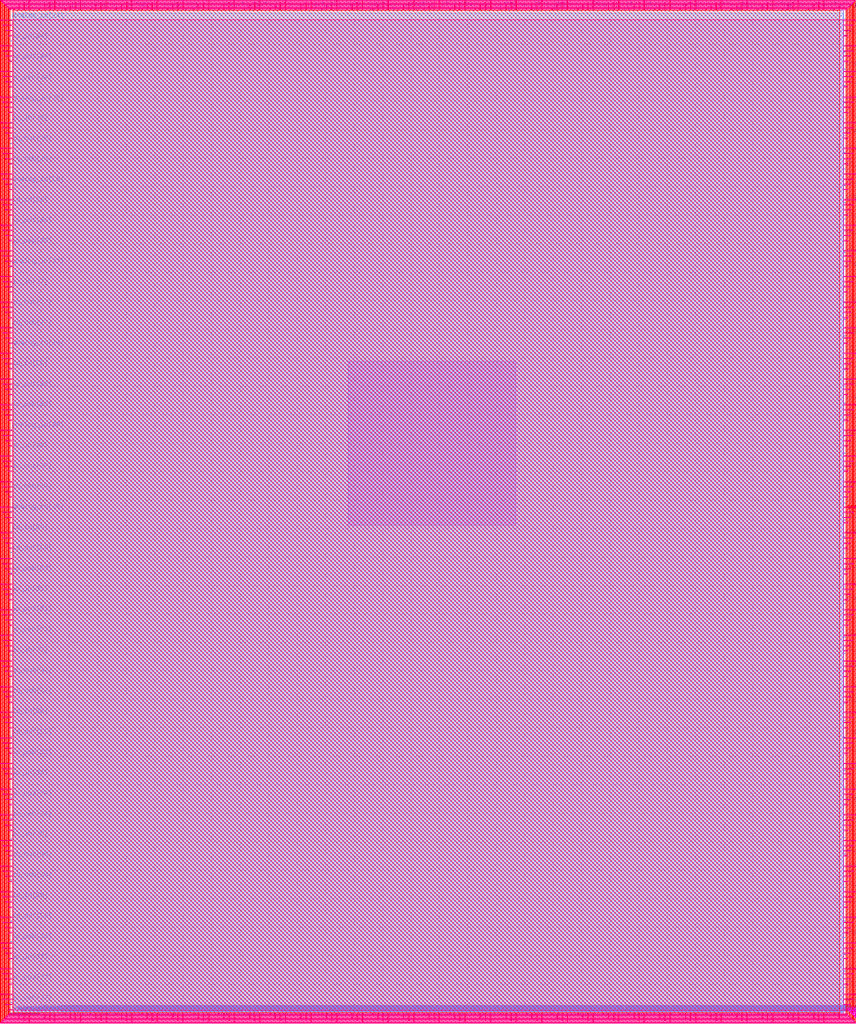
<source format=lef>
VERSION 5.7 ;
  NOWIREEXTENSIONATPIN ON ;
  DIVIDERCHAR "/" ;
  BUSBITCHARS "[]" ;
MACRO user_project_wrapper
  CLASS BLOCK ;
  FOREIGN user_project_wrapper ;
  ORIGIN 0.000 0.000 ;
  SIZE 2920.000 BY 3520.000 ;
  PIN analog_io[0]
    DIRECTION INOUT ;
    USE SIGNAL ;
    PORT
      LAYER met3 ;
        RECT 2919.700 28.980 2924.800 30.180 ;
    END
  END analog_io[0]
  PIN analog_io[10]
    DIRECTION INOUT ;
    USE SIGNAL ;
    PORT
      LAYER met3 ;
        RECT 2919.700 2374.980 2924.800 2376.180 ;
    END
  END analog_io[10]
  PIN analog_io[11]
    DIRECTION INOUT ;
    USE SIGNAL ;
    PORT
      LAYER met3 ;
        RECT 2919.700 2609.580 2924.800 2610.780 ;
    END
  END analog_io[11]
  PIN analog_io[12]
    DIRECTION INOUT ;
    USE SIGNAL ;
    PORT
      LAYER met3 ;
        RECT 2919.700 2844.180 2924.800 2845.380 ;
    END
  END analog_io[12]
  PIN analog_io[13]
    DIRECTION INOUT ;
    USE SIGNAL ;
    PORT
      LAYER met3 ;
        RECT 2919.700 3078.780 2924.800 3079.980 ;
    END
  END analog_io[13]
  PIN analog_io[14]
    DIRECTION INOUT ;
    USE SIGNAL ;
    PORT
      LAYER met3 ;
        RECT 2919.700 3313.380 2924.800 3314.580 ;
    END
  END analog_io[14]
  PIN analog_io[15]
    DIRECTION INOUT ;
    USE SIGNAL ;
    PORT
      LAYER met2 ;
        RECT 2879.090 3519.700 2879.650 3524.800 ;
    END
  END analog_io[15]
  PIN analog_io[16]
    DIRECTION INOUT ;
    USE SIGNAL ;
    PORT
      LAYER met2 ;
        RECT 2554.790 3519.700 2555.350 3524.800 ;
    END
  END analog_io[16]
  PIN analog_io[17]
    DIRECTION INOUT ;
    USE SIGNAL ;
    PORT
      LAYER met2 ;
        RECT 2230.490 3519.700 2231.050 3524.800 ;
    END
  END analog_io[17]
  PIN analog_io[18]
    DIRECTION INOUT ;
    USE SIGNAL ;
    PORT
      LAYER met2 ;
        RECT 1905.730 3519.700 1906.290 3524.800 ;
    END
  END analog_io[18]
  PIN analog_io[19]
    DIRECTION INOUT ;
    USE SIGNAL ;
    PORT
      LAYER met2 ;
        RECT 1581.430 3519.700 1581.990 3524.800 ;
    END
  END analog_io[19]
  PIN analog_io[1]
    DIRECTION INOUT ;
    USE SIGNAL ;
    PORT
      LAYER met3 ;
        RECT 2919.700 263.580 2924.800 264.780 ;
    END
  END analog_io[1]
  PIN analog_io[20]
    DIRECTION INOUT ;
    USE SIGNAL ;
    PORT
      LAYER met2 ;
        RECT 1257.130 3519.700 1257.690 3524.800 ;
    END
  END analog_io[20]
  PIN analog_io[21]
    DIRECTION INOUT ;
    USE SIGNAL ;
    PORT
      LAYER met2 ;
        RECT 932.370 3519.700 932.930 3524.800 ;
    END
  END analog_io[21]
  PIN analog_io[22]
    DIRECTION INOUT ;
    USE SIGNAL ;
    PORT
      LAYER met2 ;
        RECT 608.070 3519.700 608.630 3524.800 ;
    END
  END analog_io[22]
  PIN analog_io[23]
    DIRECTION INOUT ;
    USE SIGNAL ;
    PORT
      LAYER met2 ;
        RECT 283.770 3519.700 284.330 3524.800 ;
    END
  END analog_io[23]
  PIN analog_io[24]
    DIRECTION INOUT ;
    USE SIGNAL ;
    PORT
      LAYER met3 ;
        RECT -4.800 3482.700 0.300 3483.900 ;
    END
  END analog_io[24]
  PIN analog_io[25]
    DIRECTION INOUT ;
    USE SIGNAL ;
    PORT
      LAYER met3 ;
        RECT -4.800 3195.060 0.300 3196.260 ;
    END
  END analog_io[25]
  PIN analog_io[26]
    DIRECTION INOUT ;
    USE SIGNAL ;
    PORT
      LAYER met3 ;
        RECT -4.800 2908.100 0.300 2909.300 ;
    END
  END analog_io[26]
  PIN analog_io[27]
    DIRECTION INOUT ;
    USE SIGNAL ;
    PORT
      LAYER met3 ;
        RECT -4.800 2620.460 0.300 2621.660 ;
    END
  END analog_io[27]
  PIN analog_io[28]
    DIRECTION INOUT ;
    USE SIGNAL ;
    PORT
      LAYER met3 ;
        RECT -4.800 2333.500 0.300 2334.700 ;
    END
  END analog_io[28]
  PIN analog_io[29]
    DIRECTION INOUT ;
    USE SIGNAL ;
    PORT
      LAYER met3 ;
        RECT -4.800 2045.860 0.300 2047.060 ;
    END
  END analog_io[29]
  PIN analog_io[2]
    DIRECTION INOUT ;
    USE SIGNAL ;
    PORT
      LAYER met3 ;
        RECT 2919.700 498.180 2924.800 499.380 ;
    END
  END analog_io[2]
  PIN analog_io[30]
    DIRECTION INOUT ;
    USE SIGNAL ;
    PORT
      LAYER met3 ;
        RECT -4.800 1758.900 0.300 1760.100 ;
    END
  END analog_io[30]
  PIN analog_io[3]
    DIRECTION INOUT ;
    USE SIGNAL ;
    PORT
      LAYER met3 ;
        RECT 2919.700 732.780 2924.800 733.980 ;
    END
  END analog_io[3]
  PIN analog_io[4]
    DIRECTION INOUT ;
    USE SIGNAL ;
    PORT
      LAYER met3 ;
        RECT 2919.700 967.380 2924.800 968.580 ;
    END
  END analog_io[4]
  PIN analog_io[5]
    DIRECTION INOUT ;
    USE SIGNAL ;
    PORT
      LAYER met3 ;
        RECT 2919.700 1201.980 2924.800 1203.180 ;
    END
  END analog_io[5]
  PIN analog_io[6]
    DIRECTION INOUT ;
    USE SIGNAL ;
    PORT
      LAYER met3 ;
        RECT 2919.700 1436.580 2924.800 1437.780 ;
    END
  END analog_io[6]
  PIN analog_io[7]
    DIRECTION INOUT ;
    USE SIGNAL ;
    PORT
      LAYER met3 ;
        RECT 2919.700 1671.180 2924.800 1672.380 ;
    END
  END analog_io[7]
  PIN analog_io[8]
    DIRECTION INOUT ;
    USE SIGNAL ;
    PORT
      LAYER met3 ;
        RECT 2919.700 1905.780 2924.800 1906.980 ;
    END
  END analog_io[8]
  PIN analog_io[9]
    DIRECTION INOUT ;
    USE SIGNAL ;
    PORT
      LAYER met3 ;
        RECT 2919.700 2140.380 2924.800 2141.580 ;
    END
  END analog_io[9]
  PIN io_in[0]
    DIRECTION INPUT ;
    USE SIGNAL ;
    PORT
      LAYER met3 ;
        RECT 2919.700 87.460 2924.800 88.660 ;
    END
  END io_in[0]
  PIN io_in[10]
    DIRECTION INPUT ;
    USE SIGNAL ;
    PORT
      LAYER met3 ;
        RECT 2919.700 2433.460 2924.800 2434.660 ;
    END
  END io_in[10]
  PIN io_in[11]
    DIRECTION INPUT ;
    USE SIGNAL ;
    PORT
      LAYER met3 ;
        RECT 2919.700 2668.740 2924.800 2669.940 ;
    END
  END io_in[11]
  PIN io_in[12]
    DIRECTION INPUT ;
    USE SIGNAL ;
    PORT
      LAYER met3 ;
        RECT 2919.700 2903.340 2924.800 2904.540 ;
    END
  END io_in[12]
  PIN io_in[13]
    DIRECTION INPUT ;
    USE SIGNAL ;
    PORT
      LAYER met3 ;
        RECT 2919.700 3137.940 2924.800 3139.140 ;
    END
  END io_in[13]
  PIN io_in[14]
    DIRECTION INPUT ;
    USE SIGNAL ;
    PORT
      LAYER met3 ;
        RECT 2919.700 3372.540 2924.800 3373.740 ;
    END
  END io_in[14]
  PIN io_in[15]
    DIRECTION INPUT ;
    USE SIGNAL ;
    PORT
      LAYER met2 ;
        RECT 2798.130 3519.700 2798.690 3524.800 ;
    END
  END io_in[15]
  PIN io_in[16]
    DIRECTION INPUT ;
    USE SIGNAL ;
    PORT
      LAYER met2 ;
        RECT 2473.830 3519.700 2474.390 3524.800 ;
    END
  END io_in[16]
  PIN io_in[17]
    DIRECTION INPUT ;
    USE SIGNAL ;
    PORT
      LAYER met2 ;
        RECT 2149.070 3519.700 2149.630 3524.800 ;
    END
  END io_in[17]
  PIN io_in[18]
    DIRECTION INPUT ;
    USE SIGNAL ;
    PORT
      LAYER met2 ;
        RECT 1824.770 3519.700 1825.330 3524.800 ;
    END
  END io_in[18]
  PIN io_in[19]
    DIRECTION INPUT ;
    USE SIGNAL ;
    PORT
      LAYER met2 ;
        RECT 1500.470 3519.700 1501.030 3524.800 ;
    END
  END io_in[19]
  PIN io_in[1]
    DIRECTION INPUT ;
    USE SIGNAL ;
    PORT
      LAYER met3 ;
        RECT 2919.700 322.060 2924.800 323.260 ;
    END
  END io_in[1]
  PIN io_in[20]
    DIRECTION INPUT ;
    USE SIGNAL ;
    PORT
      LAYER met2 ;
        RECT 1175.710 3519.700 1176.270 3524.800 ;
    END
  END io_in[20]
  PIN io_in[21]
    DIRECTION INPUT ;
    USE SIGNAL ;
    PORT
      LAYER met2 ;
        RECT 851.410 3519.700 851.970 3524.800 ;
    END
  END io_in[21]
  PIN io_in[22]
    DIRECTION INPUT ;
    USE SIGNAL ;
    PORT
      LAYER met2 ;
        RECT 527.110 3519.700 527.670 3524.800 ;
    END
  END io_in[22]
  PIN io_in[23]
    DIRECTION INPUT ;
    USE SIGNAL ;
    PORT
      LAYER met2 ;
        RECT 202.350 3519.700 202.910 3524.800 ;
    END
  END io_in[23]
  PIN io_in[24]
    DIRECTION INPUT ;
    USE SIGNAL ;
    PORT
      LAYER met3 ;
        RECT -4.800 3410.620 0.300 3411.820 ;
    END
  END io_in[24]
  PIN io_in[25]
    DIRECTION INPUT ;
    USE SIGNAL ;
    PORT
      LAYER met3 ;
        RECT -4.800 3123.660 0.300 3124.860 ;
    END
  END io_in[25]
  PIN io_in[26]
    DIRECTION INPUT ;
    USE SIGNAL ;
    PORT
      LAYER met3 ;
        RECT -4.800 2836.020 0.300 2837.220 ;
    END
  END io_in[26]
  PIN io_in[27]
    DIRECTION INPUT ;
    USE SIGNAL ;
    PORT
      LAYER met3 ;
        RECT -4.800 2549.060 0.300 2550.260 ;
    END
  END io_in[27]
  PIN io_in[28]
    DIRECTION INPUT ;
    USE SIGNAL ;
    PORT
      LAYER met3 ;
        RECT -4.800 2261.420 0.300 2262.620 ;
    END
  END io_in[28]
  PIN io_in[29]
    DIRECTION INPUT ;
    USE SIGNAL ;
    PORT
      LAYER met3 ;
        RECT -4.800 1974.460 0.300 1975.660 ;
    END
  END io_in[29]
  PIN io_in[2]
    DIRECTION INPUT ;
    USE SIGNAL ;
    PORT
      LAYER met3 ;
        RECT 2919.700 556.660 2924.800 557.860 ;
    END
  END io_in[2]
  PIN io_in[30]
    DIRECTION INPUT ;
    USE SIGNAL ;
    PORT
      LAYER met3 ;
        RECT -4.800 1686.820 0.300 1688.020 ;
    END
  END io_in[30]
  PIN io_in[31]
    DIRECTION INPUT ;
    USE SIGNAL ;
    PORT
      LAYER met3 ;
        RECT -4.800 1471.260 0.300 1472.460 ;
    END
  END io_in[31]
  PIN io_in[32]
    DIRECTION INPUT ;
    USE SIGNAL ;
    PORT
      LAYER met3 ;
        RECT -4.800 1255.700 0.300 1256.900 ;
    END
  END io_in[32]
  PIN io_in[33]
    DIRECTION INPUT ;
    USE SIGNAL ;
    PORT
      LAYER met3 ;
        RECT -4.800 1040.140 0.300 1041.340 ;
    END
  END io_in[33]
  PIN io_in[34]
    DIRECTION INPUT ;
    USE SIGNAL ;
    PORT
      LAYER met3 ;
        RECT -4.800 824.580 0.300 825.780 ;
    END
  END io_in[34]
  PIN io_in[35]
    DIRECTION INPUT ;
    USE SIGNAL ;
    PORT
      LAYER met3 ;
        RECT -4.800 609.700 0.300 610.900 ;
    END
  END io_in[35]
  PIN io_in[36]
    DIRECTION INPUT ;
    USE SIGNAL ;
    PORT
      LAYER met3 ;
        RECT -4.800 394.140 0.300 395.340 ;
    END
  END io_in[36]
  PIN io_in[37]
    DIRECTION INPUT ;
    USE SIGNAL ;
    PORT
      LAYER met3 ;
        RECT -4.800 178.580 0.300 179.780 ;
    END
  END io_in[37]
  PIN io_in[3]
    DIRECTION INPUT ;
    USE SIGNAL ;
    PORT
      LAYER met3 ;
        RECT 2919.700 791.260 2924.800 792.460 ;
    END
  END io_in[3]
  PIN io_in[4]
    DIRECTION INPUT ;
    USE SIGNAL ;
    PORT
      LAYER met3 ;
        RECT 2919.700 1025.860 2924.800 1027.060 ;
    END
  END io_in[4]
  PIN io_in[5]
    DIRECTION INPUT ;
    USE SIGNAL ;
    PORT
      LAYER met3 ;
        RECT 2919.700 1260.460 2924.800 1261.660 ;
    END
  END io_in[5]
  PIN io_in[6]
    DIRECTION INPUT ;
    USE SIGNAL ;
    PORT
      LAYER met3 ;
        RECT 2919.700 1495.060 2924.800 1496.260 ;
    END
  END io_in[6]
  PIN io_in[7]
    DIRECTION INPUT ;
    USE SIGNAL ;
    PORT
      LAYER met3 ;
        RECT 2919.700 1729.660 2924.800 1730.860 ;
    END
  END io_in[7]
  PIN io_in[8]
    DIRECTION INPUT ;
    USE SIGNAL ;
    PORT
      LAYER met3 ;
        RECT 2919.700 1964.260 2924.800 1965.460 ;
    END
  END io_in[8]
  PIN io_in[9]
    DIRECTION INPUT ;
    USE SIGNAL ;
    PORT
      LAYER met3 ;
        RECT 2919.700 2198.860 2924.800 2200.060 ;
    END
  END io_in[9]
  PIN io_oeb[0]
    DIRECTION OUTPUT TRISTATE ;
    USE SIGNAL ;
    PORT
      LAYER met3 ;
        RECT 2919.700 204.420 2924.800 205.620 ;
    END
  END io_oeb[0]
  PIN io_oeb[10]
    DIRECTION OUTPUT TRISTATE ;
    USE SIGNAL ;
    PORT
      LAYER met3 ;
        RECT 2919.700 2551.100 2924.800 2552.300 ;
    END
  END io_oeb[10]
  PIN io_oeb[11]
    DIRECTION OUTPUT TRISTATE ;
    USE SIGNAL ;
    PORT
      LAYER met3 ;
        RECT 2919.700 2785.700 2924.800 2786.900 ;
    END
  END io_oeb[11]
  PIN io_oeb[12]
    DIRECTION OUTPUT TRISTATE ;
    USE SIGNAL ;
    PORT
      LAYER met3 ;
        RECT 2919.700 3020.300 2924.800 3021.500 ;
    END
  END io_oeb[12]
  PIN io_oeb[13]
    DIRECTION OUTPUT TRISTATE ;
    USE SIGNAL ;
    PORT
      LAYER met3 ;
        RECT 2919.700 3254.900 2924.800 3256.100 ;
    END
  END io_oeb[13]
  PIN io_oeb[14]
    DIRECTION OUTPUT TRISTATE ;
    USE SIGNAL ;
    PORT
      LAYER met3 ;
        RECT 2919.700 3489.500 2924.800 3490.700 ;
    END
  END io_oeb[14]
  PIN io_oeb[15]
    DIRECTION OUTPUT TRISTATE ;
    USE SIGNAL ;
    PORT
      LAYER met2 ;
        RECT 2635.750 3519.700 2636.310 3524.800 ;
    END
  END io_oeb[15]
  PIN io_oeb[16]
    DIRECTION OUTPUT TRISTATE ;
    USE SIGNAL ;
    PORT
      LAYER met2 ;
        RECT 2311.450 3519.700 2312.010 3524.800 ;
    END
  END io_oeb[16]
  PIN io_oeb[17]
    DIRECTION OUTPUT TRISTATE ;
    USE SIGNAL ;
    PORT
      LAYER met2 ;
        RECT 1987.150 3519.700 1987.710 3524.800 ;
    END
  END io_oeb[17]
  PIN io_oeb[18]
    DIRECTION OUTPUT TRISTATE ;
    USE SIGNAL ;
    PORT
      LAYER met2 ;
        RECT 1662.390 3519.700 1662.950 3524.800 ;
    END
  END io_oeb[18]
  PIN io_oeb[19]
    DIRECTION OUTPUT TRISTATE ;
    USE SIGNAL ;
    PORT
      LAYER met2 ;
        RECT 1338.090 3519.700 1338.650 3524.800 ;
    END
  END io_oeb[19]
  PIN io_oeb[1]
    DIRECTION OUTPUT TRISTATE ;
    USE SIGNAL ;
    PORT
      LAYER met3 ;
        RECT 2919.700 439.020 2924.800 440.220 ;
    END
  END io_oeb[1]
  PIN io_oeb[20]
    DIRECTION OUTPUT TRISTATE ;
    USE SIGNAL ;
    PORT
      LAYER met2 ;
        RECT 1013.790 3519.700 1014.350 3524.800 ;
    END
  END io_oeb[20]
  PIN io_oeb[21]
    DIRECTION OUTPUT TRISTATE ;
    USE SIGNAL ;
    PORT
      LAYER met2 ;
        RECT 689.030 3519.700 689.590 3524.800 ;
    END
  END io_oeb[21]
  PIN io_oeb[22]
    DIRECTION OUTPUT TRISTATE ;
    USE SIGNAL ;
    PORT
      LAYER met2 ;
        RECT 364.730 3519.700 365.290 3524.800 ;
    END
  END io_oeb[22]
  PIN io_oeb[23]
    DIRECTION OUTPUT TRISTATE ;
    USE SIGNAL ;
    PORT
      LAYER met2 ;
        RECT 40.430 3519.700 40.990 3524.800 ;
    END
  END io_oeb[23]
  PIN io_oeb[24]
    DIRECTION OUTPUT TRISTATE ;
    USE SIGNAL ;
    PORT
      LAYER met3 ;
        RECT -4.800 3267.140 0.300 3268.340 ;
    END
  END io_oeb[24]
  PIN io_oeb[25]
    DIRECTION OUTPUT TRISTATE ;
    USE SIGNAL ;
    PORT
      LAYER met3 ;
        RECT -4.800 2979.500 0.300 2980.700 ;
    END
  END io_oeb[25]
  PIN io_oeb[26]
    DIRECTION OUTPUT TRISTATE ;
    USE SIGNAL ;
    PORT
      LAYER met3 ;
        RECT -4.800 2692.540 0.300 2693.740 ;
    END
  END io_oeb[26]
  PIN io_oeb[27]
    DIRECTION OUTPUT TRISTATE ;
    USE SIGNAL ;
    PORT
      LAYER met3 ;
        RECT -4.800 2404.900 0.300 2406.100 ;
    END
  END io_oeb[27]
  PIN io_oeb[28]
    DIRECTION OUTPUT TRISTATE ;
    USE SIGNAL ;
    PORT
      LAYER met3 ;
        RECT -4.800 2117.940 0.300 2119.140 ;
    END
  END io_oeb[28]
  PIN io_oeb[29]
    DIRECTION OUTPUT TRISTATE ;
    USE SIGNAL ;
    PORT
      LAYER met3 ;
        RECT -4.800 1830.300 0.300 1831.500 ;
    END
  END io_oeb[29]
  PIN io_oeb[2]
    DIRECTION OUTPUT TRISTATE ;
    USE SIGNAL ;
    PORT
      LAYER met3 ;
        RECT 2919.700 673.620 2924.800 674.820 ;
    END
  END io_oeb[2]
  PIN io_oeb[30]
    DIRECTION OUTPUT TRISTATE ;
    USE SIGNAL ;
    PORT
      LAYER met3 ;
        RECT -4.800 1543.340 0.300 1544.540 ;
    END
  END io_oeb[30]
  PIN io_oeb[31]
    DIRECTION OUTPUT TRISTATE ;
    USE SIGNAL ;
    PORT
      LAYER met3 ;
        RECT -4.800 1327.780 0.300 1328.980 ;
    END
  END io_oeb[31]
  PIN io_oeb[32]
    DIRECTION OUTPUT TRISTATE ;
    USE SIGNAL ;
    PORT
      LAYER met3 ;
        RECT -4.800 1112.220 0.300 1113.420 ;
    END
  END io_oeb[32]
  PIN io_oeb[33]
    DIRECTION OUTPUT TRISTATE ;
    USE SIGNAL ;
    PORT
      LAYER met3 ;
        RECT -4.800 896.660 0.300 897.860 ;
    END
  END io_oeb[33]
  PIN io_oeb[34]
    DIRECTION OUTPUT TRISTATE ;
    USE SIGNAL ;
    PORT
      LAYER met3 ;
        RECT -4.800 681.100 0.300 682.300 ;
    END
  END io_oeb[34]
  PIN io_oeb[35]
    DIRECTION OUTPUT TRISTATE ;
    USE SIGNAL ;
    PORT
      LAYER met3 ;
        RECT -4.800 465.540 0.300 466.740 ;
    END
  END io_oeb[35]
  PIN io_oeb[36]
    DIRECTION OUTPUT TRISTATE ;
    USE SIGNAL ;
    PORT
      LAYER met3 ;
        RECT -4.800 249.980 0.300 251.180 ;
    END
  END io_oeb[36]
  PIN io_oeb[37]
    DIRECTION OUTPUT TRISTATE ;
    USE SIGNAL ;
    PORT
      LAYER met3 ;
        RECT -4.800 35.100 0.300 36.300 ;
    END
  END io_oeb[37]
  PIN io_oeb[3]
    DIRECTION OUTPUT TRISTATE ;
    USE SIGNAL ;
    PORT
      LAYER met3 ;
        RECT 2919.700 908.900 2924.800 910.100 ;
    END
  END io_oeb[3]
  PIN io_oeb[4]
    DIRECTION OUTPUT TRISTATE ;
    USE SIGNAL ;
    PORT
      LAYER met3 ;
        RECT 2919.700 1143.500 2924.800 1144.700 ;
    END
  END io_oeb[4]
  PIN io_oeb[5]
    DIRECTION OUTPUT TRISTATE ;
    USE SIGNAL ;
    PORT
      LAYER met3 ;
        RECT 2919.700 1378.100 2924.800 1379.300 ;
    END
  END io_oeb[5]
  PIN io_oeb[6]
    DIRECTION OUTPUT TRISTATE ;
    USE SIGNAL ;
    PORT
      LAYER met3 ;
        RECT 2919.700 1612.700 2924.800 1613.900 ;
    END
  END io_oeb[6]
  PIN io_oeb[7]
    DIRECTION OUTPUT TRISTATE ;
    USE SIGNAL ;
    PORT
      LAYER met3 ;
        RECT 2919.700 1847.300 2924.800 1848.500 ;
    END
  END io_oeb[7]
  PIN io_oeb[8]
    DIRECTION OUTPUT TRISTATE ;
    USE SIGNAL ;
    PORT
      LAYER met3 ;
        RECT 2919.700 2081.900 2924.800 2083.100 ;
    END
  END io_oeb[8]
  PIN io_oeb[9]
    DIRECTION OUTPUT TRISTATE ;
    USE SIGNAL ;
    PORT
      LAYER met3 ;
        RECT 2919.700 2316.500 2924.800 2317.700 ;
    END
  END io_oeb[9]
  PIN io_out[0]
    DIRECTION OUTPUT TRISTATE ;
    USE SIGNAL ;
    PORT
      LAYER met3 ;
        RECT 2919.700 145.940 2924.800 147.140 ;
    END
  END io_out[0]
  PIN io_out[10]
    DIRECTION OUTPUT TRISTATE ;
    USE SIGNAL ;
    PORT
      LAYER met3 ;
        RECT 2919.700 2492.620 2924.800 2493.820 ;
    END
  END io_out[10]
  PIN io_out[11]
    DIRECTION OUTPUT TRISTATE ;
    USE SIGNAL ;
    PORT
      LAYER met3 ;
        RECT 2919.700 2727.220 2924.800 2728.420 ;
    END
  END io_out[11]
  PIN io_out[12]
    DIRECTION OUTPUT TRISTATE ;
    USE SIGNAL ;
    PORT
      LAYER met3 ;
        RECT 2919.700 2961.820 2924.800 2963.020 ;
    END
  END io_out[12]
  PIN io_out[13]
    DIRECTION OUTPUT TRISTATE ;
    USE SIGNAL ;
    PORT
      LAYER met3 ;
        RECT 2919.700 3196.420 2924.800 3197.620 ;
    END
  END io_out[13]
  PIN io_out[14]
    DIRECTION OUTPUT TRISTATE ;
    USE SIGNAL ;
    PORT
      LAYER met3 ;
        RECT 2919.700 3431.020 2924.800 3432.220 ;
    END
  END io_out[14]
  PIN io_out[15]
    DIRECTION OUTPUT TRISTATE ;
    USE SIGNAL ;
    PORT
      LAYER met2 ;
        RECT 2717.170 3519.700 2717.730 3524.800 ;
    END
  END io_out[15]
  PIN io_out[16]
    DIRECTION OUTPUT TRISTATE ;
    USE SIGNAL ;
    PORT
      LAYER met2 ;
        RECT 2392.410 3519.700 2392.970 3524.800 ;
    END
  END io_out[16]
  PIN io_out[17]
    DIRECTION OUTPUT TRISTATE ;
    USE SIGNAL ;
    PORT
      LAYER met2 ;
        RECT 2068.110 3519.700 2068.670 3524.800 ;
    END
  END io_out[17]
  PIN io_out[18]
    DIRECTION OUTPUT TRISTATE ;
    USE SIGNAL ;
    PORT
      LAYER met2 ;
        RECT 1743.810 3519.700 1744.370 3524.800 ;
    END
  END io_out[18]
  PIN io_out[19]
    DIRECTION OUTPUT TRISTATE ;
    USE SIGNAL ;
    PORT
      LAYER met2 ;
        RECT 1419.050 3519.700 1419.610 3524.800 ;
    END
  END io_out[19]
  PIN io_out[1]
    DIRECTION OUTPUT TRISTATE ;
    USE SIGNAL ;
    PORT
      LAYER met3 ;
        RECT 2919.700 380.540 2924.800 381.740 ;
    END
  END io_out[1]
  PIN io_out[20]
    DIRECTION OUTPUT TRISTATE ;
    USE SIGNAL ;
    PORT
      LAYER met2 ;
        RECT 1094.750 3519.700 1095.310 3524.800 ;
    END
  END io_out[20]
  PIN io_out[21]
    DIRECTION OUTPUT TRISTATE ;
    USE SIGNAL ;
    PORT
      LAYER met2 ;
        RECT 770.450 3519.700 771.010 3524.800 ;
    END
  END io_out[21]
  PIN io_out[22]
    DIRECTION OUTPUT TRISTATE ;
    USE SIGNAL ;
    PORT
      LAYER met2 ;
        RECT 445.690 3519.700 446.250 3524.800 ;
    END
  END io_out[22]
  PIN io_out[23]
    DIRECTION OUTPUT TRISTATE ;
    USE SIGNAL ;
    PORT
      LAYER met2 ;
        RECT 121.390 3519.700 121.950 3524.800 ;
    END
  END io_out[23]
  PIN io_out[24]
    DIRECTION OUTPUT TRISTATE ;
    USE SIGNAL ;
    PORT
      LAYER met3 ;
        RECT -4.800 3339.220 0.300 3340.420 ;
    END
  END io_out[24]
  PIN io_out[25]
    DIRECTION OUTPUT TRISTATE ;
    USE SIGNAL ;
    PORT
      LAYER met3 ;
        RECT -4.800 3051.580 0.300 3052.780 ;
    END
  END io_out[25]
  PIN io_out[26]
    DIRECTION OUTPUT TRISTATE ;
    USE SIGNAL ;
    PORT
      LAYER met3 ;
        RECT -4.800 2764.620 0.300 2765.820 ;
    END
  END io_out[26]
  PIN io_out[27]
    DIRECTION OUTPUT TRISTATE ;
    USE SIGNAL ;
    PORT
      LAYER met3 ;
        RECT -4.800 2476.980 0.300 2478.180 ;
    END
  END io_out[27]
  PIN io_out[28]
    DIRECTION OUTPUT TRISTATE ;
    USE SIGNAL ;
    PORT
      LAYER met3 ;
        RECT -4.800 2189.340 0.300 2190.540 ;
    END
  END io_out[28]
  PIN io_out[29]
    DIRECTION OUTPUT TRISTATE ;
    USE SIGNAL ;
    PORT
      LAYER met3 ;
        RECT -4.800 1902.380 0.300 1903.580 ;
    END
  END io_out[29]
  PIN io_out[2]
    DIRECTION OUTPUT TRISTATE ;
    USE SIGNAL ;
    PORT
      LAYER met3 ;
        RECT 2919.700 615.140 2924.800 616.340 ;
    END
  END io_out[2]
  PIN io_out[30]
    DIRECTION OUTPUT TRISTATE ;
    USE SIGNAL ;
    PORT
      LAYER met3 ;
        RECT -4.800 1614.740 0.300 1615.940 ;
    END
  END io_out[30]
  PIN io_out[31]
    DIRECTION OUTPUT TRISTATE ;
    USE SIGNAL ;
    PORT
      LAYER met3 ;
        RECT -4.800 1399.860 0.300 1401.060 ;
    END
  END io_out[31]
  PIN io_out[32]
    DIRECTION OUTPUT TRISTATE ;
    USE SIGNAL ;
    PORT
      LAYER met3 ;
        RECT -4.800 1184.300 0.300 1185.500 ;
    END
  END io_out[32]
  PIN io_out[33]
    DIRECTION OUTPUT TRISTATE ;
    USE SIGNAL ;
    PORT
      LAYER met3 ;
        RECT -4.800 968.740 0.300 969.940 ;
    END
  END io_out[33]
  PIN io_out[34]
    DIRECTION OUTPUT TRISTATE ;
    USE SIGNAL ;
    PORT
      LAYER met3 ;
        RECT -4.800 753.180 0.300 754.380 ;
    END
  END io_out[34]
  PIN io_out[35]
    DIRECTION OUTPUT TRISTATE ;
    USE SIGNAL ;
    PORT
      LAYER met3 ;
        RECT -4.800 537.620 0.300 538.820 ;
    END
  END io_out[35]
  PIN io_out[36]
    DIRECTION OUTPUT TRISTATE ;
    USE SIGNAL ;
    PORT
      LAYER met3 ;
        RECT -4.800 322.060 0.300 323.260 ;
    END
  END io_out[36]
  PIN io_out[37]
    DIRECTION OUTPUT TRISTATE ;
    USE SIGNAL ;
    PORT
      LAYER met3 ;
        RECT -4.800 106.500 0.300 107.700 ;
    END
  END io_out[37]
  PIN io_out[3]
    DIRECTION OUTPUT TRISTATE ;
    USE SIGNAL ;
    PORT
      LAYER met3 ;
        RECT 2919.700 849.740 2924.800 850.940 ;
    END
  END io_out[3]
  PIN io_out[4]
    DIRECTION OUTPUT TRISTATE ;
    USE SIGNAL ;
    PORT
      LAYER met3 ;
        RECT 2919.700 1084.340 2924.800 1085.540 ;
    END
  END io_out[4]
  PIN io_out[5]
    DIRECTION OUTPUT TRISTATE ;
    USE SIGNAL ;
    PORT
      LAYER met3 ;
        RECT 2919.700 1318.940 2924.800 1320.140 ;
    END
  END io_out[5]
  PIN io_out[6]
    DIRECTION OUTPUT TRISTATE ;
    USE SIGNAL ;
    PORT
      LAYER met3 ;
        RECT 2919.700 1553.540 2924.800 1554.740 ;
    END
  END io_out[6]
  PIN io_out[7]
    DIRECTION OUTPUT TRISTATE ;
    USE SIGNAL ;
    PORT
      LAYER met3 ;
        RECT 2919.700 1788.820 2924.800 1790.020 ;
    END
  END io_out[7]
  PIN io_out[8]
    DIRECTION OUTPUT TRISTATE ;
    USE SIGNAL ;
    PORT
      LAYER met3 ;
        RECT 2919.700 2023.420 2924.800 2024.620 ;
    END
  END io_out[8]
  PIN io_out[9]
    DIRECTION OUTPUT TRISTATE ;
    USE SIGNAL ;
    PORT
      LAYER met3 ;
        RECT 2919.700 2258.020 2924.800 2259.220 ;
    END
  END io_out[9]
  PIN la_data_in[0]
    DIRECTION INPUT ;
    USE SIGNAL ;
    PORT
      LAYER met2 ;
        RECT 632.910 -4.800 633.470 0.300 ;
    END
  END la_data_in[0]
  PIN la_data_in[100]
    DIRECTION INPUT ;
    USE SIGNAL ;
    PORT
      LAYER met2 ;
        RECT 2417.250 -4.800 2417.810 0.300 ;
    END
  END la_data_in[100]
  PIN la_data_in[101]
    DIRECTION INPUT ;
    USE SIGNAL ;
    PORT
      LAYER met2 ;
        RECT 2434.730 -4.800 2435.290 0.300 ;
    END
  END la_data_in[101]
  PIN la_data_in[102]
    DIRECTION INPUT ;
    USE SIGNAL ;
    PORT
      LAYER met2 ;
        RECT 2452.670 -4.800 2453.230 0.300 ;
    END
  END la_data_in[102]
  PIN la_data_in[103]
    DIRECTION INPUT ;
    USE SIGNAL ;
    PORT
      LAYER met2 ;
        RECT 2470.610 -4.800 2471.170 0.300 ;
    END
  END la_data_in[103]
  PIN la_data_in[104]
    DIRECTION INPUT ;
    USE SIGNAL ;
    PORT
      LAYER met2 ;
        RECT 2488.550 -4.800 2489.110 0.300 ;
    END
  END la_data_in[104]
  PIN la_data_in[105]
    DIRECTION INPUT ;
    USE SIGNAL ;
    PORT
      LAYER met2 ;
        RECT 2506.030 -4.800 2506.590 0.300 ;
    END
  END la_data_in[105]
  PIN la_data_in[106]
    DIRECTION INPUT ;
    USE SIGNAL ;
    PORT
      LAYER met2 ;
        RECT 2523.970 -4.800 2524.530 0.300 ;
    END
  END la_data_in[106]
  PIN la_data_in[107]
    DIRECTION INPUT ;
    USE SIGNAL ;
    PORT
      LAYER met2 ;
        RECT 2541.910 -4.800 2542.470 0.300 ;
    END
  END la_data_in[107]
  PIN la_data_in[108]
    DIRECTION INPUT ;
    USE SIGNAL ;
    PORT
      LAYER met2 ;
        RECT 2559.850 -4.800 2560.410 0.300 ;
    END
  END la_data_in[108]
  PIN la_data_in[109]
    DIRECTION INPUT ;
    USE SIGNAL ;
    PORT
      LAYER met2 ;
        RECT 2577.790 -4.800 2578.350 0.300 ;
    END
  END la_data_in[109]
  PIN la_data_in[10]
    DIRECTION INPUT ;
    USE SIGNAL ;
    PORT
      LAYER met2 ;
        RECT 811.390 -4.800 811.950 0.300 ;
    END
  END la_data_in[10]
  PIN la_data_in[110]
    DIRECTION INPUT ;
    USE SIGNAL ;
    PORT
      LAYER met2 ;
        RECT 2595.270 -4.800 2595.830 0.300 ;
    END
  END la_data_in[110]
  PIN la_data_in[111]
    DIRECTION INPUT ;
    USE SIGNAL ;
    PORT
      LAYER met2 ;
        RECT 2613.210 -4.800 2613.770 0.300 ;
    END
  END la_data_in[111]
  PIN la_data_in[112]
    DIRECTION INPUT ;
    USE SIGNAL ;
    PORT
      LAYER met2 ;
        RECT 2631.150 -4.800 2631.710 0.300 ;
    END
  END la_data_in[112]
  PIN la_data_in[113]
    DIRECTION INPUT ;
    USE SIGNAL ;
    PORT
      LAYER met2 ;
        RECT 2649.090 -4.800 2649.650 0.300 ;
    END
  END la_data_in[113]
  PIN la_data_in[114]
    DIRECTION INPUT ;
    USE SIGNAL ;
    PORT
      LAYER met2 ;
        RECT 2667.030 -4.800 2667.590 0.300 ;
    END
  END la_data_in[114]
  PIN la_data_in[115]
    DIRECTION INPUT ;
    USE SIGNAL ;
    PORT
      LAYER met2 ;
        RECT 2684.510 -4.800 2685.070 0.300 ;
    END
  END la_data_in[115]
  PIN la_data_in[116]
    DIRECTION INPUT ;
    USE SIGNAL ;
    PORT
      LAYER met2 ;
        RECT 2702.450 -4.800 2703.010 0.300 ;
    END
  END la_data_in[116]
  PIN la_data_in[117]
    DIRECTION INPUT ;
    USE SIGNAL ;
    PORT
      LAYER met2 ;
        RECT 2720.390 -4.800 2720.950 0.300 ;
    END
  END la_data_in[117]
  PIN la_data_in[118]
    DIRECTION INPUT ;
    USE SIGNAL ;
    PORT
      LAYER met2 ;
        RECT 2738.330 -4.800 2738.890 0.300 ;
    END
  END la_data_in[118]
  PIN la_data_in[119]
    DIRECTION INPUT ;
    USE SIGNAL ;
    PORT
      LAYER met2 ;
        RECT 2755.810 -4.800 2756.370 0.300 ;
    END
  END la_data_in[119]
  PIN la_data_in[11]
    DIRECTION INPUT ;
    USE SIGNAL ;
    PORT
      LAYER met2 ;
        RECT 829.330 -4.800 829.890 0.300 ;
    END
  END la_data_in[11]
  PIN la_data_in[120]
    DIRECTION INPUT ;
    USE SIGNAL ;
    PORT
      LAYER met2 ;
        RECT 2773.750 -4.800 2774.310 0.300 ;
    END
  END la_data_in[120]
  PIN la_data_in[121]
    DIRECTION INPUT ;
    USE SIGNAL ;
    PORT
      LAYER met2 ;
        RECT 2791.690 -4.800 2792.250 0.300 ;
    END
  END la_data_in[121]
  PIN la_data_in[122]
    DIRECTION INPUT ;
    USE SIGNAL ;
    PORT
      LAYER met2 ;
        RECT 2809.630 -4.800 2810.190 0.300 ;
    END
  END la_data_in[122]
  PIN la_data_in[123]
    DIRECTION INPUT ;
    USE SIGNAL ;
    PORT
      LAYER met2 ;
        RECT 2827.570 -4.800 2828.130 0.300 ;
    END
  END la_data_in[123]
  PIN la_data_in[124]
    DIRECTION INPUT ;
    USE SIGNAL ;
    PORT
      LAYER met2 ;
        RECT 2845.050 -4.800 2845.610 0.300 ;
    END
  END la_data_in[124]
  PIN la_data_in[125]
    DIRECTION INPUT ;
    USE SIGNAL ;
    PORT
      LAYER met2 ;
        RECT 2862.990 -4.800 2863.550 0.300 ;
    END
  END la_data_in[125]
  PIN la_data_in[126]
    DIRECTION INPUT ;
    USE SIGNAL ;
    PORT
      LAYER met2 ;
        RECT 2880.930 -4.800 2881.490 0.300 ;
    END
  END la_data_in[126]
  PIN la_data_in[127]
    DIRECTION INPUT ;
    USE SIGNAL ;
    PORT
      LAYER met2 ;
        RECT 2898.870 -4.800 2899.430 0.300 ;
    END
  END la_data_in[127]
  PIN la_data_in[12]
    DIRECTION INPUT ;
    USE SIGNAL ;
    PORT
      LAYER met2 ;
        RECT 846.810 -4.800 847.370 0.300 ;
    END
  END la_data_in[12]
  PIN la_data_in[13]
    DIRECTION INPUT ;
    USE SIGNAL ;
    PORT
      LAYER met2 ;
        RECT 864.750 -4.800 865.310 0.300 ;
    END
  END la_data_in[13]
  PIN la_data_in[14]
    DIRECTION INPUT ;
    USE SIGNAL ;
    PORT
      LAYER met2 ;
        RECT 882.690 -4.800 883.250 0.300 ;
    END
  END la_data_in[14]
  PIN la_data_in[15]
    DIRECTION INPUT ;
    USE SIGNAL ;
    PORT
      LAYER met2 ;
        RECT 900.630 -4.800 901.190 0.300 ;
    END
  END la_data_in[15]
  PIN la_data_in[16]
    DIRECTION INPUT ;
    USE SIGNAL ;
    PORT
      LAYER met2 ;
        RECT 918.570 -4.800 919.130 0.300 ;
    END
  END la_data_in[16]
  PIN la_data_in[17]
    DIRECTION INPUT ;
    USE SIGNAL ;
    PORT
      LAYER met2 ;
        RECT 936.050 -4.800 936.610 0.300 ;
    END
  END la_data_in[17]
  PIN la_data_in[18]
    DIRECTION INPUT ;
    USE SIGNAL ;
    PORT
      LAYER met2 ;
        RECT 953.990 -4.800 954.550 0.300 ;
    END
  END la_data_in[18]
  PIN la_data_in[19]
    DIRECTION INPUT ;
    USE SIGNAL ;
    PORT
      LAYER met2 ;
        RECT 971.930 -4.800 972.490 0.300 ;
    END
  END la_data_in[19]
  PIN la_data_in[1]
    DIRECTION INPUT ;
    USE SIGNAL ;
    PORT
      LAYER met2 ;
        RECT 650.850 -4.800 651.410 0.300 ;
    END
  END la_data_in[1]
  PIN la_data_in[20]
    DIRECTION INPUT ;
    USE SIGNAL ;
    PORT
      LAYER met2 ;
        RECT 989.870 -4.800 990.430 0.300 ;
    END
  END la_data_in[20]
  PIN la_data_in[21]
    DIRECTION INPUT ;
    USE SIGNAL ;
    PORT
      LAYER met2 ;
        RECT 1007.350 -4.800 1007.910 0.300 ;
    END
  END la_data_in[21]
  PIN la_data_in[22]
    DIRECTION INPUT ;
    USE SIGNAL ;
    PORT
      LAYER met2 ;
        RECT 1025.290 -4.800 1025.850 0.300 ;
    END
  END la_data_in[22]
  PIN la_data_in[23]
    DIRECTION INPUT ;
    USE SIGNAL ;
    PORT
      LAYER met2 ;
        RECT 1043.230 -4.800 1043.790 0.300 ;
    END
  END la_data_in[23]
  PIN la_data_in[24]
    DIRECTION INPUT ;
    USE SIGNAL ;
    PORT
      LAYER met2 ;
        RECT 1061.170 -4.800 1061.730 0.300 ;
    END
  END la_data_in[24]
  PIN la_data_in[25]
    DIRECTION INPUT ;
    USE SIGNAL ;
    PORT
      LAYER met2 ;
        RECT 1079.110 -4.800 1079.670 0.300 ;
    END
  END la_data_in[25]
  PIN la_data_in[26]
    DIRECTION INPUT ;
    USE SIGNAL ;
    PORT
      LAYER met2 ;
        RECT 1096.590 -4.800 1097.150 0.300 ;
    END
  END la_data_in[26]
  PIN la_data_in[27]
    DIRECTION INPUT ;
    USE SIGNAL ;
    PORT
      LAYER met2 ;
        RECT 1114.530 -4.800 1115.090 0.300 ;
    END
  END la_data_in[27]
  PIN la_data_in[28]
    DIRECTION INPUT ;
    USE SIGNAL ;
    PORT
      LAYER met2 ;
        RECT 1132.470 -4.800 1133.030 0.300 ;
    END
  END la_data_in[28]
  PIN la_data_in[29]
    DIRECTION INPUT ;
    USE SIGNAL ;
    PORT
      LAYER met2 ;
        RECT 1150.410 -4.800 1150.970 0.300 ;
    END
  END la_data_in[29]
  PIN la_data_in[2]
    DIRECTION INPUT ;
    USE SIGNAL ;
    PORT
      LAYER met2 ;
        RECT 668.790 -4.800 669.350 0.300 ;
    END
  END la_data_in[2]
  PIN la_data_in[30]
    DIRECTION INPUT ;
    USE SIGNAL ;
    PORT
      LAYER met2 ;
        RECT 1168.350 -4.800 1168.910 0.300 ;
    END
  END la_data_in[30]
  PIN la_data_in[31]
    DIRECTION INPUT ;
    USE SIGNAL ;
    PORT
      LAYER met2 ;
        RECT 1185.830 -4.800 1186.390 0.300 ;
    END
  END la_data_in[31]
  PIN la_data_in[32]
    DIRECTION INPUT ;
    USE SIGNAL ;
    PORT
      LAYER met2 ;
        RECT 1203.770 -4.800 1204.330 0.300 ;
    END
  END la_data_in[32]
  PIN la_data_in[33]
    DIRECTION INPUT ;
    USE SIGNAL ;
    PORT
      LAYER met2 ;
        RECT 1221.710 -4.800 1222.270 0.300 ;
    END
  END la_data_in[33]
  PIN la_data_in[34]
    DIRECTION INPUT ;
    USE SIGNAL ;
    PORT
      LAYER met2 ;
        RECT 1239.650 -4.800 1240.210 0.300 ;
    END
  END la_data_in[34]
  PIN la_data_in[35]
    DIRECTION INPUT ;
    USE SIGNAL ;
    PORT
      LAYER met2 ;
        RECT 1257.130 -4.800 1257.690 0.300 ;
    END
  END la_data_in[35]
  PIN la_data_in[36]
    DIRECTION INPUT ;
    USE SIGNAL ;
    PORT
      LAYER met2 ;
        RECT 1275.070 -4.800 1275.630 0.300 ;
    END
  END la_data_in[36]
  PIN la_data_in[37]
    DIRECTION INPUT ;
    USE SIGNAL ;
    PORT
      LAYER met2 ;
        RECT 1293.010 -4.800 1293.570 0.300 ;
    END
  END la_data_in[37]
  PIN la_data_in[38]
    DIRECTION INPUT ;
    USE SIGNAL ;
    PORT
      LAYER met2 ;
        RECT 1310.950 -4.800 1311.510 0.300 ;
    END
  END la_data_in[38]
  PIN la_data_in[39]
    DIRECTION INPUT ;
    USE SIGNAL ;
    PORT
      LAYER met2 ;
        RECT 1328.890 -4.800 1329.450 0.300 ;
    END
  END la_data_in[39]
  PIN la_data_in[3]
    DIRECTION INPUT ;
    USE SIGNAL ;
    PORT
      LAYER met2 ;
        RECT 686.270 -4.800 686.830 0.300 ;
    END
  END la_data_in[3]
  PIN la_data_in[40]
    DIRECTION INPUT ;
    USE SIGNAL ;
    PORT
      LAYER met2 ;
        RECT 1346.370 -4.800 1346.930 0.300 ;
    END
  END la_data_in[40]
  PIN la_data_in[41]
    DIRECTION INPUT ;
    USE SIGNAL ;
    PORT
      LAYER met2 ;
        RECT 1364.310 -4.800 1364.870 0.300 ;
    END
  END la_data_in[41]
  PIN la_data_in[42]
    DIRECTION INPUT ;
    USE SIGNAL ;
    PORT
      LAYER met2 ;
        RECT 1382.250 -4.800 1382.810 0.300 ;
    END
  END la_data_in[42]
  PIN la_data_in[43]
    DIRECTION INPUT ;
    USE SIGNAL ;
    PORT
      LAYER met2 ;
        RECT 1400.190 -4.800 1400.750 0.300 ;
    END
  END la_data_in[43]
  PIN la_data_in[44]
    DIRECTION INPUT ;
    USE SIGNAL ;
    PORT
      LAYER met2 ;
        RECT 1418.130 -4.800 1418.690 0.300 ;
    END
  END la_data_in[44]
  PIN la_data_in[45]
    DIRECTION INPUT ;
    USE SIGNAL ;
    PORT
      LAYER met2 ;
        RECT 1435.610 -4.800 1436.170 0.300 ;
    END
  END la_data_in[45]
  PIN la_data_in[46]
    DIRECTION INPUT ;
    USE SIGNAL ;
    PORT
      LAYER met2 ;
        RECT 1453.550 -4.800 1454.110 0.300 ;
    END
  END la_data_in[46]
  PIN la_data_in[47]
    DIRECTION INPUT ;
    USE SIGNAL ;
    PORT
      LAYER met2 ;
        RECT 1471.490 -4.800 1472.050 0.300 ;
    END
  END la_data_in[47]
  PIN la_data_in[48]
    DIRECTION INPUT ;
    USE SIGNAL ;
    PORT
      LAYER met2 ;
        RECT 1489.430 -4.800 1489.990 0.300 ;
    END
  END la_data_in[48]
  PIN la_data_in[49]
    DIRECTION INPUT ;
    USE SIGNAL ;
    PORT
      LAYER met2 ;
        RECT 1506.910 -4.800 1507.470 0.300 ;
    END
  END la_data_in[49]
  PIN la_data_in[4]
    DIRECTION INPUT ;
    USE SIGNAL ;
    PORT
      LAYER met2 ;
        RECT 704.210 -4.800 704.770 0.300 ;
    END
  END la_data_in[4]
  PIN la_data_in[50]
    DIRECTION INPUT ;
    USE SIGNAL ;
    PORT
      LAYER met2 ;
        RECT 1524.850 -4.800 1525.410 0.300 ;
    END
  END la_data_in[50]
  PIN la_data_in[51]
    DIRECTION INPUT ;
    USE SIGNAL ;
    PORT
      LAYER met2 ;
        RECT 1542.790 -4.800 1543.350 0.300 ;
    END
  END la_data_in[51]
  PIN la_data_in[52]
    DIRECTION INPUT ;
    USE SIGNAL ;
    PORT
      LAYER met2 ;
        RECT 1560.730 -4.800 1561.290 0.300 ;
    END
  END la_data_in[52]
  PIN la_data_in[53]
    DIRECTION INPUT ;
    USE SIGNAL ;
    PORT
      LAYER met2 ;
        RECT 1578.670 -4.800 1579.230 0.300 ;
    END
  END la_data_in[53]
  PIN la_data_in[54]
    DIRECTION INPUT ;
    USE SIGNAL ;
    PORT
      LAYER met2 ;
        RECT 1596.150 -4.800 1596.710 0.300 ;
    END
  END la_data_in[54]
  PIN la_data_in[55]
    DIRECTION INPUT ;
    USE SIGNAL ;
    PORT
      LAYER met2 ;
        RECT 1614.090 -4.800 1614.650 0.300 ;
    END
  END la_data_in[55]
  PIN la_data_in[56]
    DIRECTION INPUT ;
    USE SIGNAL ;
    PORT
      LAYER met2 ;
        RECT 1632.030 -4.800 1632.590 0.300 ;
    END
  END la_data_in[56]
  PIN la_data_in[57]
    DIRECTION INPUT ;
    USE SIGNAL ;
    PORT
      LAYER met2 ;
        RECT 1649.970 -4.800 1650.530 0.300 ;
    END
  END la_data_in[57]
  PIN la_data_in[58]
    DIRECTION INPUT ;
    USE SIGNAL ;
    PORT
      LAYER met2 ;
        RECT 1667.910 -4.800 1668.470 0.300 ;
    END
  END la_data_in[58]
  PIN la_data_in[59]
    DIRECTION INPUT ;
    USE SIGNAL ;
    PORT
      LAYER met2 ;
        RECT 1685.390 -4.800 1685.950 0.300 ;
    END
  END la_data_in[59]
  PIN la_data_in[5]
    DIRECTION INPUT ;
    USE SIGNAL ;
    PORT
      LAYER met2 ;
        RECT 722.150 -4.800 722.710 0.300 ;
    END
  END la_data_in[5]
  PIN la_data_in[60]
    DIRECTION INPUT ;
    USE SIGNAL ;
    PORT
      LAYER met2 ;
        RECT 1703.330 -4.800 1703.890 0.300 ;
    END
  END la_data_in[60]
  PIN la_data_in[61]
    DIRECTION INPUT ;
    USE SIGNAL ;
    PORT
      LAYER met2 ;
        RECT 1721.270 -4.800 1721.830 0.300 ;
    END
  END la_data_in[61]
  PIN la_data_in[62]
    DIRECTION INPUT ;
    USE SIGNAL ;
    PORT
      LAYER met2 ;
        RECT 1739.210 -4.800 1739.770 0.300 ;
    END
  END la_data_in[62]
  PIN la_data_in[63]
    DIRECTION INPUT ;
    USE SIGNAL ;
    PORT
      LAYER met2 ;
        RECT 1756.690 -4.800 1757.250 0.300 ;
    END
  END la_data_in[63]
  PIN la_data_in[64]
    DIRECTION INPUT ;
    USE SIGNAL ;
    PORT
      LAYER met2 ;
        RECT 1774.630 -4.800 1775.190 0.300 ;
    END
  END la_data_in[64]
  PIN la_data_in[65]
    DIRECTION INPUT ;
    USE SIGNAL ;
    PORT
      LAYER met2 ;
        RECT 1792.570 -4.800 1793.130 0.300 ;
    END
  END la_data_in[65]
  PIN la_data_in[66]
    DIRECTION INPUT ;
    USE SIGNAL ;
    PORT
      LAYER met2 ;
        RECT 1810.510 -4.800 1811.070 0.300 ;
    END
  END la_data_in[66]
  PIN la_data_in[67]
    DIRECTION INPUT ;
    USE SIGNAL ;
    PORT
      LAYER met2 ;
        RECT 1828.450 -4.800 1829.010 0.300 ;
    END
  END la_data_in[67]
  PIN la_data_in[68]
    DIRECTION INPUT ;
    USE SIGNAL ;
    PORT
      LAYER met2 ;
        RECT 1845.930 -4.800 1846.490 0.300 ;
    END
  END la_data_in[68]
  PIN la_data_in[69]
    DIRECTION INPUT ;
    USE SIGNAL ;
    PORT
      LAYER met2 ;
        RECT 1863.870 -4.800 1864.430 0.300 ;
    END
  END la_data_in[69]
  PIN la_data_in[6]
    DIRECTION INPUT ;
    USE SIGNAL ;
    PORT
      LAYER met2 ;
        RECT 740.090 -4.800 740.650 0.300 ;
    END
  END la_data_in[6]
  PIN la_data_in[70]
    DIRECTION INPUT ;
    USE SIGNAL ;
    PORT
      LAYER met2 ;
        RECT 1881.810 -4.800 1882.370 0.300 ;
    END
  END la_data_in[70]
  PIN la_data_in[71]
    DIRECTION INPUT ;
    USE SIGNAL ;
    PORT
      LAYER met2 ;
        RECT 1899.750 -4.800 1900.310 0.300 ;
    END
  END la_data_in[71]
  PIN la_data_in[72]
    DIRECTION INPUT ;
    USE SIGNAL ;
    PORT
      LAYER met2 ;
        RECT 1917.690 -4.800 1918.250 0.300 ;
    END
  END la_data_in[72]
  PIN la_data_in[73]
    DIRECTION INPUT ;
    USE SIGNAL ;
    PORT
      LAYER met2 ;
        RECT 1935.170 -4.800 1935.730 0.300 ;
    END
  END la_data_in[73]
  PIN la_data_in[74]
    DIRECTION INPUT ;
    USE SIGNAL ;
    PORT
      LAYER met2 ;
        RECT 1953.110 -4.800 1953.670 0.300 ;
    END
  END la_data_in[74]
  PIN la_data_in[75]
    DIRECTION INPUT ;
    USE SIGNAL ;
    PORT
      LAYER met2 ;
        RECT 1971.050 -4.800 1971.610 0.300 ;
    END
  END la_data_in[75]
  PIN la_data_in[76]
    DIRECTION INPUT ;
    USE SIGNAL ;
    PORT
      LAYER met2 ;
        RECT 1988.990 -4.800 1989.550 0.300 ;
    END
  END la_data_in[76]
  PIN la_data_in[77]
    DIRECTION INPUT ;
    USE SIGNAL ;
    PORT
      LAYER met2 ;
        RECT 2006.470 -4.800 2007.030 0.300 ;
    END
  END la_data_in[77]
  PIN la_data_in[78]
    DIRECTION INPUT ;
    USE SIGNAL ;
    PORT
      LAYER met2 ;
        RECT 2024.410 -4.800 2024.970 0.300 ;
    END
  END la_data_in[78]
  PIN la_data_in[79]
    DIRECTION INPUT ;
    USE SIGNAL ;
    PORT
      LAYER met2 ;
        RECT 2042.350 -4.800 2042.910 0.300 ;
    END
  END la_data_in[79]
  PIN la_data_in[7]
    DIRECTION INPUT ;
    USE SIGNAL ;
    PORT
      LAYER met2 ;
        RECT 757.570 -4.800 758.130 0.300 ;
    END
  END la_data_in[7]
  PIN la_data_in[80]
    DIRECTION INPUT ;
    USE SIGNAL ;
    PORT
      LAYER met2 ;
        RECT 2060.290 -4.800 2060.850 0.300 ;
    END
  END la_data_in[80]
  PIN la_data_in[81]
    DIRECTION INPUT ;
    USE SIGNAL ;
    PORT
      LAYER met2 ;
        RECT 2078.230 -4.800 2078.790 0.300 ;
    END
  END la_data_in[81]
  PIN la_data_in[82]
    DIRECTION INPUT ;
    USE SIGNAL ;
    PORT
      LAYER met2 ;
        RECT 2095.710 -4.800 2096.270 0.300 ;
    END
  END la_data_in[82]
  PIN la_data_in[83]
    DIRECTION INPUT ;
    USE SIGNAL ;
    PORT
      LAYER met2 ;
        RECT 2113.650 -4.800 2114.210 0.300 ;
    END
  END la_data_in[83]
  PIN la_data_in[84]
    DIRECTION INPUT ;
    USE SIGNAL ;
    PORT
      LAYER met2 ;
        RECT 2131.590 -4.800 2132.150 0.300 ;
    END
  END la_data_in[84]
  PIN la_data_in[85]
    DIRECTION INPUT ;
    USE SIGNAL ;
    PORT
      LAYER met2 ;
        RECT 2149.530 -4.800 2150.090 0.300 ;
    END
  END la_data_in[85]
  PIN la_data_in[86]
    DIRECTION INPUT ;
    USE SIGNAL ;
    PORT
      LAYER met2 ;
        RECT 2167.470 -4.800 2168.030 0.300 ;
    END
  END la_data_in[86]
  PIN la_data_in[87]
    DIRECTION INPUT ;
    USE SIGNAL ;
    PORT
      LAYER met2 ;
        RECT 2184.950 -4.800 2185.510 0.300 ;
    END
  END la_data_in[87]
  PIN la_data_in[88]
    DIRECTION INPUT ;
    USE SIGNAL ;
    PORT
      LAYER met2 ;
        RECT 2202.890 -4.800 2203.450 0.300 ;
    END
  END la_data_in[88]
  PIN la_data_in[89]
    DIRECTION INPUT ;
    USE SIGNAL ;
    PORT
      LAYER met2 ;
        RECT 2220.830 -4.800 2221.390 0.300 ;
    END
  END la_data_in[89]
  PIN la_data_in[8]
    DIRECTION INPUT ;
    USE SIGNAL ;
    PORT
      LAYER met2 ;
        RECT 775.510 -4.800 776.070 0.300 ;
    END
  END la_data_in[8]
  PIN la_data_in[90]
    DIRECTION INPUT ;
    USE SIGNAL ;
    PORT
      LAYER met2 ;
        RECT 2238.770 -4.800 2239.330 0.300 ;
    END
  END la_data_in[90]
  PIN la_data_in[91]
    DIRECTION INPUT ;
    USE SIGNAL ;
    PORT
      LAYER met2 ;
        RECT 2256.250 -4.800 2256.810 0.300 ;
    END
  END la_data_in[91]
  PIN la_data_in[92]
    DIRECTION INPUT ;
    USE SIGNAL ;
    PORT
      LAYER met2 ;
        RECT 2274.190 -4.800 2274.750 0.300 ;
    END
  END la_data_in[92]
  PIN la_data_in[93]
    DIRECTION INPUT ;
    USE SIGNAL ;
    PORT
      LAYER met2 ;
        RECT 2292.130 -4.800 2292.690 0.300 ;
    END
  END la_data_in[93]
  PIN la_data_in[94]
    DIRECTION INPUT ;
    USE SIGNAL ;
    PORT
      LAYER met2 ;
        RECT 2310.070 -4.800 2310.630 0.300 ;
    END
  END la_data_in[94]
  PIN la_data_in[95]
    DIRECTION INPUT ;
    USE SIGNAL ;
    PORT
      LAYER met2 ;
        RECT 2328.010 -4.800 2328.570 0.300 ;
    END
  END la_data_in[95]
  PIN la_data_in[96]
    DIRECTION INPUT ;
    USE SIGNAL ;
    PORT
      LAYER met2 ;
        RECT 2345.490 -4.800 2346.050 0.300 ;
    END
  END la_data_in[96]
  PIN la_data_in[97]
    DIRECTION INPUT ;
    USE SIGNAL ;
    PORT
      LAYER met2 ;
        RECT 2363.430 -4.800 2363.990 0.300 ;
    END
  END la_data_in[97]
  PIN la_data_in[98]
    DIRECTION INPUT ;
    USE SIGNAL ;
    PORT
      LAYER met2 ;
        RECT 2381.370 -4.800 2381.930 0.300 ;
    END
  END la_data_in[98]
  PIN la_data_in[99]
    DIRECTION INPUT ;
    USE SIGNAL ;
    PORT
      LAYER met2 ;
        RECT 2399.310 -4.800 2399.870 0.300 ;
    END
  END la_data_in[99]
  PIN la_data_in[9]
    DIRECTION INPUT ;
    USE SIGNAL ;
    PORT
      LAYER met2 ;
        RECT 793.450 -4.800 794.010 0.300 ;
    END
  END la_data_in[9]
  PIN la_data_out[0]
    DIRECTION OUTPUT TRISTATE ;
    USE SIGNAL ;
    PORT
      LAYER met2 ;
        RECT 638.890 -4.800 639.450 0.300 ;
    END
  END la_data_out[0]
  PIN la_data_out[100]
    DIRECTION OUTPUT TRISTATE ;
    USE SIGNAL ;
    PORT
      LAYER met2 ;
        RECT 2422.770 -4.800 2423.330 0.300 ;
    END
  END la_data_out[100]
  PIN la_data_out[101]
    DIRECTION OUTPUT TRISTATE ;
    USE SIGNAL ;
    PORT
      LAYER met2 ;
        RECT 2440.710 -4.800 2441.270 0.300 ;
    END
  END la_data_out[101]
  PIN la_data_out[102]
    DIRECTION OUTPUT TRISTATE ;
    USE SIGNAL ;
    PORT
      LAYER met2 ;
        RECT 2458.650 -4.800 2459.210 0.300 ;
    END
  END la_data_out[102]
  PIN la_data_out[103]
    DIRECTION OUTPUT TRISTATE ;
    USE SIGNAL ;
    PORT
      LAYER met2 ;
        RECT 2476.590 -4.800 2477.150 0.300 ;
    END
  END la_data_out[103]
  PIN la_data_out[104]
    DIRECTION OUTPUT TRISTATE ;
    USE SIGNAL ;
    PORT
      LAYER met2 ;
        RECT 2494.530 -4.800 2495.090 0.300 ;
    END
  END la_data_out[104]
  PIN la_data_out[105]
    DIRECTION OUTPUT TRISTATE ;
    USE SIGNAL ;
    PORT
      LAYER met2 ;
        RECT 2512.010 -4.800 2512.570 0.300 ;
    END
  END la_data_out[105]
  PIN la_data_out[106]
    DIRECTION OUTPUT TRISTATE ;
    USE SIGNAL ;
    PORT
      LAYER met2 ;
        RECT 2529.950 -4.800 2530.510 0.300 ;
    END
  END la_data_out[106]
  PIN la_data_out[107]
    DIRECTION OUTPUT TRISTATE ;
    USE SIGNAL ;
    PORT
      LAYER met2 ;
        RECT 2547.890 -4.800 2548.450 0.300 ;
    END
  END la_data_out[107]
  PIN la_data_out[108]
    DIRECTION OUTPUT TRISTATE ;
    USE SIGNAL ;
    PORT
      LAYER met2 ;
        RECT 2565.830 -4.800 2566.390 0.300 ;
    END
  END la_data_out[108]
  PIN la_data_out[109]
    DIRECTION OUTPUT TRISTATE ;
    USE SIGNAL ;
    PORT
      LAYER met2 ;
        RECT 2583.770 -4.800 2584.330 0.300 ;
    END
  END la_data_out[109]
  PIN la_data_out[10]
    DIRECTION OUTPUT TRISTATE ;
    USE SIGNAL ;
    PORT
      LAYER met2 ;
        RECT 817.370 -4.800 817.930 0.300 ;
    END
  END la_data_out[10]
  PIN la_data_out[110]
    DIRECTION OUTPUT TRISTATE ;
    USE SIGNAL ;
    PORT
      LAYER met2 ;
        RECT 2601.250 -4.800 2601.810 0.300 ;
    END
  END la_data_out[110]
  PIN la_data_out[111]
    DIRECTION OUTPUT TRISTATE ;
    USE SIGNAL ;
    PORT
      LAYER met2 ;
        RECT 2619.190 -4.800 2619.750 0.300 ;
    END
  END la_data_out[111]
  PIN la_data_out[112]
    DIRECTION OUTPUT TRISTATE ;
    USE SIGNAL ;
    PORT
      LAYER met2 ;
        RECT 2637.130 -4.800 2637.690 0.300 ;
    END
  END la_data_out[112]
  PIN la_data_out[113]
    DIRECTION OUTPUT TRISTATE ;
    USE SIGNAL ;
    PORT
      LAYER met2 ;
        RECT 2655.070 -4.800 2655.630 0.300 ;
    END
  END la_data_out[113]
  PIN la_data_out[114]
    DIRECTION OUTPUT TRISTATE ;
    USE SIGNAL ;
    PORT
      LAYER met2 ;
        RECT 2672.550 -4.800 2673.110 0.300 ;
    END
  END la_data_out[114]
  PIN la_data_out[115]
    DIRECTION OUTPUT TRISTATE ;
    USE SIGNAL ;
    PORT
      LAYER met2 ;
        RECT 2690.490 -4.800 2691.050 0.300 ;
    END
  END la_data_out[115]
  PIN la_data_out[116]
    DIRECTION OUTPUT TRISTATE ;
    USE SIGNAL ;
    PORT
      LAYER met2 ;
        RECT 2708.430 -4.800 2708.990 0.300 ;
    END
  END la_data_out[116]
  PIN la_data_out[117]
    DIRECTION OUTPUT TRISTATE ;
    USE SIGNAL ;
    PORT
      LAYER met2 ;
        RECT 2726.370 -4.800 2726.930 0.300 ;
    END
  END la_data_out[117]
  PIN la_data_out[118]
    DIRECTION OUTPUT TRISTATE ;
    USE SIGNAL ;
    PORT
      LAYER met2 ;
        RECT 2744.310 -4.800 2744.870 0.300 ;
    END
  END la_data_out[118]
  PIN la_data_out[119]
    DIRECTION OUTPUT TRISTATE ;
    USE SIGNAL ;
    PORT
      LAYER met2 ;
        RECT 2761.790 -4.800 2762.350 0.300 ;
    END
  END la_data_out[119]
  PIN la_data_out[11]
    DIRECTION OUTPUT TRISTATE ;
    USE SIGNAL ;
    PORT
      LAYER met2 ;
        RECT 835.310 -4.800 835.870 0.300 ;
    END
  END la_data_out[11]
  PIN la_data_out[120]
    DIRECTION OUTPUT TRISTATE ;
    USE SIGNAL ;
    PORT
      LAYER met2 ;
        RECT 2779.730 -4.800 2780.290 0.300 ;
    END
  END la_data_out[120]
  PIN la_data_out[121]
    DIRECTION OUTPUT TRISTATE ;
    USE SIGNAL ;
    PORT
      LAYER met2 ;
        RECT 2797.670 -4.800 2798.230 0.300 ;
    END
  END la_data_out[121]
  PIN la_data_out[122]
    DIRECTION OUTPUT TRISTATE ;
    USE SIGNAL ;
    PORT
      LAYER met2 ;
        RECT 2815.610 -4.800 2816.170 0.300 ;
    END
  END la_data_out[122]
  PIN la_data_out[123]
    DIRECTION OUTPUT TRISTATE ;
    USE SIGNAL ;
    PORT
      LAYER met2 ;
        RECT 2833.550 -4.800 2834.110 0.300 ;
    END
  END la_data_out[123]
  PIN la_data_out[124]
    DIRECTION OUTPUT TRISTATE ;
    USE SIGNAL ;
    PORT
      LAYER met2 ;
        RECT 2851.030 -4.800 2851.590 0.300 ;
    END
  END la_data_out[124]
  PIN la_data_out[125]
    DIRECTION OUTPUT TRISTATE ;
    USE SIGNAL ;
    PORT
      LAYER met2 ;
        RECT 2868.970 -4.800 2869.530 0.300 ;
    END
  END la_data_out[125]
  PIN la_data_out[126]
    DIRECTION OUTPUT TRISTATE ;
    USE SIGNAL ;
    PORT
      LAYER met2 ;
        RECT 2886.910 -4.800 2887.470 0.300 ;
    END
  END la_data_out[126]
  PIN la_data_out[127]
    DIRECTION OUTPUT TRISTATE ;
    USE SIGNAL ;
    PORT
      LAYER met2 ;
        RECT 2904.850 -4.800 2905.410 0.300 ;
    END
  END la_data_out[127]
  PIN la_data_out[12]
    DIRECTION OUTPUT TRISTATE ;
    USE SIGNAL ;
    PORT
      LAYER met2 ;
        RECT 852.790 -4.800 853.350 0.300 ;
    END
  END la_data_out[12]
  PIN la_data_out[13]
    DIRECTION OUTPUT TRISTATE ;
    USE SIGNAL ;
    PORT
      LAYER met2 ;
        RECT 870.730 -4.800 871.290 0.300 ;
    END
  END la_data_out[13]
  PIN la_data_out[14]
    DIRECTION OUTPUT TRISTATE ;
    USE SIGNAL ;
    PORT
      LAYER met2 ;
        RECT 888.670 -4.800 889.230 0.300 ;
    END
  END la_data_out[14]
  PIN la_data_out[15]
    DIRECTION OUTPUT TRISTATE ;
    USE SIGNAL ;
    PORT
      LAYER met2 ;
        RECT 906.610 -4.800 907.170 0.300 ;
    END
  END la_data_out[15]
  PIN la_data_out[16]
    DIRECTION OUTPUT TRISTATE ;
    USE SIGNAL ;
    PORT
      LAYER met2 ;
        RECT 924.090 -4.800 924.650 0.300 ;
    END
  END la_data_out[16]
  PIN la_data_out[17]
    DIRECTION OUTPUT TRISTATE ;
    USE SIGNAL ;
    PORT
      LAYER met2 ;
        RECT 942.030 -4.800 942.590 0.300 ;
    END
  END la_data_out[17]
  PIN la_data_out[18]
    DIRECTION OUTPUT TRISTATE ;
    USE SIGNAL ;
    PORT
      LAYER met2 ;
        RECT 959.970 -4.800 960.530 0.300 ;
    END
  END la_data_out[18]
  PIN la_data_out[19]
    DIRECTION OUTPUT TRISTATE ;
    USE SIGNAL ;
    PORT
      LAYER met2 ;
        RECT 977.910 -4.800 978.470 0.300 ;
    END
  END la_data_out[19]
  PIN la_data_out[1]
    DIRECTION OUTPUT TRISTATE ;
    USE SIGNAL ;
    PORT
      LAYER met2 ;
        RECT 656.830 -4.800 657.390 0.300 ;
    END
  END la_data_out[1]
  PIN la_data_out[20]
    DIRECTION OUTPUT TRISTATE ;
    USE SIGNAL ;
    PORT
      LAYER met2 ;
        RECT 995.850 -4.800 996.410 0.300 ;
    END
  END la_data_out[20]
  PIN la_data_out[21]
    DIRECTION OUTPUT TRISTATE ;
    USE SIGNAL ;
    PORT
      LAYER met2 ;
        RECT 1013.330 -4.800 1013.890 0.300 ;
    END
  END la_data_out[21]
  PIN la_data_out[22]
    DIRECTION OUTPUT TRISTATE ;
    USE SIGNAL ;
    PORT
      LAYER met2 ;
        RECT 1031.270 -4.800 1031.830 0.300 ;
    END
  END la_data_out[22]
  PIN la_data_out[23]
    DIRECTION OUTPUT TRISTATE ;
    USE SIGNAL ;
    PORT
      LAYER met2 ;
        RECT 1049.210 -4.800 1049.770 0.300 ;
    END
  END la_data_out[23]
  PIN la_data_out[24]
    DIRECTION OUTPUT TRISTATE ;
    USE SIGNAL ;
    PORT
      LAYER met2 ;
        RECT 1067.150 -4.800 1067.710 0.300 ;
    END
  END la_data_out[24]
  PIN la_data_out[25]
    DIRECTION OUTPUT TRISTATE ;
    USE SIGNAL ;
    PORT
      LAYER met2 ;
        RECT 1085.090 -4.800 1085.650 0.300 ;
    END
  END la_data_out[25]
  PIN la_data_out[26]
    DIRECTION OUTPUT TRISTATE ;
    USE SIGNAL ;
    PORT
      LAYER met2 ;
        RECT 1102.570 -4.800 1103.130 0.300 ;
    END
  END la_data_out[26]
  PIN la_data_out[27]
    DIRECTION OUTPUT TRISTATE ;
    USE SIGNAL ;
    PORT
      LAYER met2 ;
        RECT 1120.510 -4.800 1121.070 0.300 ;
    END
  END la_data_out[27]
  PIN la_data_out[28]
    DIRECTION OUTPUT TRISTATE ;
    USE SIGNAL ;
    PORT
      LAYER met2 ;
        RECT 1138.450 -4.800 1139.010 0.300 ;
    END
  END la_data_out[28]
  PIN la_data_out[29]
    DIRECTION OUTPUT TRISTATE ;
    USE SIGNAL ;
    PORT
      LAYER met2 ;
        RECT 1156.390 -4.800 1156.950 0.300 ;
    END
  END la_data_out[29]
  PIN la_data_out[2]
    DIRECTION OUTPUT TRISTATE ;
    USE SIGNAL ;
    PORT
      LAYER met2 ;
        RECT 674.310 -4.800 674.870 0.300 ;
    END
  END la_data_out[2]
  PIN la_data_out[30]
    DIRECTION OUTPUT TRISTATE ;
    USE SIGNAL ;
    PORT
      LAYER met2 ;
        RECT 1173.870 -4.800 1174.430 0.300 ;
    END
  END la_data_out[30]
  PIN la_data_out[31]
    DIRECTION OUTPUT TRISTATE ;
    USE SIGNAL ;
    PORT
      LAYER met2 ;
        RECT 1191.810 -4.800 1192.370 0.300 ;
    END
  END la_data_out[31]
  PIN la_data_out[32]
    DIRECTION OUTPUT TRISTATE ;
    USE SIGNAL ;
    PORT
      LAYER met2 ;
        RECT 1209.750 -4.800 1210.310 0.300 ;
    END
  END la_data_out[32]
  PIN la_data_out[33]
    DIRECTION OUTPUT TRISTATE ;
    USE SIGNAL ;
    PORT
      LAYER met2 ;
        RECT 1227.690 -4.800 1228.250 0.300 ;
    END
  END la_data_out[33]
  PIN la_data_out[34]
    DIRECTION OUTPUT TRISTATE ;
    USE SIGNAL ;
    PORT
      LAYER met2 ;
        RECT 1245.630 -4.800 1246.190 0.300 ;
    END
  END la_data_out[34]
  PIN la_data_out[35]
    DIRECTION OUTPUT TRISTATE ;
    USE SIGNAL ;
    PORT
      LAYER met2 ;
        RECT 1263.110 -4.800 1263.670 0.300 ;
    END
  END la_data_out[35]
  PIN la_data_out[36]
    DIRECTION OUTPUT TRISTATE ;
    USE SIGNAL ;
    PORT
      LAYER met2 ;
        RECT 1281.050 -4.800 1281.610 0.300 ;
    END
  END la_data_out[36]
  PIN la_data_out[37]
    DIRECTION OUTPUT TRISTATE ;
    USE SIGNAL ;
    PORT
      LAYER met2 ;
        RECT 1298.990 -4.800 1299.550 0.300 ;
    END
  END la_data_out[37]
  PIN la_data_out[38]
    DIRECTION OUTPUT TRISTATE ;
    USE SIGNAL ;
    PORT
      LAYER met2 ;
        RECT 1316.930 -4.800 1317.490 0.300 ;
    END
  END la_data_out[38]
  PIN la_data_out[39]
    DIRECTION OUTPUT TRISTATE ;
    USE SIGNAL ;
    PORT
      LAYER met2 ;
        RECT 1334.870 -4.800 1335.430 0.300 ;
    END
  END la_data_out[39]
  PIN la_data_out[3]
    DIRECTION OUTPUT TRISTATE ;
    USE SIGNAL ;
    PORT
      LAYER met2 ;
        RECT 692.250 -4.800 692.810 0.300 ;
    END
  END la_data_out[3]
  PIN la_data_out[40]
    DIRECTION OUTPUT TRISTATE ;
    USE SIGNAL ;
    PORT
      LAYER met2 ;
        RECT 1352.350 -4.800 1352.910 0.300 ;
    END
  END la_data_out[40]
  PIN la_data_out[41]
    DIRECTION OUTPUT TRISTATE ;
    USE SIGNAL ;
    PORT
      LAYER met2 ;
        RECT 1370.290 -4.800 1370.850 0.300 ;
    END
  END la_data_out[41]
  PIN la_data_out[42]
    DIRECTION OUTPUT TRISTATE ;
    USE SIGNAL ;
    PORT
      LAYER met2 ;
        RECT 1388.230 -4.800 1388.790 0.300 ;
    END
  END la_data_out[42]
  PIN la_data_out[43]
    DIRECTION OUTPUT TRISTATE ;
    USE SIGNAL ;
    PORT
      LAYER met2 ;
        RECT 1406.170 -4.800 1406.730 0.300 ;
    END
  END la_data_out[43]
  PIN la_data_out[44]
    DIRECTION OUTPUT TRISTATE ;
    USE SIGNAL ;
    PORT
      LAYER met2 ;
        RECT 1423.650 -4.800 1424.210 0.300 ;
    END
  END la_data_out[44]
  PIN la_data_out[45]
    DIRECTION OUTPUT TRISTATE ;
    USE SIGNAL ;
    PORT
      LAYER met2 ;
        RECT 1441.590 -4.800 1442.150 0.300 ;
    END
  END la_data_out[45]
  PIN la_data_out[46]
    DIRECTION OUTPUT TRISTATE ;
    USE SIGNAL ;
    PORT
      LAYER met2 ;
        RECT 1459.530 -4.800 1460.090 0.300 ;
    END
  END la_data_out[46]
  PIN la_data_out[47]
    DIRECTION OUTPUT TRISTATE ;
    USE SIGNAL ;
    PORT
      LAYER met2 ;
        RECT 1477.470 -4.800 1478.030 0.300 ;
    END
  END la_data_out[47]
  PIN la_data_out[48]
    DIRECTION OUTPUT TRISTATE ;
    USE SIGNAL ;
    PORT
      LAYER met2 ;
        RECT 1495.410 -4.800 1495.970 0.300 ;
    END
  END la_data_out[48]
  PIN la_data_out[49]
    DIRECTION OUTPUT TRISTATE ;
    USE SIGNAL ;
    PORT
      LAYER met2 ;
        RECT 1512.890 -4.800 1513.450 0.300 ;
    END
  END la_data_out[49]
  PIN la_data_out[4]
    DIRECTION OUTPUT TRISTATE ;
    USE SIGNAL ;
    PORT
      LAYER met2 ;
        RECT 710.190 -4.800 710.750 0.300 ;
    END
  END la_data_out[4]
  PIN la_data_out[50]
    DIRECTION OUTPUT TRISTATE ;
    USE SIGNAL ;
    PORT
      LAYER met2 ;
        RECT 1530.830 -4.800 1531.390 0.300 ;
    END
  END la_data_out[50]
  PIN la_data_out[51]
    DIRECTION OUTPUT TRISTATE ;
    USE SIGNAL ;
    PORT
      LAYER met2 ;
        RECT 1548.770 -4.800 1549.330 0.300 ;
    END
  END la_data_out[51]
  PIN la_data_out[52]
    DIRECTION OUTPUT TRISTATE ;
    USE SIGNAL ;
    PORT
      LAYER met2 ;
        RECT 1566.710 -4.800 1567.270 0.300 ;
    END
  END la_data_out[52]
  PIN la_data_out[53]
    DIRECTION OUTPUT TRISTATE ;
    USE SIGNAL ;
    PORT
      LAYER met2 ;
        RECT 1584.650 -4.800 1585.210 0.300 ;
    END
  END la_data_out[53]
  PIN la_data_out[54]
    DIRECTION OUTPUT TRISTATE ;
    USE SIGNAL ;
    PORT
      LAYER met2 ;
        RECT 1602.130 -4.800 1602.690 0.300 ;
    END
  END la_data_out[54]
  PIN la_data_out[55]
    DIRECTION OUTPUT TRISTATE ;
    USE SIGNAL ;
    PORT
      LAYER met2 ;
        RECT 1620.070 -4.800 1620.630 0.300 ;
    END
  END la_data_out[55]
  PIN la_data_out[56]
    DIRECTION OUTPUT TRISTATE ;
    USE SIGNAL ;
    PORT
      LAYER met2 ;
        RECT 1638.010 -4.800 1638.570 0.300 ;
    END
  END la_data_out[56]
  PIN la_data_out[57]
    DIRECTION OUTPUT TRISTATE ;
    USE SIGNAL ;
    PORT
      LAYER met2 ;
        RECT 1655.950 -4.800 1656.510 0.300 ;
    END
  END la_data_out[57]
  PIN la_data_out[58]
    DIRECTION OUTPUT TRISTATE ;
    USE SIGNAL ;
    PORT
      LAYER met2 ;
        RECT 1673.430 -4.800 1673.990 0.300 ;
    END
  END la_data_out[58]
  PIN la_data_out[59]
    DIRECTION OUTPUT TRISTATE ;
    USE SIGNAL ;
    PORT
      LAYER met2 ;
        RECT 1691.370 -4.800 1691.930 0.300 ;
    END
  END la_data_out[59]
  PIN la_data_out[5]
    DIRECTION OUTPUT TRISTATE ;
    USE SIGNAL ;
    PORT
      LAYER met2 ;
        RECT 728.130 -4.800 728.690 0.300 ;
    END
  END la_data_out[5]
  PIN la_data_out[60]
    DIRECTION OUTPUT TRISTATE ;
    USE SIGNAL ;
    PORT
      LAYER met2 ;
        RECT 1709.310 -4.800 1709.870 0.300 ;
    END
  END la_data_out[60]
  PIN la_data_out[61]
    DIRECTION OUTPUT TRISTATE ;
    USE SIGNAL ;
    PORT
      LAYER met2 ;
        RECT 1727.250 -4.800 1727.810 0.300 ;
    END
  END la_data_out[61]
  PIN la_data_out[62]
    DIRECTION OUTPUT TRISTATE ;
    USE SIGNAL ;
    PORT
      LAYER met2 ;
        RECT 1745.190 -4.800 1745.750 0.300 ;
    END
  END la_data_out[62]
  PIN la_data_out[63]
    DIRECTION OUTPUT TRISTATE ;
    USE SIGNAL ;
    PORT
      LAYER met2 ;
        RECT 1762.670 -4.800 1763.230 0.300 ;
    END
  END la_data_out[63]
  PIN la_data_out[64]
    DIRECTION OUTPUT TRISTATE ;
    USE SIGNAL ;
    PORT
      LAYER met2 ;
        RECT 1780.610 -4.800 1781.170 0.300 ;
    END
  END la_data_out[64]
  PIN la_data_out[65]
    DIRECTION OUTPUT TRISTATE ;
    USE SIGNAL ;
    PORT
      LAYER met2 ;
        RECT 1798.550 -4.800 1799.110 0.300 ;
    END
  END la_data_out[65]
  PIN la_data_out[66]
    DIRECTION OUTPUT TRISTATE ;
    USE SIGNAL ;
    PORT
      LAYER met2 ;
        RECT 1816.490 -4.800 1817.050 0.300 ;
    END
  END la_data_out[66]
  PIN la_data_out[67]
    DIRECTION OUTPUT TRISTATE ;
    USE SIGNAL ;
    PORT
      LAYER met2 ;
        RECT 1834.430 -4.800 1834.990 0.300 ;
    END
  END la_data_out[67]
  PIN la_data_out[68]
    DIRECTION OUTPUT TRISTATE ;
    USE SIGNAL ;
    PORT
      LAYER met2 ;
        RECT 1851.910 -4.800 1852.470 0.300 ;
    END
  END la_data_out[68]
  PIN la_data_out[69]
    DIRECTION OUTPUT TRISTATE ;
    USE SIGNAL ;
    PORT
      LAYER met2 ;
        RECT 1869.850 -4.800 1870.410 0.300 ;
    END
  END la_data_out[69]
  PIN la_data_out[6]
    DIRECTION OUTPUT TRISTATE ;
    USE SIGNAL ;
    PORT
      LAYER met2 ;
        RECT 746.070 -4.800 746.630 0.300 ;
    END
  END la_data_out[6]
  PIN la_data_out[70]
    DIRECTION OUTPUT TRISTATE ;
    USE SIGNAL ;
    PORT
      LAYER met2 ;
        RECT 1887.790 -4.800 1888.350 0.300 ;
    END
  END la_data_out[70]
  PIN la_data_out[71]
    DIRECTION OUTPUT TRISTATE ;
    USE SIGNAL ;
    PORT
      LAYER met2 ;
        RECT 1905.730 -4.800 1906.290 0.300 ;
    END
  END la_data_out[71]
  PIN la_data_out[72]
    DIRECTION OUTPUT TRISTATE ;
    USE SIGNAL ;
    PORT
      LAYER met2 ;
        RECT 1923.210 -4.800 1923.770 0.300 ;
    END
  END la_data_out[72]
  PIN la_data_out[73]
    DIRECTION OUTPUT TRISTATE ;
    USE SIGNAL ;
    PORT
      LAYER met2 ;
        RECT 1941.150 -4.800 1941.710 0.300 ;
    END
  END la_data_out[73]
  PIN la_data_out[74]
    DIRECTION OUTPUT TRISTATE ;
    USE SIGNAL ;
    PORT
      LAYER met2 ;
        RECT 1959.090 -4.800 1959.650 0.300 ;
    END
  END la_data_out[74]
  PIN la_data_out[75]
    DIRECTION OUTPUT TRISTATE ;
    USE SIGNAL ;
    PORT
      LAYER met2 ;
        RECT 1977.030 -4.800 1977.590 0.300 ;
    END
  END la_data_out[75]
  PIN la_data_out[76]
    DIRECTION OUTPUT TRISTATE ;
    USE SIGNAL ;
    PORT
      LAYER met2 ;
        RECT 1994.970 -4.800 1995.530 0.300 ;
    END
  END la_data_out[76]
  PIN la_data_out[77]
    DIRECTION OUTPUT TRISTATE ;
    USE SIGNAL ;
    PORT
      LAYER met2 ;
        RECT 2012.450 -4.800 2013.010 0.300 ;
    END
  END la_data_out[77]
  PIN la_data_out[78]
    DIRECTION OUTPUT TRISTATE ;
    USE SIGNAL ;
    PORT
      LAYER met2 ;
        RECT 2030.390 -4.800 2030.950 0.300 ;
    END
  END la_data_out[78]
  PIN la_data_out[79]
    DIRECTION OUTPUT TRISTATE ;
    USE SIGNAL ;
    PORT
      LAYER met2 ;
        RECT 2048.330 -4.800 2048.890 0.300 ;
    END
  END la_data_out[79]
  PIN la_data_out[7]
    DIRECTION OUTPUT TRISTATE ;
    USE SIGNAL ;
    PORT
      LAYER met2 ;
        RECT 763.550 -4.800 764.110 0.300 ;
    END
  END la_data_out[7]
  PIN la_data_out[80]
    DIRECTION OUTPUT TRISTATE ;
    USE SIGNAL ;
    PORT
      LAYER met2 ;
        RECT 2066.270 -4.800 2066.830 0.300 ;
    END
  END la_data_out[80]
  PIN la_data_out[81]
    DIRECTION OUTPUT TRISTATE ;
    USE SIGNAL ;
    PORT
      LAYER met2 ;
        RECT 2084.210 -4.800 2084.770 0.300 ;
    END
  END la_data_out[81]
  PIN la_data_out[82]
    DIRECTION OUTPUT TRISTATE ;
    USE SIGNAL ;
    PORT
      LAYER met2 ;
        RECT 2101.690 -4.800 2102.250 0.300 ;
    END
  END la_data_out[82]
  PIN la_data_out[83]
    DIRECTION OUTPUT TRISTATE ;
    USE SIGNAL ;
    PORT
      LAYER met2 ;
        RECT 2119.630 -4.800 2120.190 0.300 ;
    END
  END la_data_out[83]
  PIN la_data_out[84]
    DIRECTION OUTPUT TRISTATE ;
    USE SIGNAL ;
    PORT
      LAYER met2 ;
        RECT 2137.570 -4.800 2138.130 0.300 ;
    END
  END la_data_out[84]
  PIN la_data_out[85]
    DIRECTION OUTPUT TRISTATE ;
    USE SIGNAL ;
    PORT
      LAYER met2 ;
        RECT 2155.510 -4.800 2156.070 0.300 ;
    END
  END la_data_out[85]
  PIN la_data_out[86]
    DIRECTION OUTPUT TRISTATE ;
    USE SIGNAL ;
    PORT
      LAYER met2 ;
        RECT 2172.990 -4.800 2173.550 0.300 ;
    END
  END la_data_out[86]
  PIN la_data_out[87]
    DIRECTION OUTPUT TRISTATE ;
    USE SIGNAL ;
    PORT
      LAYER met2 ;
        RECT 2190.930 -4.800 2191.490 0.300 ;
    END
  END la_data_out[87]
  PIN la_data_out[88]
    DIRECTION OUTPUT TRISTATE ;
    USE SIGNAL ;
    PORT
      LAYER met2 ;
        RECT 2208.870 -4.800 2209.430 0.300 ;
    END
  END la_data_out[88]
  PIN la_data_out[89]
    DIRECTION OUTPUT TRISTATE ;
    USE SIGNAL ;
    PORT
      LAYER met2 ;
        RECT 2226.810 -4.800 2227.370 0.300 ;
    END
  END la_data_out[89]
  PIN la_data_out[8]
    DIRECTION OUTPUT TRISTATE ;
    USE SIGNAL ;
    PORT
      LAYER met2 ;
        RECT 781.490 -4.800 782.050 0.300 ;
    END
  END la_data_out[8]
  PIN la_data_out[90]
    DIRECTION OUTPUT TRISTATE ;
    USE SIGNAL ;
    PORT
      LAYER met2 ;
        RECT 2244.750 -4.800 2245.310 0.300 ;
    END
  END la_data_out[90]
  PIN la_data_out[91]
    DIRECTION OUTPUT TRISTATE ;
    USE SIGNAL ;
    PORT
      LAYER met2 ;
        RECT 2262.230 -4.800 2262.790 0.300 ;
    END
  END la_data_out[91]
  PIN la_data_out[92]
    DIRECTION OUTPUT TRISTATE ;
    USE SIGNAL ;
    PORT
      LAYER met2 ;
        RECT 2280.170 -4.800 2280.730 0.300 ;
    END
  END la_data_out[92]
  PIN la_data_out[93]
    DIRECTION OUTPUT TRISTATE ;
    USE SIGNAL ;
    PORT
      LAYER met2 ;
        RECT 2298.110 -4.800 2298.670 0.300 ;
    END
  END la_data_out[93]
  PIN la_data_out[94]
    DIRECTION OUTPUT TRISTATE ;
    USE SIGNAL ;
    PORT
      LAYER met2 ;
        RECT 2316.050 -4.800 2316.610 0.300 ;
    END
  END la_data_out[94]
  PIN la_data_out[95]
    DIRECTION OUTPUT TRISTATE ;
    USE SIGNAL ;
    PORT
      LAYER met2 ;
        RECT 2333.990 -4.800 2334.550 0.300 ;
    END
  END la_data_out[95]
  PIN la_data_out[96]
    DIRECTION OUTPUT TRISTATE ;
    USE SIGNAL ;
    PORT
      LAYER met2 ;
        RECT 2351.470 -4.800 2352.030 0.300 ;
    END
  END la_data_out[96]
  PIN la_data_out[97]
    DIRECTION OUTPUT TRISTATE ;
    USE SIGNAL ;
    PORT
      LAYER met2 ;
        RECT 2369.410 -4.800 2369.970 0.300 ;
    END
  END la_data_out[97]
  PIN la_data_out[98]
    DIRECTION OUTPUT TRISTATE ;
    USE SIGNAL ;
    PORT
      LAYER met2 ;
        RECT 2387.350 -4.800 2387.910 0.300 ;
    END
  END la_data_out[98]
  PIN la_data_out[99]
    DIRECTION OUTPUT TRISTATE ;
    USE SIGNAL ;
    PORT
      LAYER met2 ;
        RECT 2405.290 -4.800 2405.850 0.300 ;
    END
  END la_data_out[99]
  PIN la_data_out[9]
    DIRECTION OUTPUT TRISTATE ;
    USE SIGNAL ;
    PORT
      LAYER met2 ;
        RECT 799.430 -4.800 799.990 0.300 ;
    END
  END la_data_out[9]
  PIN la_oen[0]
    DIRECTION INPUT ;
    USE SIGNAL ;
    PORT
      LAYER met2 ;
        RECT 644.870 -4.800 645.430 0.300 ;
    END
  END la_oen[0]
  PIN la_oen[100]
    DIRECTION INPUT ;
    USE SIGNAL ;
    PORT
      LAYER met2 ;
        RECT 2428.750 -4.800 2429.310 0.300 ;
    END
  END la_oen[100]
  PIN la_oen[101]
    DIRECTION INPUT ;
    USE SIGNAL ;
    PORT
      LAYER met2 ;
        RECT 2446.690 -4.800 2447.250 0.300 ;
    END
  END la_oen[101]
  PIN la_oen[102]
    DIRECTION INPUT ;
    USE SIGNAL ;
    PORT
      LAYER met2 ;
        RECT 2464.630 -4.800 2465.190 0.300 ;
    END
  END la_oen[102]
  PIN la_oen[103]
    DIRECTION INPUT ;
    USE SIGNAL ;
    PORT
      LAYER met2 ;
        RECT 2482.570 -4.800 2483.130 0.300 ;
    END
  END la_oen[103]
  PIN la_oen[104]
    DIRECTION INPUT ;
    USE SIGNAL ;
    PORT
      LAYER met2 ;
        RECT 2500.510 -4.800 2501.070 0.300 ;
    END
  END la_oen[104]
  PIN la_oen[105]
    DIRECTION INPUT ;
    USE SIGNAL ;
    PORT
      LAYER met2 ;
        RECT 2517.990 -4.800 2518.550 0.300 ;
    END
  END la_oen[105]
  PIN la_oen[106]
    DIRECTION INPUT ;
    USE SIGNAL ;
    PORT
      LAYER met2 ;
        RECT 2535.930 -4.800 2536.490 0.300 ;
    END
  END la_oen[106]
  PIN la_oen[107]
    DIRECTION INPUT ;
    USE SIGNAL ;
    PORT
      LAYER met2 ;
        RECT 2553.870 -4.800 2554.430 0.300 ;
    END
  END la_oen[107]
  PIN la_oen[108]
    DIRECTION INPUT ;
    USE SIGNAL ;
    PORT
      LAYER met2 ;
        RECT 2571.810 -4.800 2572.370 0.300 ;
    END
  END la_oen[108]
  PIN la_oen[109]
    DIRECTION INPUT ;
    USE SIGNAL ;
    PORT
      LAYER met2 ;
        RECT 2589.290 -4.800 2589.850 0.300 ;
    END
  END la_oen[109]
  PIN la_oen[10]
    DIRECTION INPUT ;
    USE SIGNAL ;
    PORT
      LAYER met2 ;
        RECT 823.350 -4.800 823.910 0.300 ;
    END
  END la_oen[10]
  PIN la_oen[110]
    DIRECTION INPUT ;
    USE SIGNAL ;
    PORT
      LAYER met2 ;
        RECT 2607.230 -4.800 2607.790 0.300 ;
    END
  END la_oen[110]
  PIN la_oen[111]
    DIRECTION INPUT ;
    USE SIGNAL ;
    PORT
      LAYER met2 ;
        RECT 2625.170 -4.800 2625.730 0.300 ;
    END
  END la_oen[111]
  PIN la_oen[112]
    DIRECTION INPUT ;
    USE SIGNAL ;
    PORT
      LAYER met2 ;
        RECT 2643.110 -4.800 2643.670 0.300 ;
    END
  END la_oen[112]
  PIN la_oen[113]
    DIRECTION INPUT ;
    USE SIGNAL ;
    PORT
      LAYER met2 ;
        RECT 2661.050 -4.800 2661.610 0.300 ;
    END
  END la_oen[113]
  PIN la_oen[114]
    DIRECTION INPUT ;
    USE SIGNAL ;
    PORT
      LAYER met2 ;
        RECT 2678.530 -4.800 2679.090 0.300 ;
    END
  END la_oen[114]
  PIN la_oen[115]
    DIRECTION INPUT ;
    USE SIGNAL ;
    PORT
      LAYER met2 ;
        RECT 2696.470 -4.800 2697.030 0.300 ;
    END
  END la_oen[115]
  PIN la_oen[116]
    DIRECTION INPUT ;
    USE SIGNAL ;
    PORT
      LAYER met2 ;
        RECT 2714.410 -4.800 2714.970 0.300 ;
    END
  END la_oen[116]
  PIN la_oen[117]
    DIRECTION INPUT ;
    USE SIGNAL ;
    PORT
      LAYER met2 ;
        RECT 2732.350 -4.800 2732.910 0.300 ;
    END
  END la_oen[117]
  PIN la_oen[118]
    DIRECTION INPUT ;
    USE SIGNAL ;
    PORT
      LAYER met2 ;
        RECT 2750.290 -4.800 2750.850 0.300 ;
    END
  END la_oen[118]
  PIN la_oen[119]
    DIRECTION INPUT ;
    USE SIGNAL ;
    PORT
      LAYER met2 ;
        RECT 2767.770 -4.800 2768.330 0.300 ;
    END
  END la_oen[119]
  PIN la_oen[11]
    DIRECTION INPUT ;
    USE SIGNAL ;
    PORT
      LAYER met2 ;
        RECT 840.830 -4.800 841.390 0.300 ;
    END
  END la_oen[11]
  PIN la_oen[120]
    DIRECTION INPUT ;
    USE SIGNAL ;
    PORT
      LAYER met2 ;
        RECT 2785.710 -4.800 2786.270 0.300 ;
    END
  END la_oen[120]
  PIN la_oen[121]
    DIRECTION INPUT ;
    USE SIGNAL ;
    PORT
      LAYER met2 ;
        RECT 2803.650 -4.800 2804.210 0.300 ;
    END
  END la_oen[121]
  PIN la_oen[122]
    DIRECTION INPUT ;
    USE SIGNAL ;
    PORT
      LAYER met2 ;
        RECT 2821.590 -4.800 2822.150 0.300 ;
    END
  END la_oen[122]
  PIN la_oen[123]
    DIRECTION INPUT ;
    USE SIGNAL ;
    PORT
      LAYER met2 ;
        RECT 2839.070 -4.800 2839.630 0.300 ;
    END
  END la_oen[123]
  PIN la_oen[124]
    DIRECTION INPUT ;
    USE SIGNAL ;
    PORT
      LAYER met2 ;
        RECT 2857.010 -4.800 2857.570 0.300 ;
    END
  END la_oen[124]
  PIN la_oen[125]
    DIRECTION INPUT ;
    USE SIGNAL ;
    PORT
      LAYER met2 ;
        RECT 2874.950 -4.800 2875.510 0.300 ;
    END
  END la_oen[125]
  PIN la_oen[126]
    DIRECTION INPUT ;
    USE SIGNAL ;
    PORT
      LAYER met2 ;
        RECT 2892.890 -4.800 2893.450 0.300 ;
    END
  END la_oen[126]
  PIN la_oen[127]
    DIRECTION INPUT ;
    USE SIGNAL ;
    PORT
      LAYER met2 ;
        RECT 2910.830 -4.800 2911.390 0.300 ;
    END
  END la_oen[127]
  PIN la_oen[12]
    DIRECTION INPUT ;
    USE SIGNAL ;
    PORT
      LAYER met2 ;
        RECT 858.770 -4.800 859.330 0.300 ;
    END
  END la_oen[12]
  PIN la_oen[13]
    DIRECTION INPUT ;
    USE SIGNAL ;
    PORT
      LAYER met2 ;
        RECT 876.710 -4.800 877.270 0.300 ;
    END
  END la_oen[13]
  PIN la_oen[14]
    DIRECTION INPUT ;
    USE SIGNAL ;
    PORT
      LAYER met2 ;
        RECT 894.650 -4.800 895.210 0.300 ;
    END
  END la_oen[14]
  PIN la_oen[15]
    DIRECTION INPUT ;
    USE SIGNAL ;
    PORT
      LAYER met2 ;
        RECT 912.590 -4.800 913.150 0.300 ;
    END
  END la_oen[15]
  PIN la_oen[16]
    DIRECTION INPUT ;
    USE SIGNAL ;
    PORT
      LAYER met2 ;
        RECT 930.070 -4.800 930.630 0.300 ;
    END
  END la_oen[16]
  PIN la_oen[17]
    DIRECTION INPUT ;
    USE SIGNAL ;
    PORT
      LAYER met2 ;
        RECT 948.010 -4.800 948.570 0.300 ;
    END
  END la_oen[17]
  PIN la_oen[18]
    DIRECTION INPUT ;
    USE SIGNAL ;
    PORT
      LAYER met2 ;
        RECT 965.950 -4.800 966.510 0.300 ;
    END
  END la_oen[18]
  PIN la_oen[19]
    DIRECTION INPUT ;
    USE SIGNAL ;
    PORT
      LAYER met2 ;
        RECT 983.890 -4.800 984.450 0.300 ;
    END
  END la_oen[19]
  PIN la_oen[1]
    DIRECTION INPUT ;
    USE SIGNAL ;
    PORT
      LAYER met2 ;
        RECT 662.810 -4.800 663.370 0.300 ;
    END
  END la_oen[1]
  PIN la_oen[20]
    DIRECTION INPUT ;
    USE SIGNAL ;
    PORT
      LAYER met2 ;
        RECT 1001.830 -4.800 1002.390 0.300 ;
    END
  END la_oen[20]
  PIN la_oen[21]
    DIRECTION INPUT ;
    USE SIGNAL ;
    PORT
      LAYER met2 ;
        RECT 1019.310 -4.800 1019.870 0.300 ;
    END
  END la_oen[21]
  PIN la_oen[22]
    DIRECTION INPUT ;
    USE SIGNAL ;
    PORT
      LAYER met2 ;
        RECT 1037.250 -4.800 1037.810 0.300 ;
    END
  END la_oen[22]
  PIN la_oen[23]
    DIRECTION INPUT ;
    USE SIGNAL ;
    PORT
      LAYER met2 ;
        RECT 1055.190 -4.800 1055.750 0.300 ;
    END
  END la_oen[23]
  PIN la_oen[24]
    DIRECTION INPUT ;
    USE SIGNAL ;
    PORT
      LAYER met2 ;
        RECT 1073.130 -4.800 1073.690 0.300 ;
    END
  END la_oen[24]
  PIN la_oen[25]
    DIRECTION INPUT ;
    USE SIGNAL ;
    PORT
      LAYER met2 ;
        RECT 1090.610 -4.800 1091.170 0.300 ;
    END
  END la_oen[25]
  PIN la_oen[26]
    DIRECTION INPUT ;
    USE SIGNAL ;
    PORT
      LAYER met2 ;
        RECT 1108.550 -4.800 1109.110 0.300 ;
    END
  END la_oen[26]
  PIN la_oen[27]
    DIRECTION INPUT ;
    USE SIGNAL ;
    PORT
      LAYER met2 ;
        RECT 1126.490 -4.800 1127.050 0.300 ;
    END
  END la_oen[27]
  PIN la_oen[28]
    DIRECTION INPUT ;
    USE SIGNAL ;
    PORT
      LAYER met2 ;
        RECT 1144.430 -4.800 1144.990 0.300 ;
    END
  END la_oen[28]
  PIN la_oen[29]
    DIRECTION INPUT ;
    USE SIGNAL ;
    PORT
      LAYER met2 ;
        RECT 1162.370 -4.800 1162.930 0.300 ;
    END
  END la_oen[29]
  PIN la_oen[2]
    DIRECTION INPUT ;
    USE SIGNAL ;
    PORT
      LAYER met2 ;
        RECT 680.290 -4.800 680.850 0.300 ;
    END
  END la_oen[2]
  PIN la_oen[30]
    DIRECTION INPUT ;
    USE SIGNAL ;
    PORT
      LAYER met2 ;
        RECT 1179.850 -4.800 1180.410 0.300 ;
    END
  END la_oen[30]
  PIN la_oen[31]
    DIRECTION INPUT ;
    USE SIGNAL ;
    PORT
      LAYER met2 ;
        RECT 1197.790 -4.800 1198.350 0.300 ;
    END
  END la_oen[31]
  PIN la_oen[32]
    DIRECTION INPUT ;
    USE SIGNAL ;
    PORT
      LAYER met2 ;
        RECT 1215.730 -4.800 1216.290 0.300 ;
    END
  END la_oen[32]
  PIN la_oen[33]
    DIRECTION INPUT ;
    USE SIGNAL ;
    PORT
      LAYER met2 ;
        RECT 1233.670 -4.800 1234.230 0.300 ;
    END
  END la_oen[33]
  PIN la_oen[34]
    DIRECTION INPUT ;
    USE SIGNAL ;
    PORT
      LAYER met2 ;
        RECT 1251.610 -4.800 1252.170 0.300 ;
    END
  END la_oen[34]
  PIN la_oen[35]
    DIRECTION INPUT ;
    USE SIGNAL ;
    PORT
      LAYER met2 ;
        RECT 1269.090 -4.800 1269.650 0.300 ;
    END
  END la_oen[35]
  PIN la_oen[36]
    DIRECTION INPUT ;
    USE SIGNAL ;
    PORT
      LAYER met2 ;
        RECT 1287.030 -4.800 1287.590 0.300 ;
    END
  END la_oen[36]
  PIN la_oen[37]
    DIRECTION INPUT ;
    USE SIGNAL ;
    PORT
      LAYER met2 ;
        RECT 1304.970 -4.800 1305.530 0.300 ;
    END
  END la_oen[37]
  PIN la_oen[38]
    DIRECTION INPUT ;
    USE SIGNAL ;
    PORT
      LAYER met2 ;
        RECT 1322.910 -4.800 1323.470 0.300 ;
    END
  END la_oen[38]
  PIN la_oen[39]
    DIRECTION INPUT ;
    USE SIGNAL ;
    PORT
      LAYER met2 ;
        RECT 1340.390 -4.800 1340.950 0.300 ;
    END
  END la_oen[39]
  PIN la_oen[3]
    DIRECTION INPUT ;
    USE SIGNAL ;
    PORT
      LAYER met2 ;
        RECT 698.230 -4.800 698.790 0.300 ;
    END
  END la_oen[3]
  PIN la_oen[40]
    DIRECTION INPUT ;
    USE SIGNAL ;
    PORT
      LAYER met2 ;
        RECT 1358.330 -4.800 1358.890 0.300 ;
    END
  END la_oen[40]
  PIN la_oen[41]
    DIRECTION INPUT ;
    USE SIGNAL ;
    PORT
      LAYER met2 ;
        RECT 1376.270 -4.800 1376.830 0.300 ;
    END
  END la_oen[41]
  PIN la_oen[42]
    DIRECTION INPUT ;
    USE SIGNAL ;
    PORT
      LAYER met2 ;
        RECT 1394.210 -4.800 1394.770 0.300 ;
    END
  END la_oen[42]
  PIN la_oen[43]
    DIRECTION INPUT ;
    USE SIGNAL ;
    PORT
      LAYER met2 ;
        RECT 1412.150 -4.800 1412.710 0.300 ;
    END
  END la_oen[43]
  PIN la_oen[44]
    DIRECTION INPUT ;
    USE SIGNAL ;
    PORT
      LAYER met2 ;
        RECT 1429.630 -4.800 1430.190 0.300 ;
    END
  END la_oen[44]
  PIN la_oen[45]
    DIRECTION INPUT ;
    USE SIGNAL ;
    PORT
      LAYER met2 ;
        RECT 1447.570 -4.800 1448.130 0.300 ;
    END
  END la_oen[45]
  PIN la_oen[46]
    DIRECTION INPUT ;
    USE SIGNAL ;
    PORT
      LAYER met2 ;
        RECT 1465.510 -4.800 1466.070 0.300 ;
    END
  END la_oen[46]
  PIN la_oen[47]
    DIRECTION INPUT ;
    USE SIGNAL ;
    PORT
      LAYER met2 ;
        RECT 1483.450 -4.800 1484.010 0.300 ;
    END
  END la_oen[47]
  PIN la_oen[48]
    DIRECTION INPUT ;
    USE SIGNAL ;
    PORT
      LAYER met2 ;
        RECT 1501.390 -4.800 1501.950 0.300 ;
    END
  END la_oen[48]
  PIN la_oen[49]
    DIRECTION INPUT ;
    USE SIGNAL ;
    PORT
      LAYER met2 ;
        RECT 1518.870 -4.800 1519.430 0.300 ;
    END
  END la_oen[49]
  PIN la_oen[4]
    DIRECTION INPUT ;
    USE SIGNAL ;
    PORT
      LAYER met2 ;
        RECT 716.170 -4.800 716.730 0.300 ;
    END
  END la_oen[4]
  PIN la_oen[50]
    DIRECTION INPUT ;
    USE SIGNAL ;
    PORT
      LAYER met2 ;
        RECT 1536.810 -4.800 1537.370 0.300 ;
    END
  END la_oen[50]
  PIN la_oen[51]
    DIRECTION INPUT ;
    USE SIGNAL ;
    PORT
      LAYER met2 ;
        RECT 1554.750 -4.800 1555.310 0.300 ;
    END
  END la_oen[51]
  PIN la_oen[52]
    DIRECTION INPUT ;
    USE SIGNAL ;
    PORT
      LAYER met2 ;
        RECT 1572.690 -4.800 1573.250 0.300 ;
    END
  END la_oen[52]
  PIN la_oen[53]
    DIRECTION INPUT ;
    USE SIGNAL ;
    PORT
      LAYER met2 ;
        RECT 1590.170 -4.800 1590.730 0.300 ;
    END
  END la_oen[53]
  PIN la_oen[54]
    DIRECTION INPUT ;
    USE SIGNAL ;
    PORT
      LAYER met2 ;
        RECT 1608.110 -4.800 1608.670 0.300 ;
    END
  END la_oen[54]
  PIN la_oen[55]
    DIRECTION INPUT ;
    USE SIGNAL ;
    PORT
      LAYER met2 ;
        RECT 1626.050 -4.800 1626.610 0.300 ;
    END
  END la_oen[55]
  PIN la_oen[56]
    DIRECTION INPUT ;
    USE SIGNAL ;
    PORT
      LAYER met2 ;
        RECT 1643.990 -4.800 1644.550 0.300 ;
    END
  END la_oen[56]
  PIN la_oen[57]
    DIRECTION INPUT ;
    USE SIGNAL ;
    PORT
      LAYER met2 ;
        RECT 1661.930 -4.800 1662.490 0.300 ;
    END
  END la_oen[57]
  PIN la_oen[58]
    DIRECTION INPUT ;
    USE SIGNAL ;
    PORT
      LAYER met2 ;
        RECT 1679.410 -4.800 1679.970 0.300 ;
    END
  END la_oen[58]
  PIN la_oen[59]
    DIRECTION INPUT ;
    USE SIGNAL ;
    PORT
      LAYER met2 ;
        RECT 1697.350 -4.800 1697.910 0.300 ;
    END
  END la_oen[59]
  PIN la_oen[5]
    DIRECTION INPUT ;
    USE SIGNAL ;
    PORT
      LAYER met2 ;
        RECT 734.110 -4.800 734.670 0.300 ;
    END
  END la_oen[5]
  PIN la_oen[60]
    DIRECTION INPUT ;
    USE SIGNAL ;
    PORT
      LAYER met2 ;
        RECT 1715.290 -4.800 1715.850 0.300 ;
    END
  END la_oen[60]
  PIN la_oen[61]
    DIRECTION INPUT ;
    USE SIGNAL ;
    PORT
      LAYER met2 ;
        RECT 1733.230 -4.800 1733.790 0.300 ;
    END
  END la_oen[61]
  PIN la_oen[62]
    DIRECTION INPUT ;
    USE SIGNAL ;
    PORT
      LAYER met2 ;
        RECT 1751.170 -4.800 1751.730 0.300 ;
    END
  END la_oen[62]
  PIN la_oen[63]
    DIRECTION INPUT ;
    USE SIGNAL ;
    PORT
      LAYER met2 ;
        RECT 1768.650 -4.800 1769.210 0.300 ;
    END
  END la_oen[63]
  PIN la_oen[64]
    DIRECTION INPUT ;
    USE SIGNAL ;
    PORT
      LAYER met2 ;
        RECT 1786.590 -4.800 1787.150 0.300 ;
    END
  END la_oen[64]
  PIN la_oen[65]
    DIRECTION INPUT ;
    USE SIGNAL ;
    PORT
      LAYER met2 ;
        RECT 1804.530 -4.800 1805.090 0.300 ;
    END
  END la_oen[65]
  PIN la_oen[66]
    DIRECTION INPUT ;
    USE SIGNAL ;
    PORT
      LAYER met2 ;
        RECT 1822.470 -4.800 1823.030 0.300 ;
    END
  END la_oen[66]
  PIN la_oen[67]
    DIRECTION INPUT ;
    USE SIGNAL ;
    PORT
      LAYER met2 ;
        RECT 1839.950 -4.800 1840.510 0.300 ;
    END
  END la_oen[67]
  PIN la_oen[68]
    DIRECTION INPUT ;
    USE SIGNAL ;
    PORT
      LAYER met2 ;
        RECT 1857.890 -4.800 1858.450 0.300 ;
    END
  END la_oen[68]
  PIN la_oen[69]
    DIRECTION INPUT ;
    USE SIGNAL ;
    PORT
      LAYER met2 ;
        RECT 1875.830 -4.800 1876.390 0.300 ;
    END
  END la_oen[69]
  PIN la_oen[6]
    DIRECTION INPUT ;
    USE SIGNAL ;
    PORT
      LAYER met2 ;
        RECT 752.050 -4.800 752.610 0.300 ;
    END
  END la_oen[6]
  PIN la_oen[70]
    DIRECTION INPUT ;
    USE SIGNAL ;
    PORT
      LAYER met2 ;
        RECT 1893.770 -4.800 1894.330 0.300 ;
    END
  END la_oen[70]
  PIN la_oen[71]
    DIRECTION INPUT ;
    USE SIGNAL ;
    PORT
      LAYER met2 ;
        RECT 1911.710 -4.800 1912.270 0.300 ;
    END
  END la_oen[71]
  PIN la_oen[72]
    DIRECTION INPUT ;
    USE SIGNAL ;
    PORT
      LAYER met2 ;
        RECT 1929.190 -4.800 1929.750 0.300 ;
    END
  END la_oen[72]
  PIN la_oen[73]
    DIRECTION INPUT ;
    USE SIGNAL ;
    PORT
      LAYER met2 ;
        RECT 1947.130 -4.800 1947.690 0.300 ;
    END
  END la_oen[73]
  PIN la_oen[74]
    DIRECTION INPUT ;
    USE SIGNAL ;
    PORT
      LAYER met2 ;
        RECT 1965.070 -4.800 1965.630 0.300 ;
    END
  END la_oen[74]
  PIN la_oen[75]
    DIRECTION INPUT ;
    USE SIGNAL ;
    PORT
      LAYER met2 ;
        RECT 1983.010 -4.800 1983.570 0.300 ;
    END
  END la_oen[75]
  PIN la_oen[76]
    DIRECTION INPUT ;
    USE SIGNAL ;
    PORT
      LAYER met2 ;
        RECT 2000.950 -4.800 2001.510 0.300 ;
    END
  END la_oen[76]
  PIN la_oen[77]
    DIRECTION INPUT ;
    USE SIGNAL ;
    PORT
      LAYER met2 ;
        RECT 2018.430 -4.800 2018.990 0.300 ;
    END
  END la_oen[77]
  PIN la_oen[78]
    DIRECTION INPUT ;
    USE SIGNAL ;
    PORT
      LAYER met2 ;
        RECT 2036.370 -4.800 2036.930 0.300 ;
    END
  END la_oen[78]
  PIN la_oen[79]
    DIRECTION INPUT ;
    USE SIGNAL ;
    PORT
      LAYER met2 ;
        RECT 2054.310 -4.800 2054.870 0.300 ;
    END
  END la_oen[79]
  PIN la_oen[7]
    DIRECTION INPUT ;
    USE SIGNAL ;
    PORT
      LAYER met2 ;
        RECT 769.530 -4.800 770.090 0.300 ;
    END
  END la_oen[7]
  PIN la_oen[80]
    DIRECTION INPUT ;
    USE SIGNAL ;
    PORT
      LAYER met2 ;
        RECT 2072.250 -4.800 2072.810 0.300 ;
    END
  END la_oen[80]
  PIN la_oen[81]
    DIRECTION INPUT ;
    USE SIGNAL ;
    PORT
      LAYER met2 ;
        RECT 2089.730 -4.800 2090.290 0.300 ;
    END
  END la_oen[81]
  PIN la_oen[82]
    DIRECTION INPUT ;
    USE SIGNAL ;
    PORT
      LAYER met2 ;
        RECT 2107.670 -4.800 2108.230 0.300 ;
    END
  END la_oen[82]
  PIN la_oen[83]
    DIRECTION INPUT ;
    USE SIGNAL ;
    PORT
      LAYER met2 ;
        RECT 2125.610 -4.800 2126.170 0.300 ;
    END
  END la_oen[83]
  PIN la_oen[84]
    DIRECTION INPUT ;
    USE SIGNAL ;
    PORT
      LAYER met2 ;
        RECT 2143.550 -4.800 2144.110 0.300 ;
    END
  END la_oen[84]
  PIN la_oen[85]
    DIRECTION INPUT ;
    USE SIGNAL ;
    PORT
      LAYER met2 ;
        RECT 2161.490 -4.800 2162.050 0.300 ;
    END
  END la_oen[85]
  PIN la_oen[86]
    DIRECTION INPUT ;
    USE SIGNAL ;
    PORT
      LAYER met2 ;
        RECT 2178.970 -4.800 2179.530 0.300 ;
    END
  END la_oen[86]
  PIN la_oen[87]
    DIRECTION INPUT ;
    USE SIGNAL ;
    PORT
      LAYER met2 ;
        RECT 2196.910 -4.800 2197.470 0.300 ;
    END
  END la_oen[87]
  PIN la_oen[88]
    DIRECTION INPUT ;
    USE SIGNAL ;
    PORT
      LAYER met2 ;
        RECT 2214.850 -4.800 2215.410 0.300 ;
    END
  END la_oen[88]
  PIN la_oen[89]
    DIRECTION INPUT ;
    USE SIGNAL ;
    PORT
      LAYER met2 ;
        RECT 2232.790 -4.800 2233.350 0.300 ;
    END
  END la_oen[89]
  PIN la_oen[8]
    DIRECTION INPUT ;
    USE SIGNAL ;
    PORT
      LAYER met2 ;
        RECT 787.470 -4.800 788.030 0.300 ;
    END
  END la_oen[8]
  PIN la_oen[90]
    DIRECTION INPUT ;
    USE SIGNAL ;
    PORT
      LAYER met2 ;
        RECT 2250.730 -4.800 2251.290 0.300 ;
    END
  END la_oen[90]
  PIN la_oen[91]
    DIRECTION INPUT ;
    USE SIGNAL ;
    PORT
      LAYER met2 ;
        RECT 2268.210 -4.800 2268.770 0.300 ;
    END
  END la_oen[91]
  PIN la_oen[92]
    DIRECTION INPUT ;
    USE SIGNAL ;
    PORT
      LAYER met2 ;
        RECT 2286.150 -4.800 2286.710 0.300 ;
    END
  END la_oen[92]
  PIN la_oen[93]
    DIRECTION INPUT ;
    USE SIGNAL ;
    PORT
      LAYER met2 ;
        RECT 2304.090 -4.800 2304.650 0.300 ;
    END
  END la_oen[93]
  PIN la_oen[94]
    DIRECTION INPUT ;
    USE SIGNAL ;
    PORT
      LAYER met2 ;
        RECT 2322.030 -4.800 2322.590 0.300 ;
    END
  END la_oen[94]
  PIN la_oen[95]
    DIRECTION INPUT ;
    USE SIGNAL ;
    PORT
      LAYER met2 ;
        RECT 2339.510 -4.800 2340.070 0.300 ;
    END
  END la_oen[95]
  PIN la_oen[96]
    DIRECTION INPUT ;
    USE SIGNAL ;
    PORT
      LAYER met2 ;
        RECT 2357.450 -4.800 2358.010 0.300 ;
    END
  END la_oen[96]
  PIN la_oen[97]
    DIRECTION INPUT ;
    USE SIGNAL ;
    PORT
      LAYER met2 ;
        RECT 2375.390 -4.800 2375.950 0.300 ;
    END
  END la_oen[97]
  PIN la_oen[98]
    DIRECTION INPUT ;
    USE SIGNAL ;
    PORT
      LAYER met2 ;
        RECT 2393.330 -4.800 2393.890 0.300 ;
    END
  END la_oen[98]
  PIN la_oen[99]
    DIRECTION INPUT ;
    USE SIGNAL ;
    PORT
      LAYER met2 ;
        RECT 2411.270 -4.800 2411.830 0.300 ;
    END
  END la_oen[99]
  PIN la_oen[9]
    DIRECTION INPUT ;
    USE SIGNAL ;
    PORT
      LAYER met2 ;
        RECT 805.410 -4.800 805.970 0.300 ;
    END
  END la_oen[9]
  PIN user_clock2
    DIRECTION INPUT ;
    USE SIGNAL ;
    PORT
      LAYER met2 ;
        RECT 2916.810 -4.800 2917.370 0.300 ;
    END
  END user_clock2
  PIN wb_clk_i
    DIRECTION INPUT ;
    USE SIGNAL ;
    PORT
      LAYER met2 ;
        RECT 2.710 -4.800 3.270 0.300 ;
    END
  END wb_clk_i
  PIN wb_rst_i
    DIRECTION INPUT ;
    USE SIGNAL ;
    PORT
      LAYER met2 ;
        RECT 8.230 -4.800 8.790 0.300 ;
    END
  END wb_rst_i
  PIN wbs_ack_o
    DIRECTION OUTPUT TRISTATE ;
    USE SIGNAL ;
    PORT
      LAYER met2 ;
        RECT 14.210 -4.800 14.770 0.300 ;
    END
  END wbs_ack_o
  PIN wbs_adr_i[0]
    DIRECTION INPUT ;
    USE SIGNAL ;
    PORT
      LAYER met2 ;
        RECT 38.130 -4.800 38.690 0.300 ;
    END
  END wbs_adr_i[0]
  PIN wbs_adr_i[10]
    DIRECTION INPUT ;
    USE SIGNAL ;
    PORT
      LAYER met2 ;
        RECT 240.530 -4.800 241.090 0.300 ;
    END
  END wbs_adr_i[10]
  PIN wbs_adr_i[11]
    DIRECTION INPUT ;
    USE SIGNAL ;
    PORT
      LAYER met2 ;
        RECT 258.010 -4.800 258.570 0.300 ;
    END
  END wbs_adr_i[11]
  PIN wbs_adr_i[12]
    DIRECTION INPUT ;
    USE SIGNAL ;
    PORT
      LAYER met2 ;
        RECT 275.950 -4.800 276.510 0.300 ;
    END
  END wbs_adr_i[12]
  PIN wbs_adr_i[13]
    DIRECTION INPUT ;
    USE SIGNAL ;
    PORT
      LAYER met2 ;
        RECT 293.890 -4.800 294.450 0.300 ;
    END
  END wbs_adr_i[13]
  PIN wbs_adr_i[14]
    DIRECTION INPUT ;
    USE SIGNAL ;
    PORT
      LAYER met2 ;
        RECT 311.830 -4.800 312.390 0.300 ;
    END
  END wbs_adr_i[14]
  PIN wbs_adr_i[15]
    DIRECTION INPUT ;
    USE SIGNAL ;
    PORT
      LAYER met2 ;
        RECT 329.770 -4.800 330.330 0.300 ;
    END
  END wbs_adr_i[15]
  PIN wbs_adr_i[16]
    DIRECTION INPUT ;
    USE SIGNAL ;
    PORT
      LAYER met2 ;
        RECT 347.250 -4.800 347.810 0.300 ;
    END
  END wbs_adr_i[16]
  PIN wbs_adr_i[17]
    DIRECTION INPUT ;
    USE SIGNAL ;
    PORT
      LAYER met2 ;
        RECT 365.190 -4.800 365.750 0.300 ;
    END
  END wbs_adr_i[17]
  PIN wbs_adr_i[18]
    DIRECTION INPUT ;
    USE SIGNAL ;
    PORT
      LAYER met2 ;
        RECT 383.130 -4.800 383.690 0.300 ;
    END
  END wbs_adr_i[18]
  PIN wbs_adr_i[19]
    DIRECTION INPUT ;
    USE SIGNAL ;
    PORT
      LAYER met2 ;
        RECT 401.070 -4.800 401.630 0.300 ;
    END
  END wbs_adr_i[19]
  PIN wbs_adr_i[1]
    DIRECTION INPUT ;
    USE SIGNAL ;
    PORT
      LAYER met2 ;
        RECT 62.050 -4.800 62.610 0.300 ;
    END
  END wbs_adr_i[1]
  PIN wbs_adr_i[20]
    DIRECTION INPUT ;
    USE SIGNAL ;
    PORT
      LAYER met2 ;
        RECT 419.010 -4.800 419.570 0.300 ;
    END
  END wbs_adr_i[20]
  PIN wbs_adr_i[21]
    DIRECTION INPUT ;
    USE SIGNAL ;
    PORT
      LAYER met2 ;
        RECT 436.490 -4.800 437.050 0.300 ;
    END
  END wbs_adr_i[21]
  PIN wbs_adr_i[22]
    DIRECTION INPUT ;
    USE SIGNAL ;
    PORT
      LAYER met2 ;
        RECT 454.430 -4.800 454.990 0.300 ;
    END
  END wbs_adr_i[22]
  PIN wbs_adr_i[23]
    DIRECTION INPUT ;
    USE SIGNAL ;
    PORT
      LAYER met2 ;
        RECT 472.370 -4.800 472.930 0.300 ;
    END
  END wbs_adr_i[23]
  PIN wbs_adr_i[24]
    DIRECTION INPUT ;
    USE SIGNAL ;
    PORT
      LAYER met2 ;
        RECT 490.310 -4.800 490.870 0.300 ;
    END
  END wbs_adr_i[24]
  PIN wbs_adr_i[25]
    DIRECTION INPUT ;
    USE SIGNAL ;
    PORT
      LAYER met2 ;
        RECT 507.790 -4.800 508.350 0.300 ;
    END
  END wbs_adr_i[25]
  PIN wbs_adr_i[26]
    DIRECTION INPUT ;
    USE SIGNAL ;
    PORT
      LAYER met2 ;
        RECT 525.730 -4.800 526.290 0.300 ;
    END
  END wbs_adr_i[26]
  PIN wbs_adr_i[27]
    DIRECTION INPUT ;
    USE SIGNAL ;
    PORT
      LAYER met2 ;
        RECT 543.670 -4.800 544.230 0.300 ;
    END
  END wbs_adr_i[27]
  PIN wbs_adr_i[28]
    DIRECTION INPUT ;
    USE SIGNAL ;
    PORT
      LAYER met2 ;
        RECT 561.610 -4.800 562.170 0.300 ;
    END
  END wbs_adr_i[28]
  PIN wbs_adr_i[29]
    DIRECTION INPUT ;
    USE SIGNAL ;
    PORT
      LAYER met2 ;
        RECT 579.550 -4.800 580.110 0.300 ;
    END
  END wbs_adr_i[29]
  PIN wbs_adr_i[2]
    DIRECTION INPUT ;
    USE SIGNAL ;
    PORT
      LAYER met2 ;
        RECT 85.970 -4.800 86.530 0.300 ;
    END
  END wbs_adr_i[2]
  PIN wbs_adr_i[30]
    DIRECTION INPUT ;
    USE SIGNAL ;
    PORT
      LAYER met2 ;
        RECT 597.030 -4.800 597.590 0.300 ;
    END
  END wbs_adr_i[30]
  PIN wbs_adr_i[31]
    DIRECTION INPUT ;
    USE SIGNAL ;
    PORT
      LAYER met2 ;
        RECT 614.970 -4.800 615.530 0.300 ;
    END
  END wbs_adr_i[31]
  PIN wbs_adr_i[3]
    DIRECTION INPUT ;
    USE SIGNAL ;
    PORT
      LAYER met2 ;
        RECT 109.430 -4.800 109.990 0.300 ;
    END
  END wbs_adr_i[3]
  PIN wbs_adr_i[4]
    DIRECTION INPUT ;
    USE SIGNAL ;
    PORT
      LAYER met2 ;
        RECT 133.350 -4.800 133.910 0.300 ;
    END
  END wbs_adr_i[4]
  PIN wbs_adr_i[5]
    DIRECTION INPUT ;
    USE SIGNAL ;
    PORT
      LAYER met2 ;
        RECT 151.290 -4.800 151.850 0.300 ;
    END
  END wbs_adr_i[5]
  PIN wbs_adr_i[6]
    DIRECTION INPUT ;
    USE SIGNAL ;
    PORT
      LAYER met2 ;
        RECT 169.230 -4.800 169.790 0.300 ;
    END
  END wbs_adr_i[6]
  PIN wbs_adr_i[7]
    DIRECTION INPUT ;
    USE SIGNAL ;
    PORT
      LAYER met2 ;
        RECT 186.710 -4.800 187.270 0.300 ;
    END
  END wbs_adr_i[7]
  PIN wbs_adr_i[8]
    DIRECTION INPUT ;
    USE SIGNAL ;
    PORT
      LAYER met2 ;
        RECT 204.650 -4.800 205.210 0.300 ;
    END
  END wbs_adr_i[8]
  PIN wbs_adr_i[9]
    DIRECTION INPUT ;
    USE SIGNAL ;
    PORT
      LAYER met2 ;
        RECT 222.590 -4.800 223.150 0.300 ;
    END
  END wbs_adr_i[9]
  PIN wbs_cyc_i
    DIRECTION INPUT ;
    USE SIGNAL ;
    PORT
      LAYER met2 ;
        RECT 20.190 -4.800 20.750 0.300 ;
    END
  END wbs_cyc_i
  PIN wbs_dat_i[0]
    DIRECTION INPUT ;
    USE SIGNAL ;
    PORT
      LAYER met2 ;
        RECT 44.110 -4.800 44.670 0.300 ;
    END
  END wbs_dat_i[0]
  PIN wbs_dat_i[10]
    DIRECTION INPUT ;
    USE SIGNAL ;
    PORT
      LAYER met2 ;
        RECT 246.510 -4.800 247.070 0.300 ;
    END
  END wbs_dat_i[10]
  PIN wbs_dat_i[11]
    DIRECTION INPUT ;
    USE SIGNAL ;
    PORT
      LAYER met2 ;
        RECT 263.990 -4.800 264.550 0.300 ;
    END
  END wbs_dat_i[11]
  PIN wbs_dat_i[12]
    DIRECTION INPUT ;
    USE SIGNAL ;
    PORT
      LAYER met2 ;
        RECT 281.930 -4.800 282.490 0.300 ;
    END
  END wbs_dat_i[12]
  PIN wbs_dat_i[13]
    DIRECTION INPUT ;
    USE SIGNAL ;
    PORT
      LAYER met2 ;
        RECT 299.870 -4.800 300.430 0.300 ;
    END
  END wbs_dat_i[13]
  PIN wbs_dat_i[14]
    DIRECTION INPUT ;
    USE SIGNAL ;
    PORT
      LAYER met2 ;
        RECT 317.810 -4.800 318.370 0.300 ;
    END
  END wbs_dat_i[14]
  PIN wbs_dat_i[15]
    DIRECTION INPUT ;
    USE SIGNAL ;
    PORT
      LAYER met2 ;
        RECT 335.750 -4.800 336.310 0.300 ;
    END
  END wbs_dat_i[15]
  PIN wbs_dat_i[16]
    DIRECTION INPUT ;
    USE SIGNAL ;
    PORT
      LAYER met2 ;
        RECT 353.230 -4.800 353.790 0.300 ;
    END
  END wbs_dat_i[16]
  PIN wbs_dat_i[17]
    DIRECTION INPUT ;
    USE SIGNAL ;
    PORT
      LAYER met2 ;
        RECT 371.170 -4.800 371.730 0.300 ;
    END
  END wbs_dat_i[17]
  PIN wbs_dat_i[18]
    DIRECTION INPUT ;
    USE SIGNAL ;
    PORT
      LAYER met2 ;
        RECT 389.110 -4.800 389.670 0.300 ;
    END
  END wbs_dat_i[18]
  PIN wbs_dat_i[19]
    DIRECTION INPUT ;
    USE SIGNAL ;
    PORT
      LAYER met2 ;
        RECT 407.050 -4.800 407.610 0.300 ;
    END
  END wbs_dat_i[19]
  PIN wbs_dat_i[1]
    DIRECTION INPUT ;
    USE SIGNAL ;
    PORT
      LAYER met2 ;
        RECT 68.030 -4.800 68.590 0.300 ;
    END
  END wbs_dat_i[1]
  PIN wbs_dat_i[20]
    DIRECTION INPUT ;
    USE SIGNAL ;
    PORT
      LAYER met2 ;
        RECT 424.530 -4.800 425.090 0.300 ;
    END
  END wbs_dat_i[20]
  PIN wbs_dat_i[21]
    DIRECTION INPUT ;
    USE SIGNAL ;
    PORT
      LAYER met2 ;
        RECT 442.470 -4.800 443.030 0.300 ;
    END
  END wbs_dat_i[21]
  PIN wbs_dat_i[22]
    DIRECTION INPUT ;
    USE SIGNAL ;
    PORT
      LAYER met2 ;
        RECT 460.410 -4.800 460.970 0.300 ;
    END
  END wbs_dat_i[22]
  PIN wbs_dat_i[23]
    DIRECTION INPUT ;
    USE SIGNAL ;
    PORT
      LAYER met2 ;
        RECT 478.350 -4.800 478.910 0.300 ;
    END
  END wbs_dat_i[23]
  PIN wbs_dat_i[24]
    DIRECTION INPUT ;
    USE SIGNAL ;
    PORT
      LAYER met2 ;
        RECT 496.290 -4.800 496.850 0.300 ;
    END
  END wbs_dat_i[24]
  PIN wbs_dat_i[25]
    DIRECTION INPUT ;
    USE SIGNAL ;
    PORT
      LAYER met2 ;
        RECT 513.770 -4.800 514.330 0.300 ;
    END
  END wbs_dat_i[25]
  PIN wbs_dat_i[26]
    DIRECTION INPUT ;
    USE SIGNAL ;
    PORT
      LAYER met2 ;
        RECT 531.710 -4.800 532.270 0.300 ;
    END
  END wbs_dat_i[26]
  PIN wbs_dat_i[27]
    DIRECTION INPUT ;
    USE SIGNAL ;
    PORT
      LAYER met2 ;
        RECT 549.650 -4.800 550.210 0.300 ;
    END
  END wbs_dat_i[27]
  PIN wbs_dat_i[28]
    DIRECTION INPUT ;
    USE SIGNAL ;
    PORT
      LAYER met2 ;
        RECT 567.590 -4.800 568.150 0.300 ;
    END
  END wbs_dat_i[28]
  PIN wbs_dat_i[29]
    DIRECTION INPUT ;
    USE SIGNAL ;
    PORT
      LAYER met2 ;
        RECT 585.530 -4.800 586.090 0.300 ;
    END
  END wbs_dat_i[29]
  PIN wbs_dat_i[2]
    DIRECTION INPUT ;
    USE SIGNAL ;
    PORT
      LAYER met2 ;
        RECT 91.490 -4.800 92.050 0.300 ;
    END
  END wbs_dat_i[2]
  PIN wbs_dat_i[30]
    DIRECTION INPUT ;
    USE SIGNAL ;
    PORT
      LAYER met2 ;
        RECT 603.010 -4.800 603.570 0.300 ;
    END
  END wbs_dat_i[30]
  PIN wbs_dat_i[31]
    DIRECTION INPUT ;
    USE SIGNAL ;
    PORT
      LAYER met2 ;
        RECT 620.950 -4.800 621.510 0.300 ;
    END
  END wbs_dat_i[31]
  PIN wbs_dat_i[3]
    DIRECTION INPUT ;
    USE SIGNAL ;
    PORT
      LAYER met2 ;
        RECT 115.410 -4.800 115.970 0.300 ;
    END
  END wbs_dat_i[3]
  PIN wbs_dat_i[4]
    DIRECTION INPUT ;
    USE SIGNAL ;
    PORT
      LAYER met2 ;
        RECT 139.330 -4.800 139.890 0.300 ;
    END
  END wbs_dat_i[4]
  PIN wbs_dat_i[5]
    DIRECTION INPUT ;
    USE SIGNAL ;
    PORT
      LAYER met2 ;
        RECT 157.270 -4.800 157.830 0.300 ;
    END
  END wbs_dat_i[5]
  PIN wbs_dat_i[6]
    DIRECTION INPUT ;
    USE SIGNAL ;
    PORT
      LAYER met2 ;
        RECT 174.750 -4.800 175.310 0.300 ;
    END
  END wbs_dat_i[6]
  PIN wbs_dat_i[7]
    DIRECTION INPUT ;
    USE SIGNAL ;
    PORT
      LAYER met2 ;
        RECT 192.690 -4.800 193.250 0.300 ;
    END
  END wbs_dat_i[7]
  PIN wbs_dat_i[8]
    DIRECTION INPUT ;
    USE SIGNAL ;
    PORT
      LAYER met2 ;
        RECT 210.630 -4.800 211.190 0.300 ;
    END
  END wbs_dat_i[8]
  PIN wbs_dat_i[9]
    DIRECTION INPUT ;
    USE SIGNAL ;
    PORT
      LAYER met2 ;
        RECT 228.570 -4.800 229.130 0.300 ;
    END
  END wbs_dat_i[9]
  PIN wbs_dat_o[0]
    DIRECTION OUTPUT TRISTATE ;
    USE SIGNAL ;
    PORT
      LAYER met2 ;
        RECT 50.090 -4.800 50.650 0.300 ;
    END
  END wbs_dat_o[0]
  PIN wbs_dat_o[10]
    DIRECTION OUTPUT TRISTATE ;
    USE SIGNAL ;
    PORT
      LAYER met2 ;
        RECT 252.490 -4.800 253.050 0.300 ;
    END
  END wbs_dat_o[10]
  PIN wbs_dat_o[11]
    DIRECTION OUTPUT TRISTATE ;
    USE SIGNAL ;
    PORT
      LAYER met2 ;
        RECT 269.970 -4.800 270.530 0.300 ;
    END
  END wbs_dat_o[11]
  PIN wbs_dat_o[12]
    DIRECTION OUTPUT TRISTATE ;
    USE SIGNAL ;
    PORT
      LAYER met2 ;
        RECT 287.910 -4.800 288.470 0.300 ;
    END
  END wbs_dat_o[12]
  PIN wbs_dat_o[13]
    DIRECTION OUTPUT TRISTATE ;
    USE SIGNAL ;
    PORT
      LAYER met2 ;
        RECT 305.850 -4.800 306.410 0.300 ;
    END
  END wbs_dat_o[13]
  PIN wbs_dat_o[14]
    DIRECTION OUTPUT TRISTATE ;
    USE SIGNAL ;
    PORT
      LAYER met2 ;
        RECT 323.790 -4.800 324.350 0.300 ;
    END
  END wbs_dat_o[14]
  PIN wbs_dat_o[15]
    DIRECTION OUTPUT TRISTATE ;
    USE SIGNAL ;
    PORT
      LAYER met2 ;
        RECT 341.270 -4.800 341.830 0.300 ;
    END
  END wbs_dat_o[15]
  PIN wbs_dat_o[16]
    DIRECTION OUTPUT TRISTATE ;
    USE SIGNAL ;
    PORT
      LAYER met2 ;
        RECT 359.210 -4.800 359.770 0.300 ;
    END
  END wbs_dat_o[16]
  PIN wbs_dat_o[17]
    DIRECTION OUTPUT TRISTATE ;
    USE SIGNAL ;
    PORT
      LAYER met2 ;
        RECT 377.150 -4.800 377.710 0.300 ;
    END
  END wbs_dat_o[17]
  PIN wbs_dat_o[18]
    DIRECTION OUTPUT TRISTATE ;
    USE SIGNAL ;
    PORT
      LAYER met2 ;
        RECT 395.090 -4.800 395.650 0.300 ;
    END
  END wbs_dat_o[18]
  PIN wbs_dat_o[19]
    DIRECTION OUTPUT TRISTATE ;
    USE SIGNAL ;
    PORT
      LAYER met2 ;
        RECT 413.030 -4.800 413.590 0.300 ;
    END
  END wbs_dat_o[19]
  PIN wbs_dat_o[1]
    DIRECTION OUTPUT TRISTATE ;
    USE SIGNAL ;
    PORT
      LAYER met2 ;
        RECT 74.010 -4.800 74.570 0.300 ;
    END
  END wbs_dat_o[1]
  PIN wbs_dat_o[20]
    DIRECTION OUTPUT TRISTATE ;
    USE SIGNAL ;
    PORT
      LAYER met2 ;
        RECT 430.510 -4.800 431.070 0.300 ;
    END
  END wbs_dat_o[20]
  PIN wbs_dat_o[21]
    DIRECTION OUTPUT TRISTATE ;
    USE SIGNAL ;
    PORT
      LAYER met2 ;
        RECT 448.450 -4.800 449.010 0.300 ;
    END
  END wbs_dat_o[21]
  PIN wbs_dat_o[22]
    DIRECTION OUTPUT TRISTATE ;
    USE SIGNAL ;
    PORT
      LAYER met2 ;
        RECT 466.390 -4.800 466.950 0.300 ;
    END
  END wbs_dat_o[22]
  PIN wbs_dat_o[23]
    DIRECTION OUTPUT TRISTATE ;
    USE SIGNAL ;
    PORT
      LAYER met2 ;
        RECT 484.330 -4.800 484.890 0.300 ;
    END
  END wbs_dat_o[23]
  PIN wbs_dat_o[24]
    DIRECTION OUTPUT TRISTATE ;
    USE SIGNAL ;
    PORT
      LAYER met2 ;
        RECT 502.270 -4.800 502.830 0.300 ;
    END
  END wbs_dat_o[24]
  PIN wbs_dat_o[25]
    DIRECTION OUTPUT TRISTATE ;
    USE SIGNAL ;
    PORT
      LAYER met2 ;
        RECT 519.750 -4.800 520.310 0.300 ;
    END
  END wbs_dat_o[25]
  PIN wbs_dat_o[26]
    DIRECTION OUTPUT TRISTATE ;
    USE SIGNAL ;
    PORT
      LAYER met2 ;
        RECT 537.690 -4.800 538.250 0.300 ;
    END
  END wbs_dat_o[26]
  PIN wbs_dat_o[27]
    DIRECTION OUTPUT TRISTATE ;
    USE SIGNAL ;
    PORT
      LAYER met2 ;
        RECT 555.630 -4.800 556.190 0.300 ;
    END
  END wbs_dat_o[27]
  PIN wbs_dat_o[28]
    DIRECTION OUTPUT TRISTATE ;
    USE SIGNAL ;
    PORT
      LAYER met2 ;
        RECT 573.570 -4.800 574.130 0.300 ;
    END
  END wbs_dat_o[28]
  PIN wbs_dat_o[29]
    DIRECTION OUTPUT TRISTATE ;
    USE SIGNAL ;
    PORT
      LAYER met2 ;
        RECT 591.050 -4.800 591.610 0.300 ;
    END
  END wbs_dat_o[29]
  PIN wbs_dat_o[2]
    DIRECTION OUTPUT TRISTATE ;
    USE SIGNAL ;
    PORT
      LAYER met2 ;
        RECT 97.470 -4.800 98.030 0.300 ;
    END
  END wbs_dat_o[2]
  PIN wbs_dat_o[30]
    DIRECTION OUTPUT TRISTATE ;
    USE SIGNAL ;
    PORT
      LAYER met2 ;
        RECT 608.990 -4.800 609.550 0.300 ;
    END
  END wbs_dat_o[30]
  PIN wbs_dat_o[31]
    DIRECTION OUTPUT TRISTATE ;
    USE SIGNAL ;
    PORT
      LAYER met2 ;
        RECT 626.930 -4.800 627.490 0.300 ;
    END
  END wbs_dat_o[31]
  PIN wbs_dat_o[3]
    DIRECTION OUTPUT TRISTATE ;
    USE SIGNAL ;
    PORT
      LAYER met2 ;
        RECT 121.390 -4.800 121.950 0.300 ;
    END
  END wbs_dat_o[3]
  PIN wbs_dat_o[4]
    DIRECTION OUTPUT TRISTATE ;
    USE SIGNAL ;
    PORT
      LAYER met2 ;
        RECT 145.310 -4.800 145.870 0.300 ;
    END
  END wbs_dat_o[4]
  PIN wbs_dat_o[5]
    DIRECTION OUTPUT TRISTATE ;
    USE SIGNAL ;
    PORT
      LAYER met2 ;
        RECT 163.250 -4.800 163.810 0.300 ;
    END
  END wbs_dat_o[5]
  PIN wbs_dat_o[6]
    DIRECTION OUTPUT TRISTATE ;
    USE SIGNAL ;
    PORT
      LAYER met2 ;
        RECT 180.730 -4.800 181.290 0.300 ;
    END
  END wbs_dat_o[6]
  PIN wbs_dat_o[7]
    DIRECTION OUTPUT TRISTATE ;
    USE SIGNAL ;
    PORT
      LAYER met2 ;
        RECT 198.670 -4.800 199.230 0.300 ;
    END
  END wbs_dat_o[7]
  PIN wbs_dat_o[8]
    DIRECTION OUTPUT TRISTATE ;
    USE SIGNAL ;
    PORT
      LAYER met2 ;
        RECT 216.610 -4.800 217.170 0.300 ;
    END
  END wbs_dat_o[8]
  PIN wbs_dat_o[9]
    DIRECTION OUTPUT TRISTATE ;
    USE SIGNAL ;
    PORT
      LAYER met2 ;
        RECT 234.550 -4.800 235.110 0.300 ;
    END
  END wbs_dat_o[9]
  PIN wbs_sel_i[0]
    DIRECTION INPUT ;
    USE SIGNAL ;
    PORT
      LAYER met2 ;
        RECT 56.070 -4.800 56.630 0.300 ;
    END
  END wbs_sel_i[0]
  PIN wbs_sel_i[1]
    DIRECTION INPUT ;
    USE SIGNAL ;
    PORT
      LAYER met2 ;
        RECT 79.990 -4.800 80.550 0.300 ;
    END
  END wbs_sel_i[1]
  PIN wbs_sel_i[2]
    DIRECTION INPUT ;
    USE SIGNAL ;
    PORT
      LAYER met2 ;
        RECT 103.450 -4.800 104.010 0.300 ;
    END
  END wbs_sel_i[2]
  PIN wbs_sel_i[3]
    DIRECTION INPUT ;
    USE SIGNAL ;
    PORT
      LAYER met2 ;
        RECT 127.370 -4.800 127.930 0.300 ;
    END
  END wbs_sel_i[3]
  PIN wbs_stb_i
    DIRECTION INPUT ;
    USE SIGNAL ;
    PORT
      LAYER met2 ;
        RECT 26.170 -4.800 26.730 0.300 ;
    END
  END wbs_stb_i
  PIN wbs_we_i
    DIRECTION INPUT ;
    USE SIGNAL ;
    PORT
      LAYER met2 ;
        RECT 32.150 -4.800 32.710 0.300 ;
    END
  END wbs_we_i
  PIN vccd1
    DIRECTION INOUT ;
    USE POWER ;
    PORT
      LAYER met4 ;
        RECT -9.980 -4.620 -6.980 3524.300 ;
        RECT 4.020 3519.700 7.020 3529.000 ;
        RECT 184.020 3519.700 187.020 3529.000 ;
        RECT 364.020 3519.700 367.020 3529.000 ;
        RECT 544.020 3519.700 547.020 3529.000 ;
        RECT 724.020 3519.700 727.020 3529.000 ;
        RECT 904.020 3519.700 907.020 3529.000 ;
        RECT 1084.020 3519.700 1087.020 3529.000 ;
        RECT 1264.020 3519.700 1267.020 3529.000 ;
        RECT 1444.020 3519.700 1447.020 3529.000 ;
        RECT 1624.020 3519.700 1627.020 3529.000 ;
        RECT 1804.020 3519.700 1807.020 3529.000 ;
        RECT 1984.020 3519.700 1987.020 3529.000 ;
        RECT 2164.020 3519.700 2167.020 3529.000 ;
        RECT 2344.020 3519.700 2347.020 3529.000 ;
        RECT 2524.020 3519.700 2527.020 3529.000 ;
        RECT 2704.020 3519.700 2707.020 3529.000 ;
        RECT 2884.020 3519.700 2887.020 3529.000 ;
        RECT 4.020 -9.320 7.020 0.300 ;
        RECT 184.020 -9.320 187.020 0.300 ;
        RECT 364.020 -9.320 367.020 0.300 ;
        RECT 544.020 -9.320 547.020 0.300 ;
        RECT 724.020 -9.320 727.020 0.300 ;
        RECT 904.020 -9.320 907.020 0.300 ;
        RECT 1084.020 -9.320 1087.020 0.300 ;
        RECT 1264.020 -9.320 1267.020 0.300 ;
        RECT 1444.020 -9.320 1447.020 0.300 ;
        RECT 1624.020 -9.320 1627.020 0.300 ;
        RECT 1804.020 -9.320 1807.020 0.300 ;
        RECT 1984.020 -9.320 1987.020 0.300 ;
        RECT 2164.020 -9.320 2167.020 0.300 ;
        RECT 2344.020 -9.320 2347.020 0.300 ;
        RECT 2524.020 -9.320 2527.020 0.300 ;
        RECT 2704.020 -9.320 2707.020 0.300 ;
        RECT 2884.020 -9.320 2887.020 0.300 ;
        RECT 2926.600 -4.620 2929.600 3524.300 ;
      LAYER via4 ;
        RECT -9.070 3523.010 -7.890 3524.190 ;
        RECT -9.070 3521.410 -7.890 3522.590 ;
        RECT 4.930 3523.010 6.110 3524.190 ;
        RECT 4.930 3521.410 6.110 3522.590 ;
        RECT 184.930 3523.010 186.110 3524.190 ;
        RECT 184.930 3521.410 186.110 3522.590 ;
        RECT 364.930 3523.010 366.110 3524.190 ;
        RECT 364.930 3521.410 366.110 3522.590 ;
        RECT 544.930 3523.010 546.110 3524.190 ;
        RECT 544.930 3521.410 546.110 3522.590 ;
        RECT 724.930 3523.010 726.110 3524.190 ;
        RECT 724.930 3521.410 726.110 3522.590 ;
        RECT 904.930 3523.010 906.110 3524.190 ;
        RECT 904.930 3521.410 906.110 3522.590 ;
        RECT 1084.930 3523.010 1086.110 3524.190 ;
        RECT 1084.930 3521.410 1086.110 3522.590 ;
        RECT 1264.930 3523.010 1266.110 3524.190 ;
        RECT 1264.930 3521.410 1266.110 3522.590 ;
        RECT 1444.930 3523.010 1446.110 3524.190 ;
        RECT 1444.930 3521.410 1446.110 3522.590 ;
        RECT 1624.930 3523.010 1626.110 3524.190 ;
        RECT 1624.930 3521.410 1626.110 3522.590 ;
        RECT 1804.930 3523.010 1806.110 3524.190 ;
        RECT 1804.930 3521.410 1806.110 3522.590 ;
        RECT 1984.930 3523.010 1986.110 3524.190 ;
        RECT 1984.930 3521.410 1986.110 3522.590 ;
        RECT 2164.930 3523.010 2166.110 3524.190 ;
        RECT 2164.930 3521.410 2166.110 3522.590 ;
        RECT 2344.930 3523.010 2346.110 3524.190 ;
        RECT 2344.930 3521.410 2346.110 3522.590 ;
        RECT 2524.930 3523.010 2526.110 3524.190 ;
        RECT 2524.930 3521.410 2526.110 3522.590 ;
        RECT 2704.930 3523.010 2706.110 3524.190 ;
        RECT 2704.930 3521.410 2706.110 3522.590 ;
        RECT 2884.930 3523.010 2886.110 3524.190 ;
        RECT 2884.930 3521.410 2886.110 3522.590 ;
        RECT 2927.510 3523.010 2928.690 3524.190 ;
        RECT 2927.510 3521.410 2928.690 3522.590 ;
        RECT -9.070 3430.850 -7.890 3432.030 ;
        RECT -9.070 3429.250 -7.890 3430.430 ;
        RECT -9.070 3250.850 -7.890 3252.030 ;
        RECT -9.070 3249.250 -7.890 3250.430 ;
        RECT -9.070 3070.850 -7.890 3072.030 ;
        RECT -9.070 3069.250 -7.890 3070.430 ;
        RECT -9.070 2890.850 -7.890 2892.030 ;
        RECT -9.070 2889.250 -7.890 2890.430 ;
        RECT -9.070 2710.850 -7.890 2712.030 ;
        RECT -9.070 2709.250 -7.890 2710.430 ;
        RECT -9.070 2530.850 -7.890 2532.030 ;
        RECT -9.070 2529.250 -7.890 2530.430 ;
        RECT -9.070 2350.850 -7.890 2352.030 ;
        RECT -9.070 2349.250 -7.890 2350.430 ;
        RECT -9.070 2170.850 -7.890 2172.030 ;
        RECT -9.070 2169.250 -7.890 2170.430 ;
        RECT -9.070 1990.850 -7.890 1992.030 ;
        RECT -9.070 1989.250 -7.890 1990.430 ;
        RECT -9.070 1810.850 -7.890 1812.030 ;
        RECT -9.070 1809.250 -7.890 1810.430 ;
        RECT -9.070 1630.850 -7.890 1632.030 ;
        RECT -9.070 1629.250 -7.890 1630.430 ;
        RECT -9.070 1450.850 -7.890 1452.030 ;
        RECT -9.070 1449.250 -7.890 1450.430 ;
        RECT -9.070 1270.850 -7.890 1272.030 ;
        RECT -9.070 1269.250 -7.890 1270.430 ;
        RECT -9.070 1090.850 -7.890 1092.030 ;
        RECT -9.070 1089.250 -7.890 1090.430 ;
        RECT -9.070 910.850 -7.890 912.030 ;
        RECT -9.070 909.250 -7.890 910.430 ;
        RECT -9.070 730.850 -7.890 732.030 ;
        RECT -9.070 729.250 -7.890 730.430 ;
        RECT -9.070 550.850 -7.890 552.030 ;
        RECT -9.070 549.250 -7.890 550.430 ;
        RECT -9.070 370.850 -7.890 372.030 ;
        RECT -9.070 369.250 -7.890 370.430 ;
        RECT -9.070 190.850 -7.890 192.030 ;
        RECT -9.070 189.250 -7.890 190.430 ;
        RECT -9.070 10.850 -7.890 12.030 ;
        RECT -9.070 9.250 -7.890 10.430 ;
        RECT 2927.510 3430.850 2928.690 3432.030 ;
        RECT 2927.510 3429.250 2928.690 3430.430 ;
        RECT 2927.510 3250.850 2928.690 3252.030 ;
        RECT 2927.510 3249.250 2928.690 3250.430 ;
        RECT 2927.510 3070.850 2928.690 3072.030 ;
        RECT 2927.510 3069.250 2928.690 3070.430 ;
        RECT 2927.510 2890.850 2928.690 2892.030 ;
        RECT 2927.510 2889.250 2928.690 2890.430 ;
        RECT 2927.510 2710.850 2928.690 2712.030 ;
        RECT 2927.510 2709.250 2928.690 2710.430 ;
        RECT 2927.510 2530.850 2928.690 2532.030 ;
        RECT 2927.510 2529.250 2928.690 2530.430 ;
        RECT 2927.510 2350.850 2928.690 2352.030 ;
        RECT 2927.510 2349.250 2928.690 2350.430 ;
        RECT 2927.510 2170.850 2928.690 2172.030 ;
        RECT 2927.510 2169.250 2928.690 2170.430 ;
        RECT 2927.510 1990.850 2928.690 1992.030 ;
        RECT 2927.510 1989.250 2928.690 1990.430 ;
        RECT 2927.510 1810.850 2928.690 1812.030 ;
        RECT 2927.510 1809.250 2928.690 1810.430 ;
        RECT 2927.510 1630.850 2928.690 1632.030 ;
        RECT 2927.510 1629.250 2928.690 1630.430 ;
        RECT 2927.510 1450.850 2928.690 1452.030 ;
        RECT 2927.510 1449.250 2928.690 1450.430 ;
        RECT 2927.510 1270.850 2928.690 1272.030 ;
        RECT 2927.510 1269.250 2928.690 1270.430 ;
        RECT 2927.510 1090.850 2928.690 1092.030 ;
        RECT 2927.510 1089.250 2928.690 1090.430 ;
        RECT 2927.510 910.850 2928.690 912.030 ;
        RECT 2927.510 909.250 2928.690 910.430 ;
        RECT 2927.510 730.850 2928.690 732.030 ;
        RECT 2927.510 729.250 2928.690 730.430 ;
        RECT 2927.510 550.850 2928.690 552.030 ;
        RECT 2927.510 549.250 2928.690 550.430 ;
        RECT 2927.510 370.850 2928.690 372.030 ;
        RECT 2927.510 369.250 2928.690 370.430 ;
        RECT 2927.510 190.850 2928.690 192.030 ;
        RECT 2927.510 189.250 2928.690 190.430 ;
        RECT 2927.510 10.850 2928.690 12.030 ;
        RECT 2927.510 9.250 2928.690 10.430 ;
        RECT -9.070 -2.910 -7.890 -1.730 ;
        RECT -9.070 -4.510 -7.890 -3.330 ;
        RECT 4.930 -2.910 6.110 -1.730 ;
        RECT 4.930 -4.510 6.110 -3.330 ;
        RECT 184.930 -2.910 186.110 -1.730 ;
        RECT 184.930 -4.510 186.110 -3.330 ;
        RECT 364.930 -2.910 366.110 -1.730 ;
        RECT 364.930 -4.510 366.110 -3.330 ;
        RECT 544.930 -2.910 546.110 -1.730 ;
        RECT 544.930 -4.510 546.110 -3.330 ;
        RECT 724.930 -2.910 726.110 -1.730 ;
        RECT 724.930 -4.510 726.110 -3.330 ;
        RECT 904.930 -2.910 906.110 -1.730 ;
        RECT 904.930 -4.510 906.110 -3.330 ;
        RECT 1084.930 -2.910 1086.110 -1.730 ;
        RECT 1084.930 -4.510 1086.110 -3.330 ;
        RECT 1264.930 -2.910 1266.110 -1.730 ;
        RECT 1264.930 -4.510 1266.110 -3.330 ;
        RECT 1444.930 -2.910 1446.110 -1.730 ;
        RECT 1444.930 -4.510 1446.110 -3.330 ;
        RECT 1624.930 -2.910 1626.110 -1.730 ;
        RECT 1624.930 -4.510 1626.110 -3.330 ;
        RECT 1804.930 -2.910 1806.110 -1.730 ;
        RECT 1804.930 -4.510 1806.110 -3.330 ;
        RECT 1984.930 -2.910 1986.110 -1.730 ;
        RECT 1984.930 -4.510 1986.110 -3.330 ;
        RECT 2164.930 -2.910 2166.110 -1.730 ;
        RECT 2164.930 -4.510 2166.110 -3.330 ;
        RECT 2344.930 -2.910 2346.110 -1.730 ;
        RECT 2344.930 -4.510 2346.110 -3.330 ;
        RECT 2524.930 -2.910 2526.110 -1.730 ;
        RECT 2524.930 -4.510 2526.110 -3.330 ;
        RECT 2704.930 -2.910 2706.110 -1.730 ;
        RECT 2704.930 -4.510 2706.110 -3.330 ;
        RECT 2884.930 -2.910 2886.110 -1.730 ;
        RECT 2884.930 -4.510 2886.110 -3.330 ;
        RECT 2927.510 -2.910 2928.690 -1.730 ;
        RECT 2927.510 -4.510 2928.690 -3.330 ;
      LAYER met5 ;
        RECT -9.980 3524.300 -6.980 3524.310 ;
        RECT 4.020 3524.300 7.020 3524.310 ;
        RECT 184.020 3524.300 187.020 3524.310 ;
        RECT 364.020 3524.300 367.020 3524.310 ;
        RECT 544.020 3524.300 547.020 3524.310 ;
        RECT 724.020 3524.300 727.020 3524.310 ;
        RECT 904.020 3524.300 907.020 3524.310 ;
        RECT 1084.020 3524.300 1087.020 3524.310 ;
        RECT 1264.020 3524.300 1267.020 3524.310 ;
        RECT 1444.020 3524.300 1447.020 3524.310 ;
        RECT 1624.020 3524.300 1627.020 3524.310 ;
        RECT 1804.020 3524.300 1807.020 3524.310 ;
        RECT 1984.020 3524.300 1987.020 3524.310 ;
        RECT 2164.020 3524.300 2167.020 3524.310 ;
        RECT 2344.020 3524.300 2347.020 3524.310 ;
        RECT 2524.020 3524.300 2527.020 3524.310 ;
        RECT 2704.020 3524.300 2707.020 3524.310 ;
        RECT 2884.020 3524.300 2887.020 3524.310 ;
        RECT 2926.600 3524.300 2929.600 3524.310 ;
        RECT -9.980 3521.300 2929.600 3524.300 ;
        RECT -9.980 3521.290 -6.980 3521.300 ;
        RECT 4.020 3521.290 7.020 3521.300 ;
        RECT 184.020 3521.290 187.020 3521.300 ;
        RECT 364.020 3521.290 367.020 3521.300 ;
        RECT 544.020 3521.290 547.020 3521.300 ;
        RECT 724.020 3521.290 727.020 3521.300 ;
        RECT 904.020 3521.290 907.020 3521.300 ;
        RECT 1084.020 3521.290 1087.020 3521.300 ;
        RECT 1264.020 3521.290 1267.020 3521.300 ;
        RECT 1444.020 3521.290 1447.020 3521.300 ;
        RECT 1624.020 3521.290 1627.020 3521.300 ;
        RECT 1804.020 3521.290 1807.020 3521.300 ;
        RECT 1984.020 3521.290 1987.020 3521.300 ;
        RECT 2164.020 3521.290 2167.020 3521.300 ;
        RECT 2344.020 3521.290 2347.020 3521.300 ;
        RECT 2524.020 3521.290 2527.020 3521.300 ;
        RECT 2704.020 3521.290 2707.020 3521.300 ;
        RECT 2884.020 3521.290 2887.020 3521.300 ;
        RECT 2926.600 3521.290 2929.600 3521.300 ;
        RECT -9.980 3432.140 -6.980 3432.150 ;
        RECT 2926.600 3432.140 2929.600 3432.150 ;
        RECT -14.680 3429.140 0.300 3432.140 ;
        RECT 2919.700 3429.140 2934.300 3432.140 ;
        RECT -9.980 3429.130 -6.980 3429.140 ;
        RECT 2926.600 3429.130 2929.600 3429.140 ;
        RECT -9.980 3252.140 -6.980 3252.150 ;
        RECT 2926.600 3252.140 2929.600 3252.150 ;
        RECT -14.680 3249.140 0.300 3252.140 ;
        RECT 2919.700 3249.140 2934.300 3252.140 ;
        RECT -9.980 3249.130 -6.980 3249.140 ;
        RECT 2926.600 3249.130 2929.600 3249.140 ;
        RECT -9.980 3072.140 -6.980 3072.150 ;
        RECT 2926.600 3072.140 2929.600 3072.150 ;
        RECT -14.680 3069.140 0.300 3072.140 ;
        RECT 2919.700 3069.140 2934.300 3072.140 ;
        RECT -9.980 3069.130 -6.980 3069.140 ;
        RECT 2926.600 3069.130 2929.600 3069.140 ;
        RECT -9.980 2892.140 -6.980 2892.150 ;
        RECT 2926.600 2892.140 2929.600 2892.150 ;
        RECT -14.680 2889.140 0.300 2892.140 ;
        RECT 2919.700 2889.140 2934.300 2892.140 ;
        RECT -9.980 2889.130 -6.980 2889.140 ;
        RECT 2926.600 2889.130 2929.600 2889.140 ;
        RECT -9.980 2712.140 -6.980 2712.150 ;
        RECT 2926.600 2712.140 2929.600 2712.150 ;
        RECT -14.680 2709.140 0.300 2712.140 ;
        RECT 2919.700 2709.140 2934.300 2712.140 ;
        RECT -9.980 2709.130 -6.980 2709.140 ;
        RECT 2926.600 2709.130 2929.600 2709.140 ;
        RECT -9.980 2532.140 -6.980 2532.150 ;
        RECT 2926.600 2532.140 2929.600 2532.150 ;
        RECT -14.680 2529.140 0.300 2532.140 ;
        RECT 2919.700 2529.140 2934.300 2532.140 ;
        RECT -9.980 2529.130 -6.980 2529.140 ;
        RECT 2926.600 2529.130 2929.600 2529.140 ;
        RECT -9.980 2352.140 -6.980 2352.150 ;
        RECT 2926.600 2352.140 2929.600 2352.150 ;
        RECT -14.680 2349.140 0.300 2352.140 ;
        RECT 2919.700 2349.140 2934.300 2352.140 ;
        RECT -9.980 2349.130 -6.980 2349.140 ;
        RECT 2926.600 2349.130 2929.600 2349.140 ;
        RECT -9.980 2172.140 -6.980 2172.150 ;
        RECT 2926.600 2172.140 2929.600 2172.150 ;
        RECT -14.680 2169.140 0.300 2172.140 ;
        RECT 2919.700 2169.140 2934.300 2172.140 ;
        RECT -9.980 2169.130 -6.980 2169.140 ;
        RECT 2926.600 2169.130 2929.600 2169.140 ;
        RECT -9.980 1992.140 -6.980 1992.150 ;
        RECT 2926.600 1992.140 2929.600 1992.150 ;
        RECT -14.680 1989.140 0.300 1992.140 ;
        RECT 2919.700 1989.140 2934.300 1992.140 ;
        RECT -9.980 1989.130 -6.980 1989.140 ;
        RECT 2926.600 1989.130 2929.600 1989.140 ;
        RECT -9.980 1812.140 -6.980 1812.150 ;
        RECT 2926.600 1812.140 2929.600 1812.150 ;
        RECT -14.680 1809.140 0.300 1812.140 ;
        RECT 2919.700 1809.140 2934.300 1812.140 ;
        RECT -9.980 1809.130 -6.980 1809.140 ;
        RECT 2926.600 1809.130 2929.600 1809.140 ;
        RECT -9.980 1632.140 -6.980 1632.150 ;
        RECT 2926.600 1632.140 2929.600 1632.150 ;
        RECT -14.680 1629.140 0.300 1632.140 ;
        RECT 2919.700 1629.140 2934.300 1632.140 ;
        RECT -9.980 1629.130 -6.980 1629.140 ;
        RECT 2926.600 1629.130 2929.600 1629.140 ;
        RECT -9.980 1452.140 -6.980 1452.150 ;
        RECT 2926.600 1452.140 2929.600 1452.150 ;
        RECT -14.680 1449.140 0.300 1452.140 ;
        RECT 2919.700 1449.140 2934.300 1452.140 ;
        RECT -9.980 1449.130 -6.980 1449.140 ;
        RECT 2926.600 1449.130 2929.600 1449.140 ;
        RECT -9.980 1272.140 -6.980 1272.150 ;
        RECT 2926.600 1272.140 2929.600 1272.150 ;
        RECT -14.680 1269.140 0.300 1272.140 ;
        RECT 2919.700 1269.140 2934.300 1272.140 ;
        RECT -9.980 1269.130 -6.980 1269.140 ;
        RECT 2926.600 1269.130 2929.600 1269.140 ;
        RECT -9.980 1092.140 -6.980 1092.150 ;
        RECT 2926.600 1092.140 2929.600 1092.150 ;
        RECT -14.680 1089.140 0.300 1092.140 ;
        RECT 2919.700 1089.140 2934.300 1092.140 ;
        RECT -9.980 1089.130 -6.980 1089.140 ;
        RECT 2926.600 1089.130 2929.600 1089.140 ;
        RECT -9.980 912.140 -6.980 912.150 ;
        RECT 2926.600 912.140 2929.600 912.150 ;
        RECT -14.680 909.140 0.300 912.140 ;
        RECT 2919.700 909.140 2934.300 912.140 ;
        RECT -9.980 909.130 -6.980 909.140 ;
        RECT 2926.600 909.130 2929.600 909.140 ;
        RECT -9.980 732.140 -6.980 732.150 ;
        RECT 2926.600 732.140 2929.600 732.150 ;
        RECT -14.680 729.140 0.300 732.140 ;
        RECT 2919.700 729.140 2934.300 732.140 ;
        RECT -9.980 729.130 -6.980 729.140 ;
        RECT 2926.600 729.130 2929.600 729.140 ;
        RECT -9.980 552.140 -6.980 552.150 ;
        RECT 2926.600 552.140 2929.600 552.150 ;
        RECT -14.680 549.140 0.300 552.140 ;
        RECT 2919.700 549.140 2934.300 552.140 ;
        RECT -9.980 549.130 -6.980 549.140 ;
        RECT 2926.600 549.130 2929.600 549.140 ;
        RECT -9.980 372.140 -6.980 372.150 ;
        RECT 2926.600 372.140 2929.600 372.150 ;
        RECT -14.680 369.140 0.300 372.140 ;
        RECT 2919.700 369.140 2934.300 372.140 ;
        RECT -9.980 369.130 -6.980 369.140 ;
        RECT 2926.600 369.130 2929.600 369.140 ;
        RECT -9.980 192.140 -6.980 192.150 ;
        RECT 2926.600 192.140 2929.600 192.150 ;
        RECT -14.680 189.140 0.300 192.140 ;
        RECT 2919.700 189.140 2934.300 192.140 ;
        RECT -9.980 189.130 -6.980 189.140 ;
        RECT 2926.600 189.130 2929.600 189.140 ;
        RECT -9.980 12.140 -6.980 12.150 ;
        RECT 2926.600 12.140 2929.600 12.150 ;
        RECT -14.680 9.140 0.300 12.140 ;
        RECT 2919.700 9.140 2934.300 12.140 ;
        RECT -9.980 9.130 -6.980 9.140 ;
        RECT 2926.600 9.130 2929.600 9.140 ;
        RECT -9.980 -1.620 -6.980 -1.610 ;
        RECT 4.020 -1.620 7.020 -1.610 ;
        RECT 184.020 -1.620 187.020 -1.610 ;
        RECT 364.020 -1.620 367.020 -1.610 ;
        RECT 544.020 -1.620 547.020 -1.610 ;
        RECT 724.020 -1.620 727.020 -1.610 ;
        RECT 904.020 -1.620 907.020 -1.610 ;
        RECT 1084.020 -1.620 1087.020 -1.610 ;
        RECT 1264.020 -1.620 1267.020 -1.610 ;
        RECT 1444.020 -1.620 1447.020 -1.610 ;
        RECT 1624.020 -1.620 1627.020 -1.610 ;
        RECT 1804.020 -1.620 1807.020 -1.610 ;
        RECT 1984.020 -1.620 1987.020 -1.610 ;
        RECT 2164.020 -1.620 2167.020 -1.610 ;
        RECT 2344.020 -1.620 2347.020 -1.610 ;
        RECT 2524.020 -1.620 2527.020 -1.610 ;
        RECT 2704.020 -1.620 2707.020 -1.610 ;
        RECT 2884.020 -1.620 2887.020 -1.610 ;
        RECT 2926.600 -1.620 2929.600 -1.610 ;
        RECT -9.980 -4.620 2929.600 -1.620 ;
        RECT -9.980 -4.630 -6.980 -4.620 ;
        RECT 4.020 -4.630 7.020 -4.620 ;
        RECT 184.020 -4.630 187.020 -4.620 ;
        RECT 364.020 -4.630 367.020 -4.620 ;
        RECT 544.020 -4.630 547.020 -4.620 ;
        RECT 724.020 -4.630 727.020 -4.620 ;
        RECT 904.020 -4.630 907.020 -4.620 ;
        RECT 1084.020 -4.630 1087.020 -4.620 ;
        RECT 1264.020 -4.630 1267.020 -4.620 ;
        RECT 1444.020 -4.630 1447.020 -4.620 ;
        RECT 1624.020 -4.630 1627.020 -4.620 ;
        RECT 1804.020 -4.630 1807.020 -4.620 ;
        RECT 1984.020 -4.630 1987.020 -4.620 ;
        RECT 2164.020 -4.630 2167.020 -4.620 ;
        RECT 2344.020 -4.630 2347.020 -4.620 ;
        RECT 2524.020 -4.630 2527.020 -4.620 ;
        RECT 2704.020 -4.630 2707.020 -4.620 ;
        RECT 2884.020 -4.630 2887.020 -4.620 ;
        RECT 2926.600 -4.630 2929.600 -4.620 ;
    END
  END vccd1
  PIN vssd1
    DIRECTION INOUT ;
    USE GROUND ;
    PORT
      LAYER met4 ;
        RECT -14.680 -9.320 -11.680 3529.000 ;
        RECT 94.020 3519.700 97.020 3529.000 ;
        RECT 274.020 3519.700 277.020 3529.000 ;
        RECT 454.020 3519.700 457.020 3529.000 ;
        RECT 634.020 3519.700 637.020 3529.000 ;
        RECT 814.020 3519.700 817.020 3529.000 ;
        RECT 994.020 3519.700 997.020 3529.000 ;
        RECT 1174.020 3519.700 1177.020 3529.000 ;
        RECT 1354.020 3519.700 1357.020 3529.000 ;
        RECT 1534.020 3519.700 1537.020 3529.000 ;
        RECT 1714.020 3519.700 1717.020 3529.000 ;
        RECT 1894.020 3519.700 1897.020 3529.000 ;
        RECT 2074.020 3519.700 2077.020 3529.000 ;
        RECT 2254.020 3519.700 2257.020 3529.000 ;
        RECT 2434.020 3519.700 2437.020 3529.000 ;
        RECT 2614.020 3519.700 2617.020 3529.000 ;
        RECT 2794.020 3519.700 2797.020 3529.000 ;
        RECT 94.020 -9.320 97.020 0.300 ;
        RECT 274.020 -9.320 277.020 0.300 ;
        RECT 454.020 -9.320 457.020 0.300 ;
        RECT 634.020 -9.320 637.020 0.300 ;
        RECT 814.020 -9.320 817.020 0.300 ;
        RECT 994.020 -9.320 997.020 0.300 ;
        RECT 1174.020 -9.320 1177.020 0.300 ;
        RECT 1354.020 -9.320 1357.020 0.300 ;
        RECT 1534.020 -9.320 1537.020 0.300 ;
        RECT 1714.020 -9.320 1717.020 0.300 ;
        RECT 1894.020 -9.320 1897.020 0.300 ;
        RECT 2074.020 -9.320 2077.020 0.300 ;
        RECT 2254.020 -9.320 2257.020 0.300 ;
        RECT 2434.020 -9.320 2437.020 0.300 ;
        RECT 2614.020 -9.320 2617.020 0.300 ;
        RECT 2794.020 -9.320 2797.020 0.300 ;
        RECT 2931.300 -9.320 2934.300 3529.000 ;
      LAYER via4 ;
        RECT -13.770 3527.710 -12.590 3528.890 ;
        RECT -13.770 3526.110 -12.590 3527.290 ;
        RECT 94.930 3527.710 96.110 3528.890 ;
        RECT 94.930 3526.110 96.110 3527.290 ;
        RECT 274.930 3527.710 276.110 3528.890 ;
        RECT 274.930 3526.110 276.110 3527.290 ;
        RECT 454.930 3527.710 456.110 3528.890 ;
        RECT 454.930 3526.110 456.110 3527.290 ;
        RECT 634.930 3527.710 636.110 3528.890 ;
        RECT 634.930 3526.110 636.110 3527.290 ;
        RECT 814.930 3527.710 816.110 3528.890 ;
        RECT 814.930 3526.110 816.110 3527.290 ;
        RECT 994.930 3527.710 996.110 3528.890 ;
        RECT 994.930 3526.110 996.110 3527.290 ;
        RECT 1174.930 3527.710 1176.110 3528.890 ;
        RECT 1174.930 3526.110 1176.110 3527.290 ;
        RECT 1354.930 3527.710 1356.110 3528.890 ;
        RECT 1354.930 3526.110 1356.110 3527.290 ;
        RECT 1534.930 3527.710 1536.110 3528.890 ;
        RECT 1534.930 3526.110 1536.110 3527.290 ;
        RECT 1714.930 3527.710 1716.110 3528.890 ;
        RECT 1714.930 3526.110 1716.110 3527.290 ;
        RECT 1894.930 3527.710 1896.110 3528.890 ;
        RECT 1894.930 3526.110 1896.110 3527.290 ;
        RECT 2074.930 3527.710 2076.110 3528.890 ;
        RECT 2074.930 3526.110 2076.110 3527.290 ;
        RECT 2254.930 3527.710 2256.110 3528.890 ;
        RECT 2254.930 3526.110 2256.110 3527.290 ;
        RECT 2434.930 3527.710 2436.110 3528.890 ;
        RECT 2434.930 3526.110 2436.110 3527.290 ;
        RECT 2614.930 3527.710 2616.110 3528.890 ;
        RECT 2614.930 3526.110 2616.110 3527.290 ;
        RECT 2794.930 3527.710 2796.110 3528.890 ;
        RECT 2794.930 3526.110 2796.110 3527.290 ;
        RECT 2932.210 3527.710 2933.390 3528.890 ;
        RECT 2932.210 3526.110 2933.390 3527.290 ;
        RECT -13.770 3340.850 -12.590 3342.030 ;
        RECT -13.770 3339.250 -12.590 3340.430 ;
        RECT -13.770 3160.850 -12.590 3162.030 ;
        RECT -13.770 3159.250 -12.590 3160.430 ;
        RECT -13.770 2980.850 -12.590 2982.030 ;
        RECT -13.770 2979.250 -12.590 2980.430 ;
        RECT -13.770 2800.850 -12.590 2802.030 ;
        RECT -13.770 2799.250 -12.590 2800.430 ;
        RECT -13.770 2620.850 -12.590 2622.030 ;
        RECT -13.770 2619.250 -12.590 2620.430 ;
        RECT -13.770 2440.850 -12.590 2442.030 ;
        RECT -13.770 2439.250 -12.590 2440.430 ;
        RECT -13.770 2260.850 -12.590 2262.030 ;
        RECT -13.770 2259.250 -12.590 2260.430 ;
        RECT -13.770 2080.850 -12.590 2082.030 ;
        RECT -13.770 2079.250 -12.590 2080.430 ;
        RECT -13.770 1900.850 -12.590 1902.030 ;
        RECT -13.770 1899.250 -12.590 1900.430 ;
        RECT -13.770 1720.850 -12.590 1722.030 ;
        RECT -13.770 1719.250 -12.590 1720.430 ;
        RECT -13.770 1540.850 -12.590 1542.030 ;
        RECT -13.770 1539.250 -12.590 1540.430 ;
        RECT -13.770 1360.850 -12.590 1362.030 ;
        RECT -13.770 1359.250 -12.590 1360.430 ;
        RECT -13.770 1180.850 -12.590 1182.030 ;
        RECT -13.770 1179.250 -12.590 1180.430 ;
        RECT -13.770 1000.850 -12.590 1002.030 ;
        RECT -13.770 999.250 -12.590 1000.430 ;
        RECT -13.770 820.850 -12.590 822.030 ;
        RECT -13.770 819.250 -12.590 820.430 ;
        RECT -13.770 640.850 -12.590 642.030 ;
        RECT -13.770 639.250 -12.590 640.430 ;
        RECT -13.770 460.850 -12.590 462.030 ;
        RECT -13.770 459.250 -12.590 460.430 ;
        RECT -13.770 280.850 -12.590 282.030 ;
        RECT -13.770 279.250 -12.590 280.430 ;
        RECT -13.770 100.850 -12.590 102.030 ;
        RECT -13.770 99.250 -12.590 100.430 ;
        RECT 2932.210 3340.850 2933.390 3342.030 ;
        RECT 2932.210 3339.250 2933.390 3340.430 ;
        RECT 2932.210 3160.850 2933.390 3162.030 ;
        RECT 2932.210 3159.250 2933.390 3160.430 ;
        RECT 2932.210 2980.850 2933.390 2982.030 ;
        RECT 2932.210 2979.250 2933.390 2980.430 ;
        RECT 2932.210 2800.850 2933.390 2802.030 ;
        RECT 2932.210 2799.250 2933.390 2800.430 ;
        RECT 2932.210 2620.850 2933.390 2622.030 ;
        RECT 2932.210 2619.250 2933.390 2620.430 ;
        RECT 2932.210 2440.850 2933.390 2442.030 ;
        RECT 2932.210 2439.250 2933.390 2440.430 ;
        RECT 2932.210 2260.850 2933.390 2262.030 ;
        RECT 2932.210 2259.250 2933.390 2260.430 ;
        RECT 2932.210 2080.850 2933.390 2082.030 ;
        RECT 2932.210 2079.250 2933.390 2080.430 ;
        RECT 2932.210 1900.850 2933.390 1902.030 ;
        RECT 2932.210 1899.250 2933.390 1900.430 ;
        RECT 2932.210 1720.850 2933.390 1722.030 ;
        RECT 2932.210 1719.250 2933.390 1720.430 ;
        RECT 2932.210 1540.850 2933.390 1542.030 ;
        RECT 2932.210 1539.250 2933.390 1540.430 ;
        RECT 2932.210 1360.850 2933.390 1362.030 ;
        RECT 2932.210 1359.250 2933.390 1360.430 ;
        RECT 2932.210 1180.850 2933.390 1182.030 ;
        RECT 2932.210 1179.250 2933.390 1180.430 ;
        RECT 2932.210 1000.850 2933.390 1002.030 ;
        RECT 2932.210 999.250 2933.390 1000.430 ;
        RECT 2932.210 820.850 2933.390 822.030 ;
        RECT 2932.210 819.250 2933.390 820.430 ;
        RECT 2932.210 640.850 2933.390 642.030 ;
        RECT 2932.210 639.250 2933.390 640.430 ;
        RECT 2932.210 460.850 2933.390 462.030 ;
        RECT 2932.210 459.250 2933.390 460.430 ;
        RECT 2932.210 280.850 2933.390 282.030 ;
        RECT 2932.210 279.250 2933.390 280.430 ;
        RECT 2932.210 100.850 2933.390 102.030 ;
        RECT 2932.210 99.250 2933.390 100.430 ;
        RECT -13.770 -7.610 -12.590 -6.430 ;
        RECT -13.770 -9.210 -12.590 -8.030 ;
        RECT 94.930 -7.610 96.110 -6.430 ;
        RECT 94.930 -9.210 96.110 -8.030 ;
        RECT 274.930 -7.610 276.110 -6.430 ;
        RECT 274.930 -9.210 276.110 -8.030 ;
        RECT 454.930 -7.610 456.110 -6.430 ;
        RECT 454.930 -9.210 456.110 -8.030 ;
        RECT 634.930 -7.610 636.110 -6.430 ;
        RECT 634.930 -9.210 636.110 -8.030 ;
        RECT 814.930 -7.610 816.110 -6.430 ;
        RECT 814.930 -9.210 816.110 -8.030 ;
        RECT 994.930 -7.610 996.110 -6.430 ;
        RECT 994.930 -9.210 996.110 -8.030 ;
        RECT 1174.930 -7.610 1176.110 -6.430 ;
        RECT 1174.930 -9.210 1176.110 -8.030 ;
        RECT 1354.930 -7.610 1356.110 -6.430 ;
        RECT 1354.930 -9.210 1356.110 -8.030 ;
        RECT 1534.930 -7.610 1536.110 -6.430 ;
        RECT 1534.930 -9.210 1536.110 -8.030 ;
        RECT 1714.930 -7.610 1716.110 -6.430 ;
        RECT 1714.930 -9.210 1716.110 -8.030 ;
        RECT 1894.930 -7.610 1896.110 -6.430 ;
        RECT 1894.930 -9.210 1896.110 -8.030 ;
        RECT 2074.930 -7.610 2076.110 -6.430 ;
        RECT 2074.930 -9.210 2076.110 -8.030 ;
        RECT 2254.930 -7.610 2256.110 -6.430 ;
        RECT 2254.930 -9.210 2256.110 -8.030 ;
        RECT 2434.930 -7.610 2436.110 -6.430 ;
        RECT 2434.930 -9.210 2436.110 -8.030 ;
        RECT 2614.930 -7.610 2616.110 -6.430 ;
        RECT 2614.930 -9.210 2616.110 -8.030 ;
        RECT 2794.930 -7.610 2796.110 -6.430 ;
        RECT 2794.930 -9.210 2796.110 -8.030 ;
        RECT 2932.210 -7.610 2933.390 -6.430 ;
        RECT 2932.210 -9.210 2933.390 -8.030 ;
      LAYER met5 ;
        RECT -14.680 3529.000 -11.680 3529.010 ;
        RECT 94.020 3529.000 97.020 3529.010 ;
        RECT 274.020 3529.000 277.020 3529.010 ;
        RECT 454.020 3529.000 457.020 3529.010 ;
        RECT 634.020 3529.000 637.020 3529.010 ;
        RECT 814.020 3529.000 817.020 3529.010 ;
        RECT 994.020 3529.000 997.020 3529.010 ;
        RECT 1174.020 3529.000 1177.020 3529.010 ;
        RECT 1354.020 3529.000 1357.020 3529.010 ;
        RECT 1534.020 3529.000 1537.020 3529.010 ;
        RECT 1714.020 3529.000 1717.020 3529.010 ;
        RECT 1894.020 3529.000 1897.020 3529.010 ;
        RECT 2074.020 3529.000 2077.020 3529.010 ;
        RECT 2254.020 3529.000 2257.020 3529.010 ;
        RECT 2434.020 3529.000 2437.020 3529.010 ;
        RECT 2614.020 3529.000 2617.020 3529.010 ;
        RECT 2794.020 3529.000 2797.020 3529.010 ;
        RECT 2931.300 3529.000 2934.300 3529.010 ;
        RECT -14.680 3526.000 2934.300 3529.000 ;
        RECT -14.680 3525.990 -11.680 3526.000 ;
        RECT 94.020 3525.990 97.020 3526.000 ;
        RECT 274.020 3525.990 277.020 3526.000 ;
        RECT 454.020 3525.990 457.020 3526.000 ;
        RECT 634.020 3525.990 637.020 3526.000 ;
        RECT 814.020 3525.990 817.020 3526.000 ;
        RECT 994.020 3525.990 997.020 3526.000 ;
        RECT 1174.020 3525.990 1177.020 3526.000 ;
        RECT 1354.020 3525.990 1357.020 3526.000 ;
        RECT 1534.020 3525.990 1537.020 3526.000 ;
        RECT 1714.020 3525.990 1717.020 3526.000 ;
        RECT 1894.020 3525.990 1897.020 3526.000 ;
        RECT 2074.020 3525.990 2077.020 3526.000 ;
        RECT 2254.020 3525.990 2257.020 3526.000 ;
        RECT 2434.020 3525.990 2437.020 3526.000 ;
        RECT 2614.020 3525.990 2617.020 3526.000 ;
        RECT 2794.020 3525.990 2797.020 3526.000 ;
        RECT 2931.300 3525.990 2934.300 3526.000 ;
        RECT -14.680 3342.140 -11.680 3342.150 ;
        RECT 2931.300 3342.140 2934.300 3342.150 ;
        RECT -14.680 3339.140 0.300 3342.140 ;
        RECT 2919.700 3339.140 2934.300 3342.140 ;
        RECT -14.680 3339.130 -11.680 3339.140 ;
        RECT 2931.300 3339.130 2934.300 3339.140 ;
        RECT -14.680 3162.140 -11.680 3162.150 ;
        RECT 2931.300 3162.140 2934.300 3162.150 ;
        RECT -14.680 3159.140 0.300 3162.140 ;
        RECT 2919.700 3159.140 2934.300 3162.140 ;
        RECT -14.680 3159.130 -11.680 3159.140 ;
        RECT 2931.300 3159.130 2934.300 3159.140 ;
        RECT -14.680 2982.140 -11.680 2982.150 ;
        RECT 2931.300 2982.140 2934.300 2982.150 ;
        RECT -14.680 2979.140 0.300 2982.140 ;
        RECT 2919.700 2979.140 2934.300 2982.140 ;
        RECT -14.680 2979.130 -11.680 2979.140 ;
        RECT 2931.300 2979.130 2934.300 2979.140 ;
        RECT -14.680 2802.140 -11.680 2802.150 ;
        RECT 2931.300 2802.140 2934.300 2802.150 ;
        RECT -14.680 2799.140 0.300 2802.140 ;
        RECT 2919.700 2799.140 2934.300 2802.140 ;
        RECT -14.680 2799.130 -11.680 2799.140 ;
        RECT 2931.300 2799.130 2934.300 2799.140 ;
        RECT -14.680 2622.140 -11.680 2622.150 ;
        RECT 2931.300 2622.140 2934.300 2622.150 ;
        RECT -14.680 2619.140 0.300 2622.140 ;
        RECT 2919.700 2619.140 2934.300 2622.140 ;
        RECT -14.680 2619.130 -11.680 2619.140 ;
        RECT 2931.300 2619.130 2934.300 2619.140 ;
        RECT -14.680 2442.140 -11.680 2442.150 ;
        RECT 2931.300 2442.140 2934.300 2442.150 ;
        RECT -14.680 2439.140 0.300 2442.140 ;
        RECT 2919.700 2439.140 2934.300 2442.140 ;
        RECT -14.680 2439.130 -11.680 2439.140 ;
        RECT 2931.300 2439.130 2934.300 2439.140 ;
        RECT -14.680 2262.140 -11.680 2262.150 ;
        RECT 2931.300 2262.140 2934.300 2262.150 ;
        RECT -14.680 2259.140 0.300 2262.140 ;
        RECT 2919.700 2259.140 2934.300 2262.140 ;
        RECT -14.680 2259.130 -11.680 2259.140 ;
        RECT 2931.300 2259.130 2934.300 2259.140 ;
        RECT -14.680 2082.140 -11.680 2082.150 ;
        RECT 2931.300 2082.140 2934.300 2082.150 ;
        RECT -14.680 2079.140 0.300 2082.140 ;
        RECT 2919.700 2079.140 2934.300 2082.140 ;
        RECT -14.680 2079.130 -11.680 2079.140 ;
        RECT 2931.300 2079.130 2934.300 2079.140 ;
        RECT -14.680 1902.140 -11.680 1902.150 ;
        RECT 2931.300 1902.140 2934.300 1902.150 ;
        RECT -14.680 1899.140 0.300 1902.140 ;
        RECT 2919.700 1899.140 2934.300 1902.140 ;
        RECT -14.680 1899.130 -11.680 1899.140 ;
        RECT 2931.300 1899.130 2934.300 1899.140 ;
        RECT -14.680 1722.140 -11.680 1722.150 ;
        RECT 2931.300 1722.140 2934.300 1722.150 ;
        RECT -14.680 1719.140 0.300 1722.140 ;
        RECT 2919.700 1719.140 2934.300 1722.140 ;
        RECT -14.680 1719.130 -11.680 1719.140 ;
        RECT 2931.300 1719.130 2934.300 1719.140 ;
        RECT -14.680 1542.140 -11.680 1542.150 ;
        RECT 2931.300 1542.140 2934.300 1542.150 ;
        RECT -14.680 1539.140 0.300 1542.140 ;
        RECT 2919.700 1539.140 2934.300 1542.140 ;
        RECT -14.680 1539.130 -11.680 1539.140 ;
        RECT 2931.300 1539.130 2934.300 1539.140 ;
        RECT -14.680 1362.140 -11.680 1362.150 ;
        RECT 2931.300 1362.140 2934.300 1362.150 ;
        RECT -14.680 1359.140 0.300 1362.140 ;
        RECT 2919.700 1359.140 2934.300 1362.140 ;
        RECT -14.680 1359.130 -11.680 1359.140 ;
        RECT 2931.300 1359.130 2934.300 1359.140 ;
        RECT -14.680 1182.140 -11.680 1182.150 ;
        RECT 2931.300 1182.140 2934.300 1182.150 ;
        RECT -14.680 1179.140 0.300 1182.140 ;
        RECT 2919.700 1179.140 2934.300 1182.140 ;
        RECT -14.680 1179.130 -11.680 1179.140 ;
        RECT 2931.300 1179.130 2934.300 1179.140 ;
        RECT -14.680 1002.140 -11.680 1002.150 ;
        RECT 2931.300 1002.140 2934.300 1002.150 ;
        RECT -14.680 999.140 0.300 1002.140 ;
        RECT 2919.700 999.140 2934.300 1002.140 ;
        RECT -14.680 999.130 -11.680 999.140 ;
        RECT 2931.300 999.130 2934.300 999.140 ;
        RECT -14.680 822.140 -11.680 822.150 ;
        RECT 2931.300 822.140 2934.300 822.150 ;
        RECT -14.680 819.140 0.300 822.140 ;
        RECT 2919.700 819.140 2934.300 822.140 ;
        RECT -14.680 819.130 -11.680 819.140 ;
        RECT 2931.300 819.130 2934.300 819.140 ;
        RECT -14.680 642.140 -11.680 642.150 ;
        RECT 2931.300 642.140 2934.300 642.150 ;
        RECT -14.680 639.140 0.300 642.140 ;
        RECT 2919.700 639.140 2934.300 642.140 ;
        RECT -14.680 639.130 -11.680 639.140 ;
        RECT 2931.300 639.130 2934.300 639.140 ;
        RECT -14.680 462.140 -11.680 462.150 ;
        RECT 2931.300 462.140 2934.300 462.150 ;
        RECT -14.680 459.140 0.300 462.140 ;
        RECT 2919.700 459.140 2934.300 462.140 ;
        RECT -14.680 459.130 -11.680 459.140 ;
        RECT 2931.300 459.130 2934.300 459.140 ;
        RECT -14.680 282.140 -11.680 282.150 ;
        RECT 2931.300 282.140 2934.300 282.150 ;
        RECT -14.680 279.140 0.300 282.140 ;
        RECT 2919.700 279.140 2934.300 282.140 ;
        RECT -14.680 279.130 -11.680 279.140 ;
        RECT 2931.300 279.130 2934.300 279.140 ;
        RECT -14.680 102.140 -11.680 102.150 ;
        RECT 2931.300 102.140 2934.300 102.150 ;
        RECT -14.680 99.140 0.300 102.140 ;
        RECT 2919.700 99.140 2934.300 102.140 ;
        RECT -14.680 99.130 -11.680 99.140 ;
        RECT 2931.300 99.130 2934.300 99.140 ;
        RECT -14.680 -6.320 -11.680 -6.310 ;
        RECT 94.020 -6.320 97.020 -6.310 ;
        RECT 274.020 -6.320 277.020 -6.310 ;
        RECT 454.020 -6.320 457.020 -6.310 ;
        RECT 634.020 -6.320 637.020 -6.310 ;
        RECT 814.020 -6.320 817.020 -6.310 ;
        RECT 994.020 -6.320 997.020 -6.310 ;
        RECT 1174.020 -6.320 1177.020 -6.310 ;
        RECT 1354.020 -6.320 1357.020 -6.310 ;
        RECT 1534.020 -6.320 1537.020 -6.310 ;
        RECT 1714.020 -6.320 1717.020 -6.310 ;
        RECT 1894.020 -6.320 1897.020 -6.310 ;
        RECT 2074.020 -6.320 2077.020 -6.310 ;
        RECT 2254.020 -6.320 2257.020 -6.310 ;
        RECT 2434.020 -6.320 2437.020 -6.310 ;
        RECT 2614.020 -6.320 2617.020 -6.310 ;
        RECT 2794.020 -6.320 2797.020 -6.310 ;
        RECT 2931.300 -6.320 2934.300 -6.310 ;
        RECT -14.680 -9.320 2934.300 -6.320 ;
        RECT -14.680 -9.330 -11.680 -9.320 ;
        RECT 94.020 -9.330 97.020 -9.320 ;
        RECT 274.020 -9.330 277.020 -9.320 ;
        RECT 454.020 -9.330 457.020 -9.320 ;
        RECT 634.020 -9.330 637.020 -9.320 ;
        RECT 814.020 -9.330 817.020 -9.320 ;
        RECT 994.020 -9.330 997.020 -9.320 ;
        RECT 1174.020 -9.330 1177.020 -9.320 ;
        RECT 1354.020 -9.330 1357.020 -9.320 ;
        RECT 1534.020 -9.330 1537.020 -9.320 ;
        RECT 1714.020 -9.330 1717.020 -9.320 ;
        RECT 1894.020 -9.330 1897.020 -9.320 ;
        RECT 2074.020 -9.330 2077.020 -9.320 ;
        RECT 2254.020 -9.330 2257.020 -9.320 ;
        RECT 2434.020 -9.330 2437.020 -9.320 ;
        RECT 2614.020 -9.330 2617.020 -9.320 ;
        RECT 2794.020 -9.330 2797.020 -9.320 ;
        RECT 2931.300 -9.330 2934.300 -9.320 ;
    END
  END vssd1
  PIN vccd2
    DIRECTION INOUT ;
    USE POWER ;
    PORT
      LAYER met4 ;
        RECT -19.380 -14.020 -16.380 3533.700 ;
        RECT 22.020 3519.700 25.020 3538.400 ;
        RECT 202.020 3519.700 205.020 3538.400 ;
        RECT 382.020 3519.700 385.020 3538.400 ;
        RECT 562.020 3519.700 565.020 3538.400 ;
        RECT 742.020 3519.700 745.020 3538.400 ;
        RECT 922.020 3519.700 925.020 3538.400 ;
        RECT 1102.020 3519.700 1105.020 3538.400 ;
        RECT 1282.020 3519.700 1285.020 3538.400 ;
        RECT 1462.020 3519.700 1465.020 3538.400 ;
        RECT 1642.020 3519.700 1645.020 3538.400 ;
        RECT 1822.020 3519.700 1825.020 3538.400 ;
        RECT 2002.020 3519.700 2005.020 3538.400 ;
        RECT 2182.020 3519.700 2185.020 3538.400 ;
        RECT 2362.020 3519.700 2365.020 3538.400 ;
        RECT 2542.020 3519.700 2545.020 3538.400 ;
        RECT 2722.020 3519.700 2725.020 3538.400 ;
        RECT 2902.020 3519.700 2905.020 3538.400 ;
        RECT 22.020 -18.720 25.020 0.300 ;
        RECT 202.020 -18.720 205.020 0.300 ;
        RECT 382.020 -18.720 385.020 0.300 ;
        RECT 562.020 -18.720 565.020 0.300 ;
        RECT 742.020 -18.720 745.020 0.300 ;
        RECT 922.020 -18.720 925.020 0.300 ;
        RECT 1102.020 -18.720 1105.020 0.300 ;
        RECT 1282.020 -18.720 1285.020 0.300 ;
        RECT 1462.020 -18.720 1465.020 0.300 ;
        RECT 1642.020 -18.720 1645.020 0.300 ;
        RECT 1822.020 -18.720 1825.020 0.300 ;
        RECT 2002.020 -18.720 2005.020 0.300 ;
        RECT 2182.020 -18.720 2185.020 0.300 ;
        RECT 2362.020 -18.720 2365.020 0.300 ;
        RECT 2542.020 -18.720 2545.020 0.300 ;
        RECT 2722.020 -18.720 2725.020 0.300 ;
        RECT 2902.020 -18.720 2905.020 0.300 ;
        RECT 2936.000 -14.020 2939.000 3533.700 ;
      LAYER via4 ;
        RECT -18.470 3532.410 -17.290 3533.590 ;
        RECT -18.470 3530.810 -17.290 3531.990 ;
        RECT 22.930 3532.410 24.110 3533.590 ;
        RECT 22.930 3530.810 24.110 3531.990 ;
        RECT 202.930 3532.410 204.110 3533.590 ;
        RECT 202.930 3530.810 204.110 3531.990 ;
        RECT 382.930 3532.410 384.110 3533.590 ;
        RECT 382.930 3530.810 384.110 3531.990 ;
        RECT 562.930 3532.410 564.110 3533.590 ;
        RECT 562.930 3530.810 564.110 3531.990 ;
        RECT 742.930 3532.410 744.110 3533.590 ;
        RECT 742.930 3530.810 744.110 3531.990 ;
        RECT 922.930 3532.410 924.110 3533.590 ;
        RECT 922.930 3530.810 924.110 3531.990 ;
        RECT 1102.930 3532.410 1104.110 3533.590 ;
        RECT 1102.930 3530.810 1104.110 3531.990 ;
        RECT 1282.930 3532.410 1284.110 3533.590 ;
        RECT 1282.930 3530.810 1284.110 3531.990 ;
        RECT 1462.930 3532.410 1464.110 3533.590 ;
        RECT 1462.930 3530.810 1464.110 3531.990 ;
        RECT 1642.930 3532.410 1644.110 3533.590 ;
        RECT 1642.930 3530.810 1644.110 3531.990 ;
        RECT 1822.930 3532.410 1824.110 3533.590 ;
        RECT 1822.930 3530.810 1824.110 3531.990 ;
        RECT 2002.930 3532.410 2004.110 3533.590 ;
        RECT 2002.930 3530.810 2004.110 3531.990 ;
        RECT 2182.930 3532.410 2184.110 3533.590 ;
        RECT 2182.930 3530.810 2184.110 3531.990 ;
        RECT 2362.930 3532.410 2364.110 3533.590 ;
        RECT 2362.930 3530.810 2364.110 3531.990 ;
        RECT 2542.930 3532.410 2544.110 3533.590 ;
        RECT 2542.930 3530.810 2544.110 3531.990 ;
        RECT 2722.930 3532.410 2724.110 3533.590 ;
        RECT 2722.930 3530.810 2724.110 3531.990 ;
        RECT 2902.930 3532.410 2904.110 3533.590 ;
        RECT 2902.930 3530.810 2904.110 3531.990 ;
        RECT 2936.910 3532.410 2938.090 3533.590 ;
        RECT 2936.910 3530.810 2938.090 3531.990 ;
        RECT -18.470 3449.090 -17.290 3450.270 ;
        RECT -18.470 3447.490 -17.290 3448.670 ;
        RECT -18.470 3269.090 -17.290 3270.270 ;
        RECT -18.470 3267.490 -17.290 3268.670 ;
        RECT -18.470 3089.090 -17.290 3090.270 ;
        RECT -18.470 3087.490 -17.290 3088.670 ;
        RECT -18.470 2909.090 -17.290 2910.270 ;
        RECT -18.470 2907.490 -17.290 2908.670 ;
        RECT -18.470 2729.090 -17.290 2730.270 ;
        RECT -18.470 2727.490 -17.290 2728.670 ;
        RECT -18.470 2549.090 -17.290 2550.270 ;
        RECT -18.470 2547.490 -17.290 2548.670 ;
        RECT -18.470 2369.090 -17.290 2370.270 ;
        RECT -18.470 2367.490 -17.290 2368.670 ;
        RECT -18.470 2189.090 -17.290 2190.270 ;
        RECT -18.470 2187.490 -17.290 2188.670 ;
        RECT -18.470 2009.090 -17.290 2010.270 ;
        RECT -18.470 2007.490 -17.290 2008.670 ;
        RECT -18.470 1829.090 -17.290 1830.270 ;
        RECT -18.470 1827.490 -17.290 1828.670 ;
        RECT -18.470 1649.090 -17.290 1650.270 ;
        RECT -18.470 1647.490 -17.290 1648.670 ;
        RECT -18.470 1469.090 -17.290 1470.270 ;
        RECT -18.470 1467.490 -17.290 1468.670 ;
        RECT -18.470 1289.090 -17.290 1290.270 ;
        RECT -18.470 1287.490 -17.290 1288.670 ;
        RECT -18.470 1109.090 -17.290 1110.270 ;
        RECT -18.470 1107.490 -17.290 1108.670 ;
        RECT -18.470 929.090 -17.290 930.270 ;
        RECT -18.470 927.490 -17.290 928.670 ;
        RECT -18.470 749.090 -17.290 750.270 ;
        RECT -18.470 747.490 -17.290 748.670 ;
        RECT -18.470 569.090 -17.290 570.270 ;
        RECT -18.470 567.490 -17.290 568.670 ;
        RECT -18.470 389.090 -17.290 390.270 ;
        RECT -18.470 387.490 -17.290 388.670 ;
        RECT -18.470 209.090 -17.290 210.270 ;
        RECT -18.470 207.490 -17.290 208.670 ;
        RECT -18.470 29.090 -17.290 30.270 ;
        RECT -18.470 27.490 -17.290 28.670 ;
        RECT 2936.910 3449.090 2938.090 3450.270 ;
        RECT 2936.910 3447.490 2938.090 3448.670 ;
        RECT 2936.910 3269.090 2938.090 3270.270 ;
        RECT 2936.910 3267.490 2938.090 3268.670 ;
        RECT 2936.910 3089.090 2938.090 3090.270 ;
        RECT 2936.910 3087.490 2938.090 3088.670 ;
        RECT 2936.910 2909.090 2938.090 2910.270 ;
        RECT 2936.910 2907.490 2938.090 2908.670 ;
        RECT 2936.910 2729.090 2938.090 2730.270 ;
        RECT 2936.910 2727.490 2938.090 2728.670 ;
        RECT 2936.910 2549.090 2938.090 2550.270 ;
        RECT 2936.910 2547.490 2938.090 2548.670 ;
        RECT 2936.910 2369.090 2938.090 2370.270 ;
        RECT 2936.910 2367.490 2938.090 2368.670 ;
        RECT 2936.910 2189.090 2938.090 2190.270 ;
        RECT 2936.910 2187.490 2938.090 2188.670 ;
        RECT 2936.910 2009.090 2938.090 2010.270 ;
        RECT 2936.910 2007.490 2938.090 2008.670 ;
        RECT 2936.910 1829.090 2938.090 1830.270 ;
        RECT 2936.910 1827.490 2938.090 1828.670 ;
        RECT 2936.910 1649.090 2938.090 1650.270 ;
        RECT 2936.910 1647.490 2938.090 1648.670 ;
        RECT 2936.910 1469.090 2938.090 1470.270 ;
        RECT 2936.910 1467.490 2938.090 1468.670 ;
        RECT 2936.910 1289.090 2938.090 1290.270 ;
        RECT 2936.910 1287.490 2938.090 1288.670 ;
        RECT 2936.910 1109.090 2938.090 1110.270 ;
        RECT 2936.910 1107.490 2938.090 1108.670 ;
        RECT 2936.910 929.090 2938.090 930.270 ;
        RECT 2936.910 927.490 2938.090 928.670 ;
        RECT 2936.910 749.090 2938.090 750.270 ;
        RECT 2936.910 747.490 2938.090 748.670 ;
        RECT 2936.910 569.090 2938.090 570.270 ;
        RECT 2936.910 567.490 2938.090 568.670 ;
        RECT 2936.910 389.090 2938.090 390.270 ;
        RECT 2936.910 387.490 2938.090 388.670 ;
        RECT 2936.910 209.090 2938.090 210.270 ;
        RECT 2936.910 207.490 2938.090 208.670 ;
        RECT 2936.910 29.090 2938.090 30.270 ;
        RECT 2936.910 27.490 2938.090 28.670 ;
        RECT -18.470 -12.310 -17.290 -11.130 ;
        RECT -18.470 -13.910 -17.290 -12.730 ;
        RECT 22.930 -12.310 24.110 -11.130 ;
        RECT 22.930 -13.910 24.110 -12.730 ;
        RECT 202.930 -12.310 204.110 -11.130 ;
        RECT 202.930 -13.910 204.110 -12.730 ;
        RECT 382.930 -12.310 384.110 -11.130 ;
        RECT 382.930 -13.910 384.110 -12.730 ;
        RECT 562.930 -12.310 564.110 -11.130 ;
        RECT 562.930 -13.910 564.110 -12.730 ;
        RECT 742.930 -12.310 744.110 -11.130 ;
        RECT 742.930 -13.910 744.110 -12.730 ;
        RECT 922.930 -12.310 924.110 -11.130 ;
        RECT 922.930 -13.910 924.110 -12.730 ;
        RECT 1102.930 -12.310 1104.110 -11.130 ;
        RECT 1102.930 -13.910 1104.110 -12.730 ;
        RECT 1282.930 -12.310 1284.110 -11.130 ;
        RECT 1282.930 -13.910 1284.110 -12.730 ;
        RECT 1462.930 -12.310 1464.110 -11.130 ;
        RECT 1462.930 -13.910 1464.110 -12.730 ;
        RECT 1642.930 -12.310 1644.110 -11.130 ;
        RECT 1642.930 -13.910 1644.110 -12.730 ;
        RECT 1822.930 -12.310 1824.110 -11.130 ;
        RECT 1822.930 -13.910 1824.110 -12.730 ;
        RECT 2002.930 -12.310 2004.110 -11.130 ;
        RECT 2002.930 -13.910 2004.110 -12.730 ;
        RECT 2182.930 -12.310 2184.110 -11.130 ;
        RECT 2182.930 -13.910 2184.110 -12.730 ;
        RECT 2362.930 -12.310 2364.110 -11.130 ;
        RECT 2362.930 -13.910 2364.110 -12.730 ;
        RECT 2542.930 -12.310 2544.110 -11.130 ;
        RECT 2542.930 -13.910 2544.110 -12.730 ;
        RECT 2722.930 -12.310 2724.110 -11.130 ;
        RECT 2722.930 -13.910 2724.110 -12.730 ;
        RECT 2902.930 -12.310 2904.110 -11.130 ;
        RECT 2902.930 -13.910 2904.110 -12.730 ;
        RECT 2936.910 -12.310 2938.090 -11.130 ;
        RECT 2936.910 -13.910 2938.090 -12.730 ;
      LAYER met5 ;
        RECT -19.380 3533.700 -16.380 3533.710 ;
        RECT 22.020 3533.700 25.020 3533.710 ;
        RECT 202.020 3533.700 205.020 3533.710 ;
        RECT 382.020 3533.700 385.020 3533.710 ;
        RECT 562.020 3533.700 565.020 3533.710 ;
        RECT 742.020 3533.700 745.020 3533.710 ;
        RECT 922.020 3533.700 925.020 3533.710 ;
        RECT 1102.020 3533.700 1105.020 3533.710 ;
        RECT 1282.020 3533.700 1285.020 3533.710 ;
        RECT 1462.020 3533.700 1465.020 3533.710 ;
        RECT 1642.020 3533.700 1645.020 3533.710 ;
        RECT 1822.020 3533.700 1825.020 3533.710 ;
        RECT 2002.020 3533.700 2005.020 3533.710 ;
        RECT 2182.020 3533.700 2185.020 3533.710 ;
        RECT 2362.020 3533.700 2365.020 3533.710 ;
        RECT 2542.020 3533.700 2545.020 3533.710 ;
        RECT 2722.020 3533.700 2725.020 3533.710 ;
        RECT 2902.020 3533.700 2905.020 3533.710 ;
        RECT 2936.000 3533.700 2939.000 3533.710 ;
        RECT -19.380 3530.700 2939.000 3533.700 ;
        RECT -19.380 3530.690 -16.380 3530.700 ;
        RECT 22.020 3530.690 25.020 3530.700 ;
        RECT 202.020 3530.690 205.020 3530.700 ;
        RECT 382.020 3530.690 385.020 3530.700 ;
        RECT 562.020 3530.690 565.020 3530.700 ;
        RECT 742.020 3530.690 745.020 3530.700 ;
        RECT 922.020 3530.690 925.020 3530.700 ;
        RECT 1102.020 3530.690 1105.020 3530.700 ;
        RECT 1282.020 3530.690 1285.020 3530.700 ;
        RECT 1462.020 3530.690 1465.020 3530.700 ;
        RECT 1642.020 3530.690 1645.020 3530.700 ;
        RECT 1822.020 3530.690 1825.020 3530.700 ;
        RECT 2002.020 3530.690 2005.020 3530.700 ;
        RECT 2182.020 3530.690 2185.020 3530.700 ;
        RECT 2362.020 3530.690 2365.020 3530.700 ;
        RECT 2542.020 3530.690 2545.020 3530.700 ;
        RECT 2722.020 3530.690 2725.020 3530.700 ;
        RECT 2902.020 3530.690 2905.020 3530.700 ;
        RECT 2936.000 3530.690 2939.000 3530.700 ;
        RECT -19.380 3450.380 -16.380 3450.390 ;
        RECT 2936.000 3450.380 2939.000 3450.390 ;
        RECT -24.080 3447.380 0.300 3450.380 ;
        RECT 2919.700 3447.380 2943.700 3450.380 ;
        RECT -19.380 3447.370 -16.380 3447.380 ;
        RECT 2936.000 3447.370 2939.000 3447.380 ;
        RECT -19.380 3270.380 -16.380 3270.390 ;
        RECT 2936.000 3270.380 2939.000 3270.390 ;
        RECT -24.080 3267.380 0.300 3270.380 ;
        RECT 2919.700 3267.380 2943.700 3270.380 ;
        RECT -19.380 3267.370 -16.380 3267.380 ;
        RECT 2936.000 3267.370 2939.000 3267.380 ;
        RECT -19.380 3090.380 -16.380 3090.390 ;
        RECT 2936.000 3090.380 2939.000 3090.390 ;
        RECT -24.080 3087.380 0.300 3090.380 ;
        RECT 2919.700 3087.380 2943.700 3090.380 ;
        RECT -19.380 3087.370 -16.380 3087.380 ;
        RECT 2936.000 3087.370 2939.000 3087.380 ;
        RECT -19.380 2910.380 -16.380 2910.390 ;
        RECT 2936.000 2910.380 2939.000 2910.390 ;
        RECT -24.080 2907.380 0.300 2910.380 ;
        RECT 2919.700 2907.380 2943.700 2910.380 ;
        RECT -19.380 2907.370 -16.380 2907.380 ;
        RECT 2936.000 2907.370 2939.000 2907.380 ;
        RECT -19.380 2730.380 -16.380 2730.390 ;
        RECT 2936.000 2730.380 2939.000 2730.390 ;
        RECT -24.080 2727.380 0.300 2730.380 ;
        RECT 2919.700 2727.380 2943.700 2730.380 ;
        RECT -19.380 2727.370 -16.380 2727.380 ;
        RECT 2936.000 2727.370 2939.000 2727.380 ;
        RECT -19.380 2550.380 -16.380 2550.390 ;
        RECT 2936.000 2550.380 2939.000 2550.390 ;
        RECT -24.080 2547.380 0.300 2550.380 ;
        RECT 2919.700 2547.380 2943.700 2550.380 ;
        RECT -19.380 2547.370 -16.380 2547.380 ;
        RECT 2936.000 2547.370 2939.000 2547.380 ;
        RECT -19.380 2370.380 -16.380 2370.390 ;
        RECT 2936.000 2370.380 2939.000 2370.390 ;
        RECT -24.080 2367.380 0.300 2370.380 ;
        RECT 2919.700 2367.380 2943.700 2370.380 ;
        RECT -19.380 2367.370 -16.380 2367.380 ;
        RECT 2936.000 2367.370 2939.000 2367.380 ;
        RECT -19.380 2190.380 -16.380 2190.390 ;
        RECT 2936.000 2190.380 2939.000 2190.390 ;
        RECT -24.080 2187.380 0.300 2190.380 ;
        RECT 2919.700 2187.380 2943.700 2190.380 ;
        RECT -19.380 2187.370 -16.380 2187.380 ;
        RECT 2936.000 2187.370 2939.000 2187.380 ;
        RECT -19.380 2010.380 -16.380 2010.390 ;
        RECT 2936.000 2010.380 2939.000 2010.390 ;
        RECT -24.080 2007.380 0.300 2010.380 ;
        RECT 2919.700 2007.380 2943.700 2010.380 ;
        RECT -19.380 2007.370 -16.380 2007.380 ;
        RECT 2936.000 2007.370 2939.000 2007.380 ;
        RECT -19.380 1830.380 -16.380 1830.390 ;
        RECT 2936.000 1830.380 2939.000 1830.390 ;
        RECT -24.080 1827.380 0.300 1830.380 ;
        RECT 2919.700 1827.380 2943.700 1830.380 ;
        RECT -19.380 1827.370 -16.380 1827.380 ;
        RECT 2936.000 1827.370 2939.000 1827.380 ;
        RECT -19.380 1650.380 -16.380 1650.390 ;
        RECT 2936.000 1650.380 2939.000 1650.390 ;
        RECT -24.080 1647.380 0.300 1650.380 ;
        RECT 2919.700 1647.380 2943.700 1650.380 ;
        RECT -19.380 1647.370 -16.380 1647.380 ;
        RECT 2936.000 1647.370 2939.000 1647.380 ;
        RECT -19.380 1470.380 -16.380 1470.390 ;
        RECT 2936.000 1470.380 2939.000 1470.390 ;
        RECT -24.080 1467.380 0.300 1470.380 ;
        RECT 2919.700 1467.380 2943.700 1470.380 ;
        RECT -19.380 1467.370 -16.380 1467.380 ;
        RECT 2936.000 1467.370 2939.000 1467.380 ;
        RECT -19.380 1290.380 -16.380 1290.390 ;
        RECT 2936.000 1290.380 2939.000 1290.390 ;
        RECT -24.080 1287.380 0.300 1290.380 ;
        RECT 2919.700 1287.380 2943.700 1290.380 ;
        RECT -19.380 1287.370 -16.380 1287.380 ;
        RECT 2936.000 1287.370 2939.000 1287.380 ;
        RECT -19.380 1110.380 -16.380 1110.390 ;
        RECT 2936.000 1110.380 2939.000 1110.390 ;
        RECT -24.080 1107.380 0.300 1110.380 ;
        RECT 2919.700 1107.380 2943.700 1110.380 ;
        RECT -19.380 1107.370 -16.380 1107.380 ;
        RECT 2936.000 1107.370 2939.000 1107.380 ;
        RECT -19.380 930.380 -16.380 930.390 ;
        RECT 2936.000 930.380 2939.000 930.390 ;
        RECT -24.080 927.380 0.300 930.380 ;
        RECT 2919.700 927.380 2943.700 930.380 ;
        RECT -19.380 927.370 -16.380 927.380 ;
        RECT 2936.000 927.370 2939.000 927.380 ;
        RECT -19.380 750.380 -16.380 750.390 ;
        RECT 2936.000 750.380 2939.000 750.390 ;
        RECT -24.080 747.380 0.300 750.380 ;
        RECT 2919.700 747.380 2943.700 750.380 ;
        RECT -19.380 747.370 -16.380 747.380 ;
        RECT 2936.000 747.370 2939.000 747.380 ;
        RECT -19.380 570.380 -16.380 570.390 ;
        RECT 2936.000 570.380 2939.000 570.390 ;
        RECT -24.080 567.380 0.300 570.380 ;
        RECT 2919.700 567.380 2943.700 570.380 ;
        RECT -19.380 567.370 -16.380 567.380 ;
        RECT 2936.000 567.370 2939.000 567.380 ;
        RECT -19.380 390.380 -16.380 390.390 ;
        RECT 2936.000 390.380 2939.000 390.390 ;
        RECT -24.080 387.380 0.300 390.380 ;
        RECT 2919.700 387.380 2943.700 390.380 ;
        RECT -19.380 387.370 -16.380 387.380 ;
        RECT 2936.000 387.370 2939.000 387.380 ;
        RECT -19.380 210.380 -16.380 210.390 ;
        RECT 2936.000 210.380 2939.000 210.390 ;
        RECT -24.080 207.380 0.300 210.380 ;
        RECT 2919.700 207.380 2943.700 210.380 ;
        RECT -19.380 207.370 -16.380 207.380 ;
        RECT 2936.000 207.370 2939.000 207.380 ;
        RECT -19.380 30.380 -16.380 30.390 ;
        RECT 2936.000 30.380 2939.000 30.390 ;
        RECT -24.080 27.380 0.300 30.380 ;
        RECT 2919.700 27.380 2943.700 30.380 ;
        RECT -19.380 27.370 -16.380 27.380 ;
        RECT 2936.000 27.370 2939.000 27.380 ;
        RECT -19.380 -11.020 -16.380 -11.010 ;
        RECT 22.020 -11.020 25.020 -11.010 ;
        RECT 202.020 -11.020 205.020 -11.010 ;
        RECT 382.020 -11.020 385.020 -11.010 ;
        RECT 562.020 -11.020 565.020 -11.010 ;
        RECT 742.020 -11.020 745.020 -11.010 ;
        RECT 922.020 -11.020 925.020 -11.010 ;
        RECT 1102.020 -11.020 1105.020 -11.010 ;
        RECT 1282.020 -11.020 1285.020 -11.010 ;
        RECT 1462.020 -11.020 1465.020 -11.010 ;
        RECT 1642.020 -11.020 1645.020 -11.010 ;
        RECT 1822.020 -11.020 1825.020 -11.010 ;
        RECT 2002.020 -11.020 2005.020 -11.010 ;
        RECT 2182.020 -11.020 2185.020 -11.010 ;
        RECT 2362.020 -11.020 2365.020 -11.010 ;
        RECT 2542.020 -11.020 2545.020 -11.010 ;
        RECT 2722.020 -11.020 2725.020 -11.010 ;
        RECT 2902.020 -11.020 2905.020 -11.010 ;
        RECT 2936.000 -11.020 2939.000 -11.010 ;
        RECT -19.380 -14.020 2939.000 -11.020 ;
        RECT -19.380 -14.030 -16.380 -14.020 ;
        RECT 22.020 -14.030 25.020 -14.020 ;
        RECT 202.020 -14.030 205.020 -14.020 ;
        RECT 382.020 -14.030 385.020 -14.020 ;
        RECT 562.020 -14.030 565.020 -14.020 ;
        RECT 742.020 -14.030 745.020 -14.020 ;
        RECT 922.020 -14.030 925.020 -14.020 ;
        RECT 1102.020 -14.030 1105.020 -14.020 ;
        RECT 1282.020 -14.030 1285.020 -14.020 ;
        RECT 1462.020 -14.030 1465.020 -14.020 ;
        RECT 1642.020 -14.030 1645.020 -14.020 ;
        RECT 1822.020 -14.030 1825.020 -14.020 ;
        RECT 2002.020 -14.030 2005.020 -14.020 ;
        RECT 2182.020 -14.030 2185.020 -14.020 ;
        RECT 2362.020 -14.030 2365.020 -14.020 ;
        RECT 2542.020 -14.030 2545.020 -14.020 ;
        RECT 2722.020 -14.030 2725.020 -14.020 ;
        RECT 2902.020 -14.030 2905.020 -14.020 ;
        RECT 2936.000 -14.030 2939.000 -14.020 ;
    END
  END vccd2
  PIN vssd2
    DIRECTION INOUT ;
    USE GROUND ;
    PORT
      LAYER met4 ;
        RECT -24.080 -18.720 -21.080 3538.400 ;
        RECT 112.020 3519.700 115.020 3538.400 ;
        RECT 292.020 3519.700 295.020 3538.400 ;
        RECT 472.020 3519.700 475.020 3538.400 ;
        RECT 652.020 3519.700 655.020 3538.400 ;
        RECT 832.020 3519.700 835.020 3538.400 ;
        RECT 1012.020 3519.700 1015.020 3538.400 ;
        RECT 1192.020 3519.700 1195.020 3538.400 ;
        RECT 1372.020 3519.700 1375.020 3538.400 ;
        RECT 1552.020 3519.700 1555.020 3538.400 ;
        RECT 1732.020 3519.700 1735.020 3538.400 ;
        RECT 1912.020 3519.700 1915.020 3538.400 ;
        RECT 2092.020 3519.700 2095.020 3538.400 ;
        RECT 2272.020 3519.700 2275.020 3538.400 ;
        RECT 2452.020 3519.700 2455.020 3538.400 ;
        RECT 2632.020 3519.700 2635.020 3538.400 ;
        RECT 2812.020 3519.700 2815.020 3538.400 ;
        RECT 112.020 -18.720 115.020 0.300 ;
        RECT 292.020 -18.720 295.020 0.300 ;
        RECT 472.020 -18.720 475.020 0.300 ;
        RECT 652.020 -18.720 655.020 0.300 ;
        RECT 832.020 -18.720 835.020 0.300 ;
        RECT 1012.020 -18.720 1015.020 0.300 ;
        RECT 1192.020 -18.720 1195.020 0.300 ;
        RECT 1372.020 -18.720 1375.020 0.300 ;
        RECT 1552.020 -18.720 1555.020 0.300 ;
        RECT 1732.020 -18.720 1735.020 0.300 ;
        RECT 1912.020 -18.720 1915.020 0.300 ;
        RECT 2092.020 -18.720 2095.020 0.300 ;
        RECT 2272.020 -18.720 2275.020 0.300 ;
        RECT 2452.020 -18.720 2455.020 0.300 ;
        RECT 2632.020 -18.720 2635.020 0.300 ;
        RECT 2812.020 -18.720 2815.020 0.300 ;
        RECT 2940.700 -18.720 2943.700 3538.400 ;
      LAYER via4 ;
        RECT -23.170 3537.110 -21.990 3538.290 ;
        RECT -23.170 3535.510 -21.990 3536.690 ;
        RECT 112.930 3537.110 114.110 3538.290 ;
        RECT 112.930 3535.510 114.110 3536.690 ;
        RECT 292.930 3537.110 294.110 3538.290 ;
        RECT 292.930 3535.510 294.110 3536.690 ;
        RECT 472.930 3537.110 474.110 3538.290 ;
        RECT 472.930 3535.510 474.110 3536.690 ;
        RECT 652.930 3537.110 654.110 3538.290 ;
        RECT 652.930 3535.510 654.110 3536.690 ;
        RECT 832.930 3537.110 834.110 3538.290 ;
        RECT 832.930 3535.510 834.110 3536.690 ;
        RECT 1012.930 3537.110 1014.110 3538.290 ;
        RECT 1012.930 3535.510 1014.110 3536.690 ;
        RECT 1192.930 3537.110 1194.110 3538.290 ;
        RECT 1192.930 3535.510 1194.110 3536.690 ;
        RECT 1372.930 3537.110 1374.110 3538.290 ;
        RECT 1372.930 3535.510 1374.110 3536.690 ;
        RECT 1552.930 3537.110 1554.110 3538.290 ;
        RECT 1552.930 3535.510 1554.110 3536.690 ;
        RECT 1732.930 3537.110 1734.110 3538.290 ;
        RECT 1732.930 3535.510 1734.110 3536.690 ;
        RECT 1912.930 3537.110 1914.110 3538.290 ;
        RECT 1912.930 3535.510 1914.110 3536.690 ;
        RECT 2092.930 3537.110 2094.110 3538.290 ;
        RECT 2092.930 3535.510 2094.110 3536.690 ;
        RECT 2272.930 3537.110 2274.110 3538.290 ;
        RECT 2272.930 3535.510 2274.110 3536.690 ;
        RECT 2452.930 3537.110 2454.110 3538.290 ;
        RECT 2452.930 3535.510 2454.110 3536.690 ;
        RECT 2632.930 3537.110 2634.110 3538.290 ;
        RECT 2632.930 3535.510 2634.110 3536.690 ;
        RECT 2812.930 3537.110 2814.110 3538.290 ;
        RECT 2812.930 3535.510 2814.110 3536.690 ;
        RECT 2941.610 3537.110 2942.790 3538.290 ;
        RECT 2941.610 3535.510 2942.790 3536.690 ;
        RECT -23.170 3359.090 -21.990 3360.270 ;
        RECT -23.170 3357.490 -21.990 3358.670 ;
        RECT -23.170 3179.090 -21.990 3180.270 ;
        RECT -23.170 3177.490 -21.990 3178.670 ;
        RECT -23.170 2999.090 -21.990 3000.270 ;
        RECT -23.170 2997.490 -21.990 2998.670 ;
        RECT -23.170 2819.090 -21.990 2820.270 ;
        RECT -23.170 2817.490 -21.990 2818.670 ;
        RECT -23.170 2639.090 -21.990 2640.270 ;
        RECT -23.170 2637.490 -21.990 2638.670 ;
        RECT -23.170 2459.090 -21.990 2460.270 ;
        RECT -23.170 2457.490 -21.990 2458.670 ;
        RECT -23.170 2279.090 -21.990 2280.270 ;
        RECT -23.170 2277.490 -21.990 2278.670 ;
        RECT -23.170 2099.090 -21.990 2100.270 ;
        RECT -23.170 2097.490 -21.990 2098.670 ;
        RECT -23.170 1919.090 -21.990 1920.270 ;
        RECT -23.170 1917.490 -21.990 1918.670 ;
        RECT -23.170 1739.090 -21.990 1740.270 ;
        RECT -23.170 1737.490 -21.990 1738.670 ;
        RECT -23.170 1559.090 -21.990 1560.270 ;
        RECT -23.170 1557.490 -21.990 1558.670 ;
        RECT -23.170 1379.090 -21.990 1380.270 ;
        RECT -23.170 1377.490 -21.990 1378.670 ;
        RECT -23.170 1199.090 -21.990 1200.270 ;
        RECT -23.170 1197.490 -21.990 1198.670 ;
        RECT -23.170 1019.090 -21.990 1020.270 ;
        RECT -23.170 1017.490 -21.990 1018.670 ;
        RECT -23.170 839.090 -21.990 840.270 ;
        RECT -23.170 837.490 -21.990 838.670 ;
        RECT -23.170 659.090 -21.990 660.270 ;
        RECT -23.170 657.490 -21.990 658.670 ;
        RECT -23.170 479.090 -21.990 480.270 ;
        RECT -23.170 477.490 -21.990 478.670 ;
        RECT -23.170 299.090 -21.990 300.270 ;
        RECT -23.170 297.490 -21.990 298.670 ;
        RECT -23.170 119.090 -21.990 120.270 ;
        RECT -23.170 117.490 -21.990 118.670 ;
        RECT 2941.610 3359.090 2942.790 3360.270 ;
        RECT 2941.610 3357.490 2942.790 3358.670 ;
        RECT 2941.610 3179.090 2942.790 3180.270 ;
        RECT 2941.610 3177.490 2942.790 3178.670 ;
        RECT 2941.610 2999.090 2942.790 3000.270 ;
        RECT 2941.610 2997.490 2942.790 2998.670 ;
        RECT 2941.610 2819.090 2942.790 2820.270 ;
        RECT 2941.610 2817.490 2942.790 2818.670 ;
        RECT 2941.610 2639.090 2942.790 2640.270 ;
        RECT 2941.610 2637.490 2942.790 2638.670 ;
        RECT 2941.610 2459.090 2942.790 2460.270 ;
        RECT 2941.610 2457.490 2942.790 2458.670 ;
        RECT 2941.610 2279.090 2942.790 2280.270 ;
        RECT 2941.610 2277.490 2942.790 2278.670 ;
        RECT 2941.610 2099.090 2942.790 2100.270 ;
        RECT 2941.610 2097.490 2942.790 2098.670 ;
        RECT 2941.610 1919.090 2942.790 1920.270 ;
        RECT 2941.610 1917.490 2942.790 1918.670 ;
        RECT 2941.610 1739.090 2942.790 1740.270 ;
        RECT 2941.610 1737.490 2942.790 1738.670 ;
        RECT 2941.610 1559.090 2942.790 1560.270 ;
        RECT 2941.610 1557.490 2942.790 1558.670 ;
        RECT 2941.610 1379.090 2942.790 1380.270 ;
        RECT 2941.610 1377.490 2942.790 1378.670 ;
        RECT 2941.610 1199.090 2942.790 1200.270 ;
        RECT 2941.610 1197.490 2942.790 1198.670 ;
        RECT 2941.610 1019.090 2942.790 1020.270 ;
        RECT 2941.610 1017.490 2942.790 1018.670 ;
        RECT 2941.610 839.090 2942.790 840.270 ;
        RECT 2941.610 837.490 2942.790 838.670 ;
        RECT 2941.610 659.090 2942.790 660.270 ;
        RECT 2941.610 657.490 2942.790 658.670 ;
        RECT 2941.610 479.090 2942.790 480.270 ;
        RECT 2941.610 477.490 2942.790 478.670 ;
        RECT 2941.610 299.090 2942.790 300.270 ;
        RECT 2941.610 297.490 2942.790 298.670 ;
        RECT 2941.610 119.090 2942.790 120.270 ;
        RECT 2941.610 117.490 2942.790 118.670 ;
        RECT -23.170 -17.010 -21.990 -15.830 ;
        RECT -23.170 -18.610 -21.990 -17.430 ;
        RECT 112.930 -17.010 114.110 -15.830 ;
        RECT 112.930 -18.610 114.110 -17.430 ;
        RECT 292.930 -17.010 294.110 -15.830 ;
        RECT 292.930 -18.610 294.110 -17.430 ;
        RECT 472.930 -17.010 474.110 -15.830 ;
        RECT 472.930 -18.610 474.110 -17.430 ;
        RECT 652.930 -17.010 654.110 -15.830 ;
        RECT 652.930 -18.610 654.110 -17.430 ;
        RECT 832.930 -17.010 834.110 -15.830 ;
        RECT 832.930 -18.610 834.110 -17.430 ;
        RECT 1012.930 -17.010 1014.110 -15.830 ;
        RECT 1012.930 -18.610 1014.110 -17.430 ;
        RECT 1192.930 -17.010 1194.110 -15.830 ;
        RECT 1192.930 -18.610 1194.110 -17.430 ;
        RECT 1372.930 -17.010 1374.110 -15.830 ;
        RECT 1372.930 -18.610 1374.110 -17.430 ;
        RECT 1552.930 -17.010 1554.110 -15.830 ;
        RECT 1552.930 -18.610 1554.110 -17.430 ;
        RECT 1732.930 -17.010 1734.110 -15.830 ;
        RECT 1732.930 -18.610 1734.110 -17.430 ;
        RECT 1912.930 -17.010 1914.110 -15.830 ;
        RECT 1912.930 -18.610 1914.110 -17.430 ;
        RECT 2092.930 -17.010 2094.110 -15.830 ;
        RECT 2092.930 -18.610 2094.110 -17.430 ;
        RECT 2272.930 -17.010 2274.110 -15.830 ;
        RECT 2272.930 -18.610 2274.110 -17.430 ;
        RECT 2452.930 -17.010 2454.110 -15.830 ;
        RECT 2452.930 -18.610 2454.110 -17.430 ;
        RECT 2632.930 -17.010 2634.110 -15.830 ;
        RECT 2632.930 -18.610 2634.110 -17.430 ;
        RECT 2812.930 -17.010 2814.110 -15.830 ;
        RECT 2812.930 -18.610 2814.110 -17.430 ;
        RECT 2941.610 -17.010 2942.790 -15.830 ;
        RECT 2941.610 -18.610 2942.790 -17.430 ;
      LAYER met5 ;
        RECT -24.080 3538.400 -21.080 3538.410 ;
        RECT 112.020 3538.400 115.020 3538.410 ;
        RECT 292.020 3538.400 295.020 3538.410 ;
        RECT 472.020 3538.400 475.020 3538.410 ;
        RECT 652.020 3538.400 655.020 3538.410 ;
        RECT 832.020 3538.400 835.020 3538.410 ;
        RECT 1012.020 3538.400 1015.020 3538.410 ;
        RECT 1192.020 3538.400 1195.020 3538.410 ;
        RECT 1372.020 3538.400 1375.020 3538.410 ;
        RECT 1552.020 3538.400 1555.020 3538.410 ;
        RECT 1732.020 3538.400 1735.020 3538.410 ;
        RECT 1912.020 3538.400 1915.020 3538.410 ;
        RECT 2092.020 3538.400 2095.020 3538.410 ;
        RECT 2272.020 3538.400 2275.020 3538.410 ;
        RECT 2452.020 3538.400 2455.020 3538.410 ;
        RECT 2632.020 3538.400 2635.020 3538.410 ;
        RECT 2812.020 3538.400 2815.020 3538.410 ;
        RECT 2940.700 3538.400 2943.700 3538.410 ;
        RECT -24.080 3535.400 2943.700 3538.400 ;
        RECT -24.080 3535.390 -21.080 3535.400 ;
        RECT 112.020 3535.390 115.020 3535.400 ;
        RECT 292.020 3535.390 295.020 3535.400 ;
        RECT 472.020 3535.390 475.020 3535.400 ;
        RECT 652.020 3535.390 655.020 3535.400 ;
        RECT 832.020 3535.390 835.020 3535.400 ;
        RECT 1012.020 3535.390 1015.020 3535.400 ;
        RECT 1192.020 3535.390 1195.020 3535.400 ;
        RECT 1372.020 3535.390 1375.020 3535.400 ;
        RECT 1552.020 3535.390 1555.020 3535.400 ;
        RECT 1732.020 3535.390 1735.020 3535.400 ;
        RECT 1912.020 3535.390 1915.020 3535.400 ;
        RECT 2092.020 3535.390 2095.020 3535.400 ;
        RECT 2272.020 3535.390 2275.020 3535.400 ;
        RECT 2452.020 3535.390 2455.020 3535.400 ;
        RECT 2632.020 3535.390 2635.020 3535.400 ;
        RECT 2812.020 3535.390 2815.020 3535.400 ;
        RECT 2940.700 3535.390 2943.700 3535.400 ;
        RECT -24.080 3360.380 -21.080 3360.390 ;
        RECT 2940.700 3360.380 2943.700 3360.390 ;
        RECT -24.080 3357.380 0.300 3360.380 ;
        RECT 2919.700 3357.380 2943.700 3360.380 ;
        RECT -24.080 3357.370 -21.080 3357.380 ;
        RECT 2940.700 3357.370 2943.700 3357.380 ;
        RECT -24.080 3180.380 -21.080 3180.390 ;
        RECT 2940.700 3180.380 2943.700 3180.390 ;
        RECT -24.080 3177.380 0.300 3180.380 ;
        RECT 2919.700 3177.380 2943.700 3180.380 ;
        RECT -24.080 3177.370 -21.080 3177.380 ;
        RECT 2940.700 3177.370 2943.700 3177.380 ;
        RECT -24.080 3000.380 -21.080 3000.390 ;
        RECT 2940.700 3000.380 2943.700 3000.390 ;
        RECT -24.080 2997.380 0.300 3000.380 ;
        RECT 2919.700 2997.380 2943.700 3000.380 ;
        RECT -24.080 2997.370 -21.080 2997.380 ;
        RECT 2940.700 2997.370 2943.700 2997.380 ;
        RECT -24.080 2820.380 -21.080 2820.390 ;
        RECT 2940.700 2820.380 2943.700 2820.390 ;
        RECT -24.080 2817.380 0.300 2820.380 ;
        RECT 2919.700 2817.380 2943.700 2820.380 ;
        RECT -24.080 2817.370 -21.080 2817.380 ;
        RECT 2940.700 2817.370 2943.700 2817.380 ;
        RECT -24.080 2640.380 -21.080 2640.390 ;
        RECT 2940.700 2640.380 2943.700 2640.390 ;
        RECT -24.080 2637.380 0.300 2640.380 ;
        RECT 2919.700 2637.380 2943.700 2640.380 ;
        RECT -24.080 2637.370 -21.080 2637.380 ;
        RECT 2940.700 2637.370 2943.700 2637.380 ;
        RECT -24.080 2460.380 -21.080 2460.390 ;
        RECT 2940.700 2460.380 2943.700 2460.390 ;
        RECT -24.080 2457.380 0.300 2460.380 ;
        RECT 2919.700 2457.380 2943.700 2460.380 ;
        RECT -24.080 2457.370 -21.080 2457.380 ;
        RECT 2940.700 2457.370 2943.700 2457.380 ;
        RECT -24.080 2280.380 -21.080 2280.390 ;
        RECT 2940.700 2280.380 2943.700 2280.390 ;
        RECT -24.080 2277.380 0.300 2280.380 ;
        RECT 2919.700 2277.380 2943.700 2280.380 ;
        RECT -24.080 2277.370 -21.080 2277.380 ;
        RECT 2940.700 2277.370 2943.700 2277.380 ;
        RECT -24.080 2100.380 -21.080 2100.390 ;
        RECT 2940.700 2100.380 2943.700 2100.390 ;
        RECT -24.080 2097.380 0.300 2100.380 ;
        RECT 2919.700 2097.380 2943.700 2100.380 ;
        RECT -24.080 2097.370 -21.080 2097.380 ;
        RECT 2940.700 2097.370 2943.700 2097.380 ;
        RECT -24.080 1920.380 -21.080 1920.390 ;
        RECT 2940.700 1920.380 2943.700 1920.390 ;
        RECT -24.080 1917.380 0.300 1920.380 ;
        RECT 2919.700 1917.380 2943.700 1920.380 ;
        RECT -24.080 1917.370 -21.080 1917.380 ;
        RECT 2940.700 1917.370 2943.700 1917.380 ;
        RECT -24.080 1740.380 -21.080 1740.390 ;
        RECT 2940.700 1740.380 2943.700 1740.390 ;
        RECT -24.080 1737.380 0.300 1740.380 ;
        RECT 2919.700 1737.380 2943.700 1740.380 ;
        RECT -24.080 1737.370 -21.080 1737.380 ;
        RECT 2940.700 1737.370 2943.700 1737.380 ;
        RECT -24.080 1560.380 -21.080 1560.390 ;
        RECT 2940.700 1560.380 2943.700 1560.390 ;
        RECT -24.080 1557.380 0.300 1560.380 ;
        RECT 2919.700 1557.380 2943.700 1560.380 ;
        RECT -24.080 1557.370 -21.080 1557.380 ;
        RECT 2940.700 1557.370 2943.700 1557.380 ;
        RECT -24.080 1380.380 -21.080 1380.390 ;
        RECT 2940.700 1380.380 2943.700 1380.390 ;
        RECT -24.080 1377.380 0.300 1380.380 ;
        RECT 2919.700 1377.380 2943.700 1380.380 ;
        RECT -24.080 1377.370 -21.080 1377.380 ;
        RECT 2940.700 1377.370 2943.700 1377.380 ;
        RECT -24.080 1200.380 -21.080 1200.390 ;
        RECT 2940.700 1200.380 2943.700 1200.390 ;
        RECT -24.080 1197.380 0.300 1200.380 ;
        RECT 2919.700 1197.380 2943.700 1200.380 ;
        RECT -24.080 1197.370 -21.080 1197.380 ;
        RECT 2940.700 1197.370 2943.700 1197.380 ;
        RECT -24.080 1020.380 -21.080 1020.390 ;
        RECT 2940.700 1020.380 2943.700 1020.390 ;
        RECT -24.080 1017.380 0.300 1020.380 ;
        RECT 2919.700 1017.380 2943.700 1020.380 ;
        RECT -24.080 1017.370 -21.080 1017.380 ;
        RECT 2940.700 1017.370 2943.700 1017.380 ;
        RECT -24.080 840.380 -21.080 840.390 ;
        RECT 2940.700 840.380 2943.700 840.390 ;
        RECT -24.080 837.380 0.300 840.380 ;
        RECT 2919.700 837.380 2943.700 840.380 ;
        RECT -24.080 837.370 -21.080 837.380 ;
        RECT 2940.700 837.370 2943.700 837.380 ;
        RECT -24.080 660.380 -21.080 660.390 ;
        RECT 2940.700 660.380 2943.700 660.390 ;
        RECT -24.080 657.380 0.300 660.380 ;
        RECT 2919.700 657.380 2943.700 660.380 ;
        RECT -24.080 657.370 -21.080 657.380 ;
        RECT 2940.700 657.370 2943.700 657.380 ;
        RECT -24.080 480.380 -21.080 480.390 ;
        RECT 2940.700 480.380 2943.700 480.390 ;
        RECT -24.080 477.380 0.300 480.380 ;
        RECT 2919.700 477.380 2943.700 480.380 ;
        RECT -24.080 477.370 -21.080 477.380 ;
        RECT 2940.700 477.370 2943.700 477.380 ;
        RECT -24.080 300.380 -21.080 300.390 ;
        RECT 2940.700 300.380 2943.700 300.390 ;
        RECT -24.080 297.380 0.300 300.380 ;
        RECT 2919.700 297.380 2943.700 300.380 ;
        RECT -24.080 297.370 -21.080 297.380 ;
        RECT 2940.700 297.370 2943.700 297.380 ;
        RECT -24.080 120.380 -21.080 120.390 ;
        RECT 2940.700 120.380 2943.700 120.390 ;
        RECT -24.080 117.380 0.300 120.380 ;
        RECT 2919.700 117.380 2943.700 120.380 ;
        RECT -24.080 117.370 -21.080 117.380 ;
        RECT 2940.700 117.370 2943.700 117.380 ;
        RECT -24.080 -15.720 -21.080 -15.710 ;
        RECT 112.020 -15.720 115.020 -15.710 ;
        RECT 292.020 -15.720 295.020 -15.710 ;
        RECT 472.020 -15.720 475.020 -15.710 ;
        RECT 652.020 -15.720 655.020 -15.710 ;
        RECT 832.020 -15.720 835.020 -15.710 ;
        RECT 1012.020 -15.720 1015.020 -15.710 ;
        RECT 1192.020 -15.720 1195.020 -15.710 ;
        RECT 1372.020 -15.720 1375.020 -15.710 ;
        RECT 1552.020 -15.720 1555.020 -15.710 ;
        RECT 1732.020 -15.720 1735.020 -15.710 ;
        RECT 1912.020 -15.720 1915.020 -15.710 ;
        RECT 2092.020 -15.720 2095.020 -15.710 ;
        RECT 2272.020 -15.720 2275.020 -15.710 ;
        RECT 2452.020 -15.720 2455.020 -15.710 ;
        RECT 2632.020 -15.720 2635.020 -15.710 ;
        RECT 2812.020 -15.720 2815.020 -15.710 ;
        RECT 2940.700 -15.720 2943.700 -15.710 ;
        RECT -24.080 -18.720 2943.700 -15.720 ;
        RECT -24.080 -18.730 -21.080 -18.720 ;
        RECT 112.020 -18.730 115.020 -18.720 ;
        RECT 292.020 -18.730 295.020 -18.720 ;
        RECT 472.020 -18.730 475.020 -18.720 ;
        RECT 652.020 -18.730 655.020 -18.720 ;
        RECT 832.020 -18.730 835.020 -18.720 ;
        RECT 1012.020 -18.730 1015.020 -18.720 ;
        RECT 1192.020 -18.730 1195.020 -18.720 ;
        RECT 1372.020 -18.730 1375.020 -18.720 ;
        RECT 1552.020 -18.730 1555.020 -18.720 ;
        RECT 1732.020 -18.730 1735.020 -18.720 ;
        RECT 1912.020 -18.730 1915.020 -18.720 ;
        RECT 2092.020 -18.730 2095.020 -18.720 ;
        RECT 2272.020 -18.730 2275.020 -18.720 ;
        RECT 2452.020 -18.730 2455.020 -18.720 ;
        RECT 2632.020 -18.730 2635.020 -18.720 ;
        RECT 2812.020 -18.730 2815.020 -18.720 ;
        RECT 2940.700 -18.730 2943.700 -18.720 ;
    END
  END vssd2
  PIN vdda1
    DIRECTION INOUT ;
    USE POWER ;
    PORT
      LAYER met4 ;
        RECT -28.780 -23.420 -25.780 3543.100 ;
        RECT 40.020 3519.700 43.020 3547.800 ;
        RECT 220.020 3519.700 223.020 3547.800 ;
        RECT 400.020 3519.700 403.020 3547.800 ;
        RECT 580.020 3519.700 583.020 3547.800 ;
        RECT 760.020 3519.700 763.020 3547.800 ;
        RECT 940.020 3519.700 943.020 3547.800 ;
        RECT 1120.020 3519.700 1123.020 3547.800 ;
        RECT 1300.020 3519.700 1303.020 3547.800 ;
        RECT 1480.020 3519.700 1483.020 3547.800 ;
        RECT 1660.020 3519.700 1663.020 3547.800 ;
        RECT 1840.020 3519.700 1843.020 3547.800 ;
        RECT 2020.020 3519.700 2023.020 3547.800 ;
        RECT 2200.020 3519.700 2203.020 3547.800 ;
        RECT 2380.020 3519.700 2383.020 3547.800 ;
        RECT 2560.020 3519.700 2563.020 3547.800 ;
        RECT 2740.020 3519.700 2743.020 3547.800 ;
        RECT 40.020 -28.120 43.020 0.300 ;
        RECT 220.020 -28.120 223.020 0.300 ;
        RECT 400.020 -28.120 403.020 0.300 ;
        RECT 580.020 -28.120 583.020 0.300 ;
        RECT 760.020 -28.120 763.020 0.300 ;
        RECT 940.020 -28.120 943.020 0.300 ;
        RECT 1120.020 -28.120 1123.020 0.300 ;
        RECT 1300.020 -28.120 1303.020 0.300 ;
        RECT 1480.020 -28.120 1483.020 0.300 ;
        RECT 1660.020 -28.120 1663.020 0.300 ;
        RECT 1840.020 -28.120 1843.020 0.300 ;
        RECT 2020.020 -28.120 2023.020 0.300 ;
        RECT 2200.020 -28.120 2203.020 0.300 ;
        RECT 2380.020 -28.120 2383.020 0.300 ;
        RECT 2560.020 -28.120 2563.020 0.300 ;
        RECT 2740.020 -28.120 2743.020 0.300 ;
        RECT 2945.400 -23.420 2948.400 3543.100 ;
      LAYER via4 ;
        RECT -27.870 3541.810 -26.690 3542.990 ;
        RECT -27.870 3540.210 -26.690 3541.390 ;
        RECT 40.930 3541.810 42.110 3542.990 ;
        RECT 40.930 3540.210 42.110 3541.390 ;
        RECT 220.930 3541.810 222.110 3542.990 ;
        RECT 220.930 3540.210 222.110 3541.390 ;
        RECT 400.930 3541.810 402.110 3542.990 ;
        RECT 400.930 3540.210 402.110 3541.390 ;
        RECT 580.930 3541.810 582.110 3542.990 ;
        RECT 580.930 3540.210 582.110 3541.390 ;
        RECT 760.930 3541.810 762.110 3542.990 ;
        RECT 760.930 3540.210 762.110 3541.390 ;
        RECT 940.930 3541.810 942.110 3542.990 ;
        RECT 940.930 3540.210 942.110 3541.390 ;
        RECT 1120.930 3541.810 1122.110 3542.990 ;
        RECT 1120.930 3540.210 1122.110 3541.390 ;
        RECT 1300.930 3541.810 1302.110 3542.990 ;
        RECT 1300.930 3540.210 1302.110 3541.390 ;
        RECT 1480.930 3541.810 1482.110 3542.990 ;
        RECT 1480.930 3540.210 1482.110 3541.390 ;
        RECT 1660.930 3541.810 1662.110 3542.990 ;
        RECT 1660.930 3540.210 1662.110 3541.390 ;
        RECT 1840.930 3541.810 1842.110 3542.990 ;
        RECT 1840.930 3540.210 1842.110 3541.390 ;
        RECT 2020.930 3541.810 2022.110 3542.990 ;
        RECT 2020.930 3540.210 2022.110 3541.390 ;
        RECT 2200.930 3541.810 2202.110 3542.990 ;
        RECT 2200.930 3540.210 2202.110 3541.390 ;
        RECT 2380.930 3541.810 2382.110 3542.990 ;
        RECT 2380.930 3540.210 2382.110 3541.390 ;
        RECT 2560.930 3541.810 2562.110 3542.990 ;
        RECT 2560.930 3540.210 2562.110 3541.390 ;
        RECT 2740.930 3541.810 2742.110 3542.990 ;
        RECT 2740.930 3540.210 2742.110 3541.390 ;
        RECT 2946.310 3541.810 2947.490 3542.990 ;
        RECT 2946.310 3540.210 2947.490 3541.390 ;
        RECT -27.870 3467.090 -26.690 3468.270 ;
        RECT -27.870 3465.490 -26.690 3466.670 ;
        RECT -27.870 3287.090 -26.690 3288.270 ;
        RECT -27.870 3285.490 -26.690 3286.670 ;
        RECT -27.870 3107.090 -26.690 3108.270 ;
        RECT -27.870 3105.490 -26.690 3106.670 ;
        RECT -27.870 2927.090 -26.690 2928.270 ;
        RECT -27.870 2925.490 -26.690 2926.670 ;
        RECT -27.870 2747.090 -26.690 2748.270 ;
        RECT -27.870 2745.490 -26.690 2746.670 ;
        RECT -27.870 2567.090 -26.690 2568.270 ;
        RECT -27.870 2565.490 -26.690 2566.670 ;
        RECT -27.870 2387.090 -26.690 2388.270 ;
        RECT -27.870 2385.490 -26.690 2386.670 ;
        RECT -27.870 2207.090 -26.690 2208.270 ;
        RECT -27.870 2205.490 -26.690 2206.670 ;
        RECT -27.870 2027.090 -26.690 2028.270 ;
        RECT -27.870 2025.490 -26.690 2026.670 ;
        RECT -27.870 1847.090 -26.690 1848.270 ;
        RECT -27.870 1845.490 -26.690 1846.670 ;
        RECT -27.870 1667.090 -26.690 1668.270 ;
        RECT -27.870 1665.490 -26.690 1666.670 ;
        RECT -27.870 1487.090 -26.690 1488.270 ;
        RECT -27.870 1485.490 -26.690 1486.670 ;
        RECT -27.870 1307.090 -26.690 1308.270 ;
        RECT -27.870 1305.490 -26.690 1306.670 ;
        RECT -27.870 1127.090 -26.690 1128.270 ;
        RECT -27.870 1125.490 -26.690 1126.670 ;
        RECT -27.870 947.090 -26.690 948.270 ;
        RECT -27.870 945.490 -26.690 946.670 ;
        RECT -27.870 767.090 -26.690 768.270 ;
        RECT -27.870 765.490 -26.690 766.670 ;
        RECT -27.870 587.090 -26.690 588.270 ;
        RECT -27.870 585.490 -26.690 586.670 ;
        RECT -27.870 407.090 -26.690 408.270 ;
        RECT -27.870 405.490 -26.690 406.670 ;
        RECT -27.870 227.090 -26.690 228.270 ;
        RECT -27.870 225.490 -26.690 226.670 ;
        RECT -27.870 47.090 -26.690 48.270 ;
        RECT -27.870 45.490 -26.690 46.670 ;
        RECT 2946.310 3467.090 2947.490 3468.270 ;
        RECT 2946.310 3465.490 2947.490 3466.670 ;
        RECT 2946.310 3287.090 2947.490 3288.270 ;
        RECT 2946.310 3285.490 2947.490 3286.670 ;
        RECT 2946.310 3107.090 2947.490 3108.270 ;
        RECT 2946.310 3105.490 2947.490 3106.670 ;
        RECT 2946.310 2927.090 2947.490 2928.270 ;
        RECT 2946.310 2925.490 2947.490 2926.670 ;
        RECT 2946.310 2747.090 2947.490 2748.270 ;
        RECT 2946.310 2745.490 2947.490 2746.670 ;
        RECT 2946.310 2567.090 2947.490 2568.270 ;
        RECT 2946.310 2565.490 2947.490 2566.670 ;
        RECT 2946.310 2387.090 2947.490 2388.270 ;
        RECT 2946.310 2385.490 2947.490 2386.670 ;
        RECT 2946.310 2207.090 2947.490 2208.270 ;
        RECT 2946.310 2205.490 2947.490 2206.670 ;
        RECT 2946.310 2027.090 2947.490 2028.270 ;
        RECT 2946.310 2025.490 2947.490 2026.670 ;
        RECT 2946.310 1847.090 2947.490 1848.270 ;
        RECT 2946.310 1845.490 2947.490 1846.670 ;
        RECT 2946.310 1667.090 2947.490 1668.270 ;
        RECT 2946.310 1665.490 2947.490 1666.670 ;
        RECT 2946.310 1487.090 2947.490 1488.270 ;
        RECT 2946.310 1485.490 2947.490 1486.670 ;
        RECT 2946.310 1307.090 2947.490 1308.270 ;
        RECT 2946.310 1305.490 2947.490 1306.670 ;
        RECT 2946.310 1127.090 2947.490 1128.270 ;
        RECT 2946.310 1125.490 2947.490 1126.670 ;
        RECT 2946.310 947.090 2947.490 948.270 ;
        RECT 2946.310 945.490 2947.490 946.670 ;
        RECT 2946.310 767.090 2947.490 768.270 ;
        RECT 2946.310 765.490 2947.490 766.670 ;
        RECT 2946.310 587.090 2947.490 588.270 ;
        RECT 2946.310 585.490 2947.490 586.670 ;
        RECT 2946.310 407.090 2947.490 408.270 ;
        RECT 2946.310 405.490 2947.490 406.670 ;
        RECT 2946.310 227.090 2947.490 228.270 ;
        RECT 2946.310 225.490 2947.490 226.670 ;
        RECT 2946.310 47.090 2947.490 48.270 ;
        RECT 2946.310 45.490 2947.490 46.670 ;
        RECT -27.870 -21.710 -26.690 -20.530 ;
        RECT -27.870 -23.310 -26.690 -22.130 ;
        RECT 40.930 -21.710 42.110 -20.530 ;
        RECT 40.930 -23.310 42.110 -22.130 ;
        RECT 220.930 -21.710 222.110 -20.530 ;
        RECT 220.930 -23.310 222.110 -22.130 ;
        RECT 400.930 -21.710 402.110 -20.530 ;
        RECT 400.930 -23.310 402.110 -22.130 ;
        RECT 580.930 -21.710 582.110 -20.530 ;
        RECT 580.930 -23.310 582.110 -22.130 ;
        RECT 760.930 -21.710 762.110 -20.530 ;
        RECT 760.930 -23.310 762.110 -22.130 ;
        RECT 940.930 -21.710 942.110 -20.530 ;
        RECT 940.930 -23.310 942.110 -22.130 ;
        RECT 1120.930 -21.710 1122.110 -20.530 ;
        RECT 1120.930 -23.310 1122.110 -22.130 ;
        RECT 1300.930 -21.710 1302.110 -20.530 ;
        RECT 1300.930 -23.310 1302.110 -22.130 ;
        RECT 1480.930 -21.710 1482.110 -20.530 ;
        RECT 1480.930 -23.310 1482.110 -22.130 ;
        RECT 1660.930 -21.710 1662.110 -20.530 ;
        RECT 1660.930 -23.310 1662.110 -22.130 ;
        RECT 1840.930 -21.710 1842.110 -20.530 ;
        RECT 1840.930 -23.310 1842.110 -22.130 ;
        RECT 2020.930 -21.710 2022.110 -20.530 ;
        RECT 2020.930 -23.310 2022.110 -22.130 ;
        RECT 2200.930 -21.710 2202.110 -20.530 ;
        RECT 2200.930 -23.310 2202.110 -22.130 ;
        RECT 2380.930 -21.710 2382.110 -20.530 ;
        RECT 2380.930 -23.310 2382.110 -22.130 ;
        RECT 2560.930 -21.710 2562.110 -20.530 ;
        RECT 2560.930 -23.310 2562.110 -22.130 ;
        RECT 2740.930 -21.710 2742.110 -20.530 ;
        RECT 2740.930 -23.310 2742.110 -22.130 ;
        RECT 2946.310 -21.710 2947.490 -20.530 ;
        RECT 2946.310 -23.310 2947.490 -22.130 ;
      LAYER met5 ;
        RECT -28.780 3543.100 -25.780 3543.110 ;
        RECT 40.020 3543.100 43.020 3543.110 ;
        RECT 220.020 3543.100 223.020 3543.110 ;
        RECT 400.020 3543.100 403.020 3543.110 ;
        RECT 580.020 3543.100 583.020 3543.110 ;
        RECT 760.020 3543.100 763.020 3543.110 ;
        RECT 940.020 3543.100 943.020 3543.110 ;
        RECT 1120.020 3543.100 1123.020 3543.110 ;
        RECT 1300.020 3543.100 1303.020 3543.110 ;
        RECT 1480.020 3543.100 1483.020 3543.110 ;
        RECT 1660.020 3543.100 1663.020 3543.110 ;
        RECT 1840.020 3543.100 1843.020 3543.110 ;
        RECT 2020.020 3543.100 2023.020 3543.110 ;
        RECT 2200.020 3543.100 2203.020 3543.110 ;
        RECT 2380.020 3543.100 2383.020 3543.110 ;
        RECT 2560.020 3543.100 2563.020 3543.110 ;
        RECT 2740.020 3543.100 2743.020 3543.110 ;
        RECT 2945.400 3543.100 2948.400 3543.110 ;
        RECT -28.780 3540.100 2948.400 3543.100 ;
        RECT -28.780 3540.090 -25.780 3540.100 ;
        RECT 40.020 3540.090 43.020 3540.100 ;
        RECT 220.020 3540.090 223.020 3540.100 ;
        RECT 400.020 3540.090 403.020 3540.100 ;
        RECT 580.020 3540.090 583.020 3540.100 ;
        RECT 760.020 3540.090 763.020 3540.100 ;
        RECT 940.020 3540.090 943.020 3540.100 ;
        RECT 1120.020 3540.090 1123.020 3540.100 ;
        RECT 1300.020 3540.090 1303.020 3540.100 ;
        RECT 1480.020 3540.090 1483.020 3540.100 ;
        RECT 1660.020 3540.090 1663.020 3540.100 ;
        RECT 1840.020 3540.090 1843.020 3540.100 ;
        RECT 2020.020 3540.090 2023.020 3540.100 ;
        RECT 2200.020 3540.090 2203.020 3540.100 ;
        RECT 2380.020 3540.090 2383.020 3540.100 ;
        RECT 2560.020 3540.090 2563.020 3540.100 ;
        RECT 2740.020 3540.090 2743.020 3540.100 ;
        RECT 2945.400 3540.090 2948.400 3540.100 ;
        RECT -28.780 3468.380 -25.780 3468.390 ;
        RECT 2945.400 3468.380 2948.400 3468.390 ;
        RECT -33.480 3465.380 0.300 3468.380 ;
        RECT 2919.700 3465.380 2953.100 3468.380 ;
        RECT -28.780 3465.370 -25.780 3465.380 ;
        RECT 2945.400 3465.370 2948.400 3465.380 ;
        RECT -28.780 3288.380 -25.780 3288.390 ;
        RECT 2945.400 3288.380 2948.400 3288.390 ;
        RECT -33.480 3285.380 0.300 3288.380 ;
        RECT 2919.700 3285.380 2953.100 3288.380 ;
        RECT -28.780 3285.370 -25.780 3285.380 ;
        RECT 2945.400 3285.370 2948.400 3285.380 ;
        RECT -28.780 3108.380 -25.780 3108.390 ;
        RECT 2945.400 3108.380 2948.400 3108.390 ;
        RECT -33.480 3105.380 0.300 3108.380 ;
        RECT 2919.700 3105.380 2953.100 3108.380 ;
        RECT -28.780 3105.370 -25.780 3105.380 ;
        RECT 2945.400 3105.370 2948.400 3105.380 ;
        RECT -28.780 2928.380 -25.780 2928.390 ;
        RECT 2945.400 2928.380 2948.400 2928.390 ;
        RECT -33.480 2925.380 0.300 2928.380 ;
        RECT 2919.700 2925.380 2953.100 2928.380 ;
        RECT -28.780 2925.370 -25.780 2925.380 ;
        RECT 2945.400 2925.370 2948.400 2925.380 ;
        RECT -28.780 2748.380 -25.780 2748.390 ;
        RECT 2945.400 2748.380 2948.400 2748.390 ;
        RECT -33.480 2745.380 0.300 2748.380 ;
        RECT 2919.700 2745.380 2953.100 2748.380 ;
        RECT -28.780 2745.370 -25.780 2745.380 ;
        RECT 2945.400 2745.370 2948.400 2745.380 ;
        RECT -28.780 2568.380 -25.780 2568.390 ;
        RECT 2945.400 2568.380 2948.400 2568.390 ;
        RECT -33.480 2565.380 0.300 2568.380 ;
        RECT 2919.700 2565.380 2953.100 2568.380 ;
        RECT -28.780 2565.370 -25.780 2565.380 ;
        RECT 2945.400 2565.370 2948.400 2565.380 ;
        RECT -28.780 2388.380 -25.780 2388.390 ;
        RECT 2945.400 2388.380 2948.400 2388.390 ;
        RECT -33.480 2385.380 0.300 2388.380 ;
        RECT 2919.700 2385.380 2953.100 2388.380 ;
        RECT -28.780 2385.370 -25.780 2385.380 ;
        RECT 2945.400 2385.370 2948.400 2385.380 ;
        RECT -28.780 2208.380 -25.780 2208.390 ;
        RECT 2945.400 2208.380 2948.400 2208.390 ;
        RECT -33.480 2205.380 0.300 2208.380 ;
        RECT 2919.700 2205.380 2953.100 2208.380 ;
        RECT -28.780 2205.370 -25.780 2205.380 ;
        RECT 2945.400 2205.370 2948.400 2205.380 ;
        RECT -28.780 2028.380 -25.780 2028.390 ;
        RECT 2945.400 2028.380 2948.400 2028.390 ;
        RECT -33.480 2025.380 0.300 2028.380 ;
        RECT 2919.700 2025.380 2953.100 2028.380 ;
        RECT -28.780 2025.370 -25.780 2025.380 ;
        RECT 2945.400 2025.370 2948.400 2025.380 ;
        RECT -28.780 1848.380 -25.780 1848.390 ;
        RECT 2945.400 1848.380 2948.400 1848.390 ;
        RECT -33.480 1845.380 0.300 1848.380 ;
        RECT 2919.700 1845.380 2953.100 1848.380 ;
        RECT -28.780 1845.370 -25.780 1845.380 ;
        RECT 2945.400 1845.370 2948.400 1845.380 ;
        RECT -28.780 1668.380 -25.780 1668.390 ;
        RECT 2945.400 1668.380 2948.400 1668.390 ;
        RECT -33.480 1665.380 0.300 1668.380 ;
        RECT 2919.700 1665.380 2953.100 1668.380 ;
        RECT -28.780 1665.370 -25.780 1665.380 ;
        RECT 2945.400 1665.370 2948.400 1665.380 ;
        RECT -28.780 1488.380 -25.780 1488.390 ;
        RECT 2945.400 1488.380 2948.400 1488.390 ;
        RECT -33.480 1485.380 0.300 1488.380 ;
        RECT 2919.700 1485.380 2953.100 1488.380 ;
        RECT -28.780 1485.370 -25.780 1485.380 ;
        RECT 2945.400 1485.370 2948.400 1485.380 ;
        RECT -28.780 1308.380 -25.780 1308.390 ;
        RECT 2945.400 1308.380 2948.400 1308.390 ;
        RECT -33.480 1305.380 0.300 1308.380 ;
        RECT 2919.700 1305.380 2953.100 1308.380 ;
        RECT -28.780 1305.370 -25.780 1305.380 ;
        RECT 2945.400 1305.370 2948.400 1305.380 ;
        RECT -28.780 1128.380 -25.780 1128.390 ;
        RECT 2945.400 1128.380 2948.400 1128.390 ;
        RECT -33.480 1125.380 0.300 1128.380 ;
        RECT 2919.700 1125.380 2953.100 1128.380 ;
        RECT -28.780 1125.370 -25.780 1125.380 ;
        RECT 2945.400 1125.370 2948.400 1125.380 ;
        RECT -28.780 948.380 -25.780 948.390 ;
        RECT 2945.400 948.380 2948.400 948.390 ;
        RECT -33.480 945.380 0.300 948.380 ;
        RECT 2919.700 945.380 2953.100 948.380 ;
        RECT -28.780 945.370 -25.780 945.380 ;
        RECT 2945.400 945.370 2948.400 945.380 ;
        RECT -28.780 768.380 -25.780 768.390 ;
        RECT 2945.400 768.380 2948.400 768.390 ;
        RECT -33.480 765.380 0.300 768.380 ;
        RECT 2919.700 765.380 2953.100 768.380 ;
        RECT -28.780 765.370 -25.780 765.380 ;
        RECT 2945.400 765.370 2948.400 765.380 ;
        RECT -28.780 588.380 -25.780 588.390 ;
        RECT 2945.400 588.380 2948.400 588.390 ;
        RECT -33.480 585.380 0.300 588.380 ;
        RECT 2919.700 585.380 2953.100 588.380 ;
        RECT -28.780 585.370 -25.780 585.380 ;
        RECT 2945.400 585.370 2948.400 585.380 ;
        RECT -28.780 408.380 -25.780 408.390 ;
        RECT 2945.400 408.380 2948.400 408.390 ;
        RECT -33.480 405.380 0.300 408.380 ;
        RECT 2919.700 405.380 2953.100 408.380 ;
        RECT -28.780 405.370 -25.780 405.380 ;
        RECT 2945.400 405.370 2948.400 405.380 ;
        RECT -28.780 228.380 -25.780 228.390 ;
        RECT 2945.400 228.380 2948.400 228.390 ;
        RECT -33.480 225.380 0.300 228.380 ;
        RECT 2919.700 225.380 2953.100 228.380 ;
        RECT -28.780 225.370 -25.780 225.380 ;
        RECT 2945.400 225.370 2948.400 225.380 ;
        RECT -28.780 48.380 -25.780 48.390 ;
        RECT 2945.400 48.380 2948.400 48.390 ;
        RECT -33.480 45.380 0.300 48.380 ;
        RECT 2919.700 45.380 2953.100 48.380 ;
        RECT -28.780 45.370 -25.780 45.380 ;
        RECT 2945.400 45.370 2948.400 45.380 ;
        RECT -28.780 -20.420 -25.780 -20.410 ;
        RECT 40.020 -20.420 43.020 -20.410 ;
        RECT 220.020 -20.420 223.020 -20.410 ;
        RECT 400.020 -20.420 403.020 -20.410 ;
        RECT 580.020 -20.420 583.020 -20.410 ;
        RECT 760.020 -20.420 763.020 -20.410 ;
        RECT 940.020 -20.420 943.020 -20.410 ;
        RECT 1120.020 -20.420 1123.020 -20.410 ;
        RECT 1300.020 -20.420 1303.020 -20.410 ;
        RECT 1480.020 -20.420 1483.020 -20.410 ;
        RECT 1660.020 -20.420 1663.020 -20.410 ;
        RECT 1840.020 -20.420 1843.020 -20.410 ;
        RECT 2020.020 -20.420 2023.020 -20.410 ;
        RECT 2200.020 -20.420 2203.020 -20.410 ;
        RECT 2380.020 -20.420 2383.020 -20.410 ;
        RECT 2560.020 -20.420 2563.020 -20.410 ;
        RECT 2740.020 -20.420 2743.020 -20.410 ;
        RECT 2945.400 -20.420 2948.400 -20.410 ;
        RECT -28.780 -23.420 2948.400 -20.420 ;
        RECT -28.780 -23.430 -25.780 -23.420 ;
        RECT 40.020 -23.430 43.020 -23.420 ;
        RECT 220.020 -23.430 223.020 -23.420 ;
        RECT 400.020 -23.430 403.020 -23.420 ;
        RECT 580.020 -23.430 583.020 -23.420 ;
        RECT 760.020 -23.430 763.020 -23.420 ;
        RECT 940.020 -23.430 943.020 -23.420 ;
        RECT 1120.020 -23.430 1123.020 -23.420 ;
        RECT 1300.020 -23.430 1303.020 -23.420 ;
        RECT 1480.020 -23.430 1483.020 -23.420 ;
        RECT 1660.020 -23.430 1663.020 -23.420 ;
        RECT 1840.020 -23.430 1843.020 -23.420 ;
        RECT 2020.020 -23.430 2023.020 -23.420 ;
        RECT 2200.020 -23.430 2203.020 -23.420 ;
        RECT 2380.020 -23.430 2383.020 -23.420 ;
        RECT 2560.020 -23.430 2563.020 -23.420 ;
        RECT 2740.020 -23.430 2743.020 -23.420 ;
        RECT 2945.400 -23.430 2948.400 -23.420 ;
    END
  END vdda1
  PIN vssa1
    DIRECTION INOUT ;
    USE GROUND ;
    PORT
      LAYER met4 ;
        RECT -33.480 -28.120 -30.480 3547.800 ;
        RECT 130.020 3519.700 133.020 3547.800 ;
        RECT 310.020 3519.700 313.020 3547.800 ;
        RECT 490.020 3519.700 493.020 3547.800 ;
        RECT 670.020 3519.700 673.020 3547.800 ;
        RECT 850.020 3519.700 853.020 3547.800 ;
        RECT 1030.020 3519.700 1033.020 3547.800 ;
        RECT 1210.020 3519.700 1213.020 3547.800 ;
        RECT 1390.020 3519.700 1393.020 3547.800 ;
        RECT 1570.020 3519.700 1573.020 3547.800 ;
        RECT 1750.020 3519.700 1753.020 3547.800 ;
        RECT 1930.020 3519.700 1933.020 3547.800 ;
        RECT 2110.020 3519.700 2113.020 3547.800 ;
        RECT 2290.020 3519.700 2293.020 3547.800 ;
        RECT 2470.020 3519.700 2473.020 3547.800 ;
        RECT 2650.020 3519.700 2653.020 3547.800 ;
        RECT 2830.020 3519.700 2833.020 3547.800 ;
        RECT 130.020 -28.120 133.020 0.300 ;
        RECT 310.020 -28.120 313.020 0.300 ;
        RECT 490.020 -28.120 493.020 0.300 ;
        RECT 670.020 -28.120 673.020 0.300 ;
        RECT 850.020 -28.120 853.020 0.300 ;
        RECT 1030.020 -28.120 1033.020 0.300 ;
        RECT 1210.020 -28.120 1213.020 0.300 ;
        RECT 1390.020 -28.120 1393.020 0.300 ;
        RECT 1570.020 -28.120 1573.020 0.300 ;
        RECT 1750.020 -28.120 1753.020 0.300 ;
        RECT 1930.020 -28.120 1933.020 0.300 ;
        RECT 2110.020 -28.120 2113.020 0.300 ;
        RECT 2290.020 -28.120 2293.020 0.300 ;
        RECT 2470.020 -28.120 2473.020 0.300 ;
        RECT 2650.020 -28.120 2653.020 0.300 ;
        RECT 2830.020 -28.120 2833.020 0.300 ;
        RECT 2950.100 -28.120 2953.100 3547.800 ;
      LAYER via4 ;
        RECT -32.570 3546.510 -31.390 3547.690 ;
        RECT -32.570 3544.910 -31.390 3546.090 ;
        RECT 130.930 3546.510 132.110 3547.690 ;
        RECT 130.930 3544.910 132.110 3546.090 ;
        RECT 310.930 3546.510 312.110 3547.690 ;
        RECT 310.930 3544.910 312.110 3546.090 ;
        RECT 490.930 3546.510 492.110 3547.690 ;
        RECT 490.930 3544.910 492.110 3546.090 ;
        RECT 670.930 3546.510 672.110 3547.690 ;
        RECT 670.930 3544.910 672.110 3546.090 ;
        RECT 850.930 3546.510 852.110 3547.690 ;
        RECT 850.930 3544.910 852.110 3546.090 ;
        RECT 1030.930 3546.510 1032.110 3547.690 ;
        RECT 1030.930 3544.910 1032.110 3546.090 ;
        RECT 1210.930 3546.510 1212.110 3547.690 ;
  
... [53411 chars truncated]
</source>
